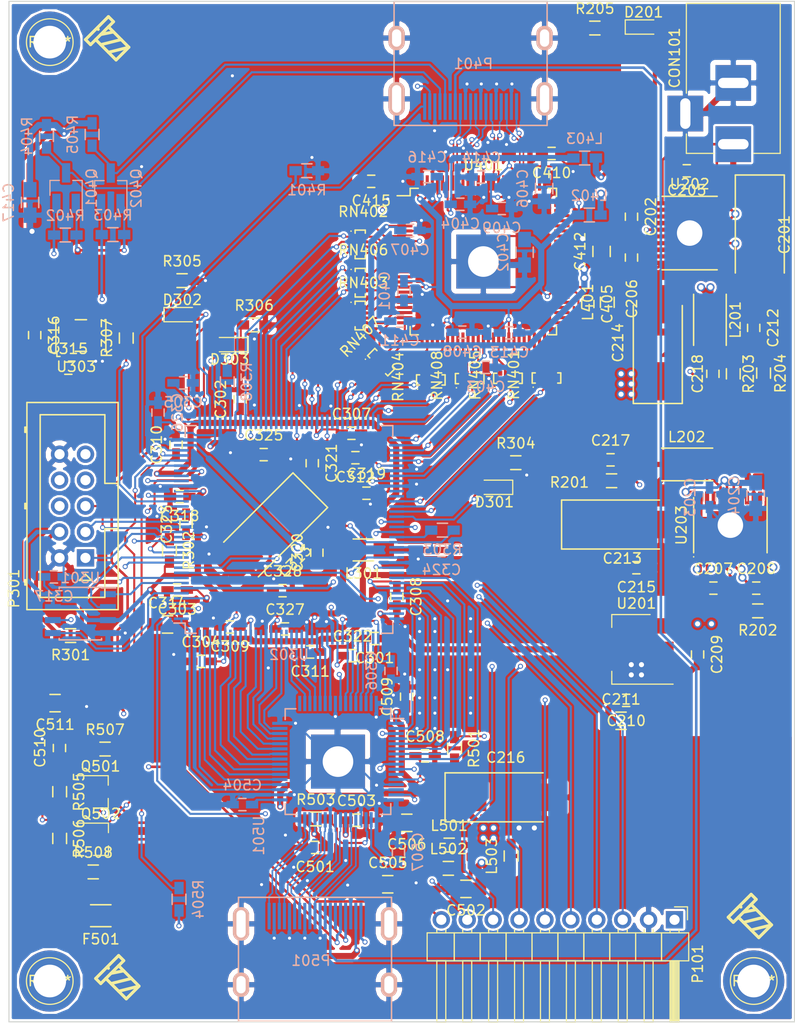
<source format=kicad_pcb>
(kicad_pcb (version 20160815) (host pcbnew "(2017-01-20 revision 2de913797)-master")

  (general
    (links 518)
    (no_connects 0)
    (area 12.949999 12.949999 90.050001 113.050001)
    (thickness 1.6)
    (drawings 4)
    (tracks 2668)
    (zones 0)
    (modules 144)
    (nets 216)
  )

  (page A4)
  (layers
    (0 F.Cu signal)
    (1 In1.Cu signal)
    (2 In2.Cu signal)
    (31 B.Cu signal)
    (32 B.Adhes user)
    (33 F.Adhes user)
    (34 B.Paste user)
    (35 F.Paste user)
    (36 B.SilkS user)
    (37 F.SilkS user)
    (38 B.Mask user)
    (39 F.Mask user)
    (40 Dwgs.User user)
    (41 Cmts.User user)
    (42 Eco1.User user)
    (43 Eco2.User user)
    (44 Edge.Cuts user)
    (45 Margin user)
    (46 B.CrtYd user)
    (47 F.CrtYd user)
    (48 B.Fab user hide)
    (49 F.Fab user hide)
  )

  (setup
    (last_trace_width 0.2)
    (user_trace_width 0.16)
    (user_trace_width 0.25)
    (user_trace_width 0.4)
    (user_trace_width 0.6)
    (user_trace_width 1.5)
    (trace_clearance 0.15)
    (zone_clearance 0.22)
    (zone_45_only no)
    (trace_min 0.155)
    (segment_width 0.2)
    (edge_width 0.1)
    (via_size 0.5)
    (via_drill 0.3)
    (via_min_size 0.5)
    (via_min_drill 0.3)
    (user_via 0.5 0.3)
    (user_via 0.8 0.5)
    (user_via 2.8 2.5)
    (uvia_size 0.3)
    (uvia_drill 0.1)
    (uvias_allowed no)
    (uvia_min_size 0.2)
    (uvia_min_drill 0.1)
    (pcb_text_width 0.3)
    (pcb_text_size 1.5 1.5)
    (mod_edge_width 0.15)
    (mod_text_size 1 1)
    (mod_text_width 0.15)
    (pad_size 6 6)
    (pad_drill 3.2)
    (pad_to_mask_clearance 0.2)
    (solder_mask_min_width 0.16)
    (aux_axis_origin 0 0)
    (visible_elements FFFFFF7F)
    (pcbplotparams
      (layerselection 0x00030_ffffffff)
      (usegerberextensions false)
      (excludeedgelayer true)
      (linewidth 0.100000)
      (plotframeref false)
      (viasonmask false)
      (mode 1)
      (useauxorigin false)
      (hpglpennumber 1)
      (hpglpenspeed 20)
      (hpglpendiameter 15)
      (psnegative false)
      (psa4output false)
      (plotreference true)
      (plotvalue true)
      (plotinvisibletext false)
      (padsonsilk false)
      (subtractmaskfromsilk false)
      (outputformat 1)
      (mirror false)
      (drillshape 1)
      (scaleselection 1)
      (outputdirectory ""))
  )

  (net 0 "")
  (net 1 GND)
  (net 2 /power/VIN)
  (net 3 +2V5)
  (net 4 +3V3)
  (net 5 +1V2)
  (net 6 "Net-(C217-Pad2)")
  (net 7 "Net-(C218-Pad2)")
  (net 8 +V_IO)
  (net 9 /dvi_in/PVDD)
  (net 10 /dvi_in/DVDD)
  (net 11 /dvi_in/AVDD)
  (net 12 +5V)
  (net 13 /dvi_out/TVDD)
  (net 14 /dvi_out/DVDD)
  (net 15 /dvi_out/PVDD)
  (net 16 "Net-(D201-Pad1)")
  (net 17 "Net-(D301-Pad1)")
  (net 18 "Net-(D301-Pad2)")
  (net 19 "Net-(D302-Pad2)")
  (net 20 "Net-(D302-Pad1)")
  (net 21 "Net-(D303-Pad1)")
  (net 22 "Net-(D303-Pad2)")
  (net 23 "Net-(F501-Pad1)")
  (net 24 /GPIO7)
  (net 25 /GPIO6)
  (net 26 /GPIO5)
  (net 27 /GPIO4)
  (net 28 /GPIO3)
  (net 29 /GPIO2)
  (net 30 /GPIO1)
  (net 31 /GPIO0)
  (net 32 "Net-(P301-Pad9)")
  (net 33 "Net-(P301-Pad8)")
  (net 34 "Net-(P301-Pad7)")
  (net 35 "Net-(P301-Pad6)")
  (net 36 "Net-(P301-Pad5)")
  (net 37 "Net-(P301-Pad3)")
  (net 38 "Net-(P301-Pad1)")
  (net 39 /dvi_in/DDCDAT_)
  (net 40 /dvi_in/DDCDAT_IN)
  (net 41 /dvi_in/DDCCLK_IN)
  (net 42 /dvi_in/DDCCLK_)
  (net 43 /dvi_out/DDCDAT_)
  (net 44 /dvi_out/DDCDAT)
  (net 45 /dvi_out/DDCCLK)
  (net 46 /dvi_out/DDCCLK_)
  (net 47 "Net-(R301-Pad1)")
  (net 48 "Net-(R302-Pad1)")
  (net 49 "Net-(R303-Pad1)")
  (net 50 "Net-(R307-Pad2)")
  (net 51 /fpga/CLK50)
  (net 52 /dvi_out/TXCLK+)
  (net 53 "Net-(R308-Pad1)")
  (net 54 /dvi_in/HOTPLUG)
  (net 55 "Net-(R501-Pad1)")
  (net 56 /dvi_out/MSEN)
  (net 57 "Net-(R503-Pad2)")
  (net 58 /dvi_out/HOTPLUG)
  (net 59 /dvi_out/VSYNC)
  (net 60 /dvi_out/HSYNC)
  (net 61 /dvi_out/DE)
  (net 62 /dvi_out/CTL3)
  (net 63 /dvi_out/CTL2)
  (net 64 /dvi_out/CTL1)
  (net 65 "Net-(RN401-Pad7)")
  (net 66 "Net-(RN401-Pad6)")
  (net 67 "Net-(RN401-Pad5)")
  (net 68 "Net-(RN401-Pad8)")
  (net 69 "Net-(RN401-Pad4)")
  (net 70 /dvi_in/HSYNC)
  (net 71 /dvi_in/VSYNC)
  (net 72 /dvi_in/DE)
  (net 73 "Net-(RN402-Pad7)")
  (net 74 "Net-(RN402-Pad6)")
  (net 75 "Net-(RN402-Pad5)")
  (net 76 "Net-(RN402-Pad8)")
  (net 77 /dvi_in/DATI3)
  (net 78 /dvi_in/DATI2)
  (net 79 /dvi_in/DATI1)
  (net 80 /dvi_in/DATI0)
  (net 81 "Net-(RN403-Pad7)")
  (net 82 "Net-(RN403-Pad6)")
  (net 83 "Net-(RN403-Pad5)")
  (net 84 "Net-(RN403-Pad8)")
  (net 85 /dvi_in/DATI11)
  (net 86 /dvi_in/DATI10)
  (net 87 /dvi_in/DATI9)
  (net 88 /dvi_in/DATI8)
  (net 89 "Net-(RN404-Pad7)")
  (net 90 "Net-(RN404-Pad6)")
  (net 91 "Net-(RN404-Pad5)")
  (net 92 "Net-(RN404-Pad8)")
  (net 93 /dvi_in/DATI19)
  (net 94 /dvi_in/DATI18)
  (net 95 /dvi_in/DATI17)
  (net 96 /dvi_in/DATI16)
  (net 97 /dvi_in/CTL1)
  (net 98 /dvi_in/CTL2)
  (net 99 /dvi_in/CTL3)
  (net 100 /fpga/CLKIN)
  (net 101 "Net-(RN405-Pad8)")
  (net 102 "Net-(RN405-Pad5)")
  (net 103 "Net-(RN405-Pad6)")
  (net 104 "Net-(RN405-Pad7)")
  (net 105 /dvi_in/DATI4)
  (net 106 /dvi_in/DATI5)
  (net 107 /dvi_in/DATI6)
  (net 108 /dvi_in/DATI7)
  (net 109 "Net-(RN406-Pad8)")
  (net 110 "Net-(RN406-Pad5)")
  (net 111 "Net-(RN406-Pad6)")
  (net 112 "Net-(RN406-Pad7)")
  (net 113 /dvi_in/DATI12)
  (net 114 /dvi_in/DATI13)
  (net 115 /dvi_in/DATI14)
  (net 116 /dvi_in/DATI15)
  (net 117 "Net-(RN407-Pad8)")
  (net 118 "Net-(RN407-Pad5)")
  (net 119 "Net-(RN407-Pad6)")
  (net 120 "Net-(RN407-Pad7)")
  (net 121 /dvi_in/DATI20)
  (net 122 /dvi_in/DATI21)
  (net 123 /dvi_in/DATI22)
  (net 124 /dvi_in/DATI23)
  (net 125 "Net-(RN408-Pad8)")
  (net 126 "Net-(RN408-Pad5)")
  (net 127 "Net-(RN408-Pad6)")
  (net 128 "Net-(RN408-Pad7)")
  (net 129 "Net-(U202-Pad3)")
  (net 130 "Net-(L201-Pad1)")
  (net 131 "Net-(L202-Pad1)")
  (net 132 "Net-(U203-Pad3)")
  (net 133 /fpga/DCLK)
  (net 134 /fpga/ASDI)
  (net 135 /fpga/DATA)
  (net 136 /fpga/nCS)
  (net 137 /dvi_out/DATO23)
  (net 138 /dvi_out/DATO22)
  (net 139 /dvi_out/DATO21)
  (net 140 /dvi_out/DATO20)
  (net 141 /dvi_out/DATO19)
  (net 142 /dvi_out/DATO18)
  (net 143 /dvi_out/DATO17)
  (net 144 /dvi_out/DATO16)
  (net 145 /dvi_out/DATO15)
  (net 146 /dvi_out/DATO14)
  (net 147 /dvi_out/DATO13)
  (net 148 /dvi_out/DATO12)
  (net 149 "Net-(U302-Pad127)")
  (net 150 /dvi_out/DATO11)
  (net 151 /dvi_out/DATO10)
  (net 152 /dvi_out/DATO9)
  (net 153 /dvi_out/DATO8)
  (net 154 /dvi_out/DATO7)
  (net 155 /dvi_out/DATO6)
  (net 156 /dvi_out/DATO5)
  (net 157 /dvi_out/DATO4)
  (net 158 /dvi_out/DATO3)
  (net 159 /dvi_out/DATO2)
  (net 160 /dvi_out/DATO1)
  (net 161 /dvi_out/DATO0)
  (net 162 "Net-(U302-Pad99)")
  (net 163 "Net-(U302-Pad84)")
  (net 164 "Net-(U302-Pad83)")
  (net 165 /dvi_in/LINK_ACT)
  (net 166 /dvi_in/PDOWN)
  (net 167 /dvi_out/EDGE)
  (net 168 /dvi_out/DKEN)
  (net 169 "Net-(U303-Pad1)")
  (net 170 "Net-(U401-Pad96)")
  (net 171 "Net-(U401-Pad77)")
  (net 172 "Net-(U401-Pad75)")
  (net 173 "Net-(U401-Pad74)")
  (net 174 "Net-(U401-Pad73)")
  (net 175 "Net-(U401-Pad72)")
  (net 176 "Net-(U401-Pad71)")
  (net 177 "Net-(U401-Pad70)")
  (net 178 "Net-(U401-Pad69)")
  (net 179 "Net-(U401-Pad66)")
  (net 180 "Net-(U401-Pad65)")
  (net 181 "Net-(U401-Pad64)")
  (net 182 "Net-(U401-Pad63)")
  (net 183 "Net-(U401-Pad62)")
  (net 184 "Net-(U401-Pad61)")
  (net 185 "Net-(U401-Pad60)")
  (net 186 "Net-(U401-Pad59)")
  (net 187 "Net-(U401-Pad56)")
  (net 188 "Net-(U401-Pad55)")
  (net 189 "Net-(U401-Pad54)")
  (net 190 "Net-(U401-Pad53)")
  (net 191 "Net-(U401-Pad52)")
  (net 192 "Net-(U401-Pad51)")
  (net 193 "Net-(U401-Pad50)")
  (net 194 "Net-(U401-Pad49)")
  (net 195 /dvi_out/TXC-)
  (net 196 /dvi_out/TXC+)
  (net 197 /dvi_out/TX0-)
  (net 198 /dvi_out/TX0+)
  (net 199 /dvi_out/TX1-)
  (net 200 /dvi_out/TX1+)
  (net 201 /dvi_out/TX2-)
  (net 202 /dvi_out/TX2+)
  (net 203 "Net-(U501-Pad49)")
  (net 204 "Net-(P401-Pad14)")
  (net 205 /dvi_in/CEC)
  (net 206 /dvi_in/RXC-)
  (net 207 /dvi_in/RX2+)
  (net 208 /dvi_in/RX2-)
  (net 209 /dvi_in/RX1+)
  (net 210 /dvi_in/RX1-)
  (net 211 /dvi_in/RX0+)
  (net 212 /dvi_in/RX0-)
  (net 213 /dvi_in/RXC+)
  (net 214 "Net-(P501-Pad14)")
  (net 215 "Net-(P501-Pad19)")

  (net_class Default "This is the default net class."
    (clearance 0.15)
    (trace_width 0.2)
    (via_dia 0.5)
    (via_drill 0.3)
    (uvia_dia 0.3)
    (uvia_drill 0.1)
    (diff_pair_gap 0.2)
    (diff_pair_width 0.16)
    (add_net +1V2)
    (add_net +2V5)
    (add_net +3V3)
    (add_net +5V)
    (add_net +V_IO)
    (add_net /GPIO0)
    (add_net /GPIO1)
    (add_net /GPIO2)
    (add_net /GPIO3)
    (add_net /GPIO4)
    (add_net /GPIO5)
    (add_net /GPIO6)
    (add_net /GPIO7)
    (add_net /dvi_in/AVDD)
    (add_net /dvi_in/CEC)
    (add_net /dvi_in/CTL1)
    (add_net /dvi_in/CTL2)
    (add_net /dvi_in/CTL3)
    (add_net /dvi_in/DATI0)
    (add_net /dvi_in/DATI1)
    (add_net /dvi_in/DATI10)
    (add_net /dvi_in/DATI11)
    (add_net /dvi_in/DATI12)
    (add_net /dvi_in/DATI13)
    (add_net /dvi_in/DATI14)
    (add_net /dvi_in/DATI15)
    (add_net /dvi_in/DATI16)
    (add_net /dvi_in/DATI17)
    (add_net /dvi_in/DATI18)
    (add_net /dvi_in/DATI19)
    (add_net /dvi_in/DATI2)
    (add_net /dvi_in/DATI20)
    (add_net /dvi_in/DATI21)
    (add_net /dvi_in/DATI22)
    (add_net /dvi_in/DATI23)
    (add_net /dvi_in/DATI3)
    (add_net /dvi_in/DATI4)
    (add_net /dvi_in/DATI5)
    (add_net /dvi_in/DATI6)
    (add_net /dvi_in/DATI7)
    (add_net /dvi_in/DATI8)
    (add_net /dvi_in/DATI9)
    (add_net /dvi_in/DDCCLK_)
    (add_net /dvi_in/DDCCLK_IN)
    (add_net /dvi_in/DDCDAT_)
    (add_net /dvi_in/DDCDAT_IN)
    (add_net /dvi_in/DE)
    (add_net /dvi_in/DVDD)
    (add_net /dvi_in/HOTPLUG)
    (add_net /dvi_in/HSYNC)
    (add_net /dvi_in/LINK_ACT)
    (add_net /dvi_in/PDOWN)
    (add_net /dvi_in/PVDD)
    (add_net /dvi_in/RX0+)
    (add_net /dvi_in/RX0-)
    (add_net /dvi_in/RX1+)
    (add_net /dvi_in/RX1-)
    (add_net /dvi_in/RX2+)
    (add_net /dvi_in/RX2-)
    (add_net /dvi_in/RXC+)
    (add_net /dvi_in/RXC-)
    (add_net /dvi_in/VSYNC)
    (add_net /dvi_out/CTL1)
    (add_net /dvi_out/CTL2)
    (add_net /dvi_out/CTL3)
    (add_net /dvi_out/DATO0)
    (add_net /dvi_out/DATO1)
    (add_net /dvi_out/DATO10)
    (add_net /dvi_out/DATO11)
    (add_net /dvi_out/DATO12)
    (add_net /dvi_out/DATO13)
    (add_net /dvi_out/DATO14)
    (add_net /dvi_out/DATO15)
    (add_net /dvi_out/DATO16)
    (add_net /dvi_out/DATO17)
    (add_net /dvi_out/DATO18)
    (add_net /dvi_out/DATO19)
    (add_net /dvi_out/DATO2)
    (add_net /dvi_out/DATO20)
    (add_net /dvi_out/DATO21)
    (add_net /dvi_out/DATO22)
    (add_net /dvi_out/DATO23)
    (add_net /dvi_out/DATO3)
    (add_net /dvi_out/DATO4)
    (add_net /dvi_out/DATO5)
    (add_net /dvi_out/DATO6)
    (add_net /dvi_out/DATO7)
    (add_net /dvi_out/DATO8)
    (add_net /dvi_out/DATO9)
    (add_net /dvi_out/DDCCLK)
    (add_net /dvi_out/DDCCLK_)
    (add_net /dvi_out/DDCDAT)
    (add_net /dvi_out/DDCDAT_)
    (add_net /dvi_out/DE)
    (add_net /dvi_out/DKEN)
    (add_net /dvi_out/DVDD)
    (add_net /dvi_out/EDGE)
    (add_net /dvi_out/HOTPLUG)
    (add_net /dvi_out/HSYNC)
    (add_net /dvi_out/MSEN)
    (add_net /dvi_out/PVDD)
    (add_net /dvi_out/TVDD)
    (add_net /dvi_out/TX0+)
    (add_net /dvi_out/TX0-)
    (add_net /dvi_out/TX1+)
    (add_net /dvi_out/TX1-)
    (add_net /dvi_out/TX2+)
    (add_net /dvi_out/TX2-)
    (add_net /dvi_out/TXC+)
    (add_net /dvi_out/TXC-)
    (add_net /dvi_out/TXCLK+)
    (add_net /dvi_out/VSYNC)
    (add_net /fpga/ASDI)
    (add_net /fpga/CLK50)
    (add_net /fpga/CLKIN)
    (add_net /fpga/DATA)
    (add_net /fpga/DCLK)
    (add_net /fpga/nCS)
    (add_net /power/VIN)
    (add_net GND)
    (add_net "Net-(C217-Pad2)")
    (add_net "Net-(C218-Pad2)")
    (add_net "Net-(D201-Pad1)")
    (add_net "Net-(D301-Pad1)")
    (add_net "Net-(D301-Pad2)")
    (add_net "Net-(D302-Pad1)")
    (add_net "Net-(D302-Pad2)")
    (add_net "Net-(D303-Pad1)")
    (add_net "Net-(D303-Pad2)")
    (add_net "Net-(F501-Pad1)")
    (add_net "Net-(L201-Pad1)")
    (add_net "Net-(L202-Pad1)")
    (add_net "Net-(P301-Pad1)")
    (add_net "Net-(P301-Pad3)")
    (add_net "Net-(P301-Pad5)")
    (add_net "Net-(P301-Pad6)")
    (add_net "Net-(P301-Pad7)")
    (add_net "Net-(P301-Pad8)")
    (add_net "Net-(P301-Pad9)")
    (add_net "Net-(P401-Pad14)")
    (add_net "Net-(P501-Pad14)")
    (add_net "Net-(P501-Pad19)")
    (add_net "Net-(R301-Pad1)")
    (add_net "Net-(R302-Pad1)")
    (add_net "Net-(R303-Pad1)")
    (add_net "Net-(R307-Pad2)")
    (add_net "Net-(R308-Pad1)")
    (add_net "Net-(R501-Pad1)")
    (add_net "Net-(R503-Pad2)")
    (add_net "Net-(RN401-Pad4)")
    (add_net "Net-(RN401-Pad5)")
    (add_net "Net-(RN401-Pad6)")
    (add_net "Net-(RN401-Pad7)")
    (add_net "Net-(RN401-Pad8)")
    (add_net "Net-(RN402-Pad5)")
    (add_net "Net-(RN402-Pad6)")
    (add_net "Net-(RN402-Pad7)")
    (add_net "Net-(RN402-Pad8)")
    (add_net "Net-(RN403-Pad5)")
    (add_net "Net-(RN403-Pad6)")
    (add_net "Net-(RN403-Pad7)")
    (add_net "Net-(RN403-Pad8)")
    (add_net "Net-(RN404-Pad5)")
    (add_net "Net-(RN404-Pad6)")
    (add_net "Net-(RN404-Pad7)")
    (add_net "Net-(RN404-Pad8)")
    (add_net "Net-(RN405-Pad5)")
    (add_net "Net-(RN405-Pad6)")
    (add_net "Net-(RN405-Pad7)")
    (add_net "Net-(RN405-Pad8)")
    (add_net "Net-(RN406-Pad5)")
    (add_net "Net-(RN406-Pad6)")
    (add_net "Net-(RN406-Pad7)")
    (add_net "Net-(RN406-Pad8)")
    (add_net "Net-(RN407-Pad5)")
    (add_net "Net-(RN407-Pad6)")
    (add_net "Net-(RN407-Pad7)")
    (add_net "Net-(RN407-Pad8)")
    (add_net "Net-(RN408-Pad5)")
    (add_net "Net-(RN408-Pad6)")
    (add_net "Net-(RN408-Pad7)")
    (add_net "Net-(RN408-Pad8)")
    (add_net "Net-(U202-Pad3)")
    (add_net "Net-(U203-Pad3)")
    (add_net "Net-(U302-Pad127)")
    (add_net "Net-(U302-Pad83)")
    (add_net "Net-(U302-Pad84)")
    (add_net "Net-(U302-Pad99)")
    (add_net "Net-(U303-Pad1)")
    (add_net "Net-(U401-Pad49)")
    (add_net "Net-(U401-Pad50)")
    (add_net "Net-(U401-Pad51)")
    (add_net "Net-(U401-Pad52)")
    (add_net "Net-(U401-Pad53)")
    (add_net "Net-(U401-Pad54)")
    (add_net "Net-(U401-Pad55)")
    (add_net "Net-(U401-Pad56)")
    (add_net "Net-(U401-Pad59)")
    (add_net "Net-(U401-Pad60)")
    (add_net "Net-(U401-Pad61)")
    (add_net "Net-(U401-Pad62)")
    (add_net "Net-(U401-Pad63)")
    (add_net "Net-(U401-Pad64)")
    (add_net "Net-(U401-Pad65)")
    (add_net "Net-(U401-Pad66)")
    (add_net "Net-(U401-Pad69)")
    (add_net "Net-(U401-Pad70)")
    (add_net "Net-(U401-Pad71)")
    (add_net "Net-(U401-Pad72)")
    (add_net "Net-(U401-Pad73)")
    (add_net "Net-(U401-Pad74)")
    (add_net "Net-(U401-Pad75)")
    (add_net "Net-(U401-Pad77)")
    (add_net "Net-(U401-Pad96)")
    (add_net "Net-(U501-Pad49)")
  )

  (module Connectors:1pin (layer F.Cu) (tedit 58850005) (tstamp 5889C763)
    (at 17 17)
    (descr "module 1 pin (ou trou mecanique de percage)")
    (tags DEV)
    (fp_text reference REF** (at 0 0) (layer F.SilkS)
      (effects (font (size 1 1) (thickness 0.15)))
    )
    (fp_text value 1pin (at 0 3) (layer F.Fab)
      (effects (font (size 1 1) (thickness 0.15)))
    )
    (fp_circle (center 0 0) (end 2 0.8) (layer F.Fab) (width 0.1))
    (fp_circle (center 0 0) (end 2.6 0) (layer F.CrtYd) (width 0.05))
    (fp_circle (center 0 0) (end 0 -2.286) (layer F.SilkS) (width 0.12))
    (pad 1 thru_hole circle (at 0 0) (size 6 6) (drill 3.2) (layers *.Cu *.Mask))
  )

  (module artwork:screw_art_small (layer F.Cu) (tedit 56055699) (tstamp 5889CC11)
    (at 23 17)
    (fp_text reference REF** (at 0 3.25) (layer F.SilkS) hide
      (effects (font (size 1 1) (thickness 0.15)))
    )
    (fp_text value screw_art_small (at 0 -3.75) (layer F.Fab) hide
      (effects (font (size 1 1) (thickness 0.15)))
    )
    (fp_line (start 0.5 1.75) (end 1.75 0.5) (layer F.SilkS) (width 0.3))
    (fp_line (start 0.5 1.75) (end -1.5 -0.25) (layer F.SilkS) (width 0.3))
    (fp_line (start -2 0.25) (end -2.5 -0.25) (layer F.SilkS) (width 0.3))
    (fp_line (start 1.75 0.5) (end -0.25 -1.5) (layer F.SilkS) (width 0.3))
    (fp_line (start -2 0.25) (end 0.25 -2) (layer F.SilkS) (width 0.3))
    (fp_line (start 0.25 -2) (end -0.25 -2.5) (layer F.SilkS) (width 0.3))
    (fp_line (start -0.25 -2.5) (end -2.5 -0.25) (layer F.SilkS) (width 0.3))
    (fp_line (start -1.35 -1.35) (end -1.25 -1.25) (layer F.SilkS) (width 0.3))
    (fp_line (start 1.75 0.5) (end -0.25 1) (layer F.SilkS) (width 0.3))
    (fp_line (start 1 -0.25) (end -1 0.25) (layer F.SilkS) (width 0.3))
    (fp_line (start 0.25 -1) (end -1 -0.75) (layer F.SilkS) (width 0.3))
  )

  (module artwork:screw_art_small (layer F.Cu) (tedit 56055699) (tstamp 5889CC03)
    (at 24 109)
    (fp_text reference REF** (at 0 3.25) (layer F.SilkS) hide
      (effects (font (size 1 1) (thickness 0.15)))
    )
    (fp_text value screw_art_small (at 0 -3.75) (layer F.Fab) hide
      (effects (font (size 1 1) (thickness 0.15)))
    )
    (fp_line (start 0.25 -1) (end -1 -0.75) (layer F.SilkS) (width 0.3))
    (fp_line (start 1 -0.25) (end -1 0.25) (layer F.SilkS) (width 0.3))
    (fp_line (start 1.75 0.5) (end -0.25 1) (layer F.SilkS) (width 0.3))
    (fp_line (start -1.35 -1.35) (end -1.25 -1.25) (layer F.SilkS) (width 0.3))
    (fp_line (start -0.25 -2.5) (end -2.5 -0.25) (layer F.SilkS) (width 0.3))
    (fp_line (start 0.25 -2) (end -0.25 -2.5) (layer F.SilkS) (width 0.3))
    (fp_line (start -2 0.25) (end 0.25 -2) (layer F.SilkS) (width 0.3))
    (fp_line (start 1.75 0.5) (end -0.25 -1.5) (layer F.SilkS) (width 0.3))
    (fp_line (start -2 0.25) (end -2.5 -0.25) (layer F.SilkS) (width 0.3))
    (fp_line (start 0.5 1.75) (end -1.5 -0.25) (layer F.SilkS) (width 0.3))
    (fp_line (start 0.5 1.75) (end 1.75 0.5) (layer F.SilkS) (width 0.3))
  )

  (module artwork:screw_art_small (layer F.Cu) (tedit 56055699) (tstamp 5889CC01)
    (at 86 103)
    (fp_text reference REF** (at 0 3.25) (layer F.SilkS) hide
      (effects (font (size 1 1) (thickness 0.15)))
    )
    (fp_text value screw_art_small (at 0 -3.75) (layer F.Fab) hide
      (effects (font (size 1 1) (thickness 0.15)))
    )
    (fp_line (start 0.5 1.75) (end 1.75 0.5) (layer F.SilkS) (width 0.3))
    (fp_line (start 0.5 1.75) (end -1.5 -0.25) (layer F.SilkS) (width 0.3))
    (fp_line (start -2 0.25) (end -2.5 -0.25) (layer F.SilkS) (width 0.3))
    (fp_line (start 1.75 0.5) (end -0.25 -1.5) (layer F.SilkS) (width 0.3))
    (fp_line (start -2 0.25) (end 0.25 -2) (layer F.SilkS) (width 0.3))
    (fp_line (start 0.25 -2) (end -0.25 -2.5) (layer F.SilkS) (width 0.3))
    (fp_line (start -0.25 -2.5) (end -2.5 -0.25) (layer F.SilkS) (width 0.3))
    (fp_line (start -1.35 -1.35) (end -1.25 -1.25) (layer F.SilkS) (width 0.3))
    (fp_line (start 1.75 0.5) (end -0.25 1) (layer F.SilkS) (width 0.3))
    (fp_line (start 1 -0.25) (end -1 0.25) (layer F.SilkS) (width 0.3))
    (fp_line (start 0.25 -1) (end -1 -0.75) (layer F.SilkS) (width 0.3))
  )

  (module Connectors:1pin (layer F.Cu) (tedit 5884FF4C) (tstamp 5889C8A0)
    (at 86 109)
    (descr "module 1 pin (ou trou mecanique de percage)")
    (tags DEV)
    (fp_text reference REF** (at 0 0) (layer F.SilkS)
      (effects (font (size 1 1) (thickness 0.15)))
    )
    (fp_text value 1pin (at 0 3) (layer F.Fab)
      (effects (font (size 1 1) (thickness 0.15)))
    )
    (fp_circle (center 0 0) (end 2 0.8) (layer F.Fab) (width 0.1))
    (fp_circle (center 0 0) (end 2.6 0) (layer F.CrtYd) (width 0.05))
    (fp_circle (center 0 0) (end 0 -2.286) (layer F.SilkS) (width 0.12))
    (pad 1 thru_hole circle (at 0 0) (size 6 6) (drill 3.2) (layers *.Cu *.Mask))
  )

  (module Connectors:1pin (layer F.Cu) (tedit 5884FF4C) (tstamp 5889C890)
    (at 17 109)
    (descr "module 1 pin (ou trou mecanique de percage)")
    (tags DEV)
    (fp_text reference REF** (at 0 0) (layer F.SilkS)
      (effects (font (size 1 1) (thickness 0.15)))
    )
    (fp_text value 1pin (at 0 3) (layer F.Fab)
      (effects (font (size 1 1) (thickness 0.15)))
    )
    (fp_circle (center 0 0) (end 0 -2.286) (layer F.SilkS) (width 0.12))
    (fp_circle (center 0 0) (end 2.6 0) (layer F.CrtYd) (width 0.05))
    (fp_circle (center 0 0) (end 2 0.8) (layer F.Fab) (width 0.1))
    (pad 1 thru_hole circle (at 0 0) (size 6 6) (drill 3.2) (layers *.Cu *.Mask))
  )

  (module Inductors:Inductor_Taiyo-Yuden_NR-30xx_HandSoldering (layer F.Cu) (tedit 574C3AE3) (tstamp 587BC89E)
    (at 79.48 58.38 180)
    (descr "Inductor, Taiyo Yuden, NR series, Taiyo-Yuden_NR-30xx, 3.0mmx3.0mm")
    (tags "inductor taiyo-yuden nr smd")
    (path /5839A46D/587999C1)
    (attr smd)
    (fp_text reference L202 (at 0.05 2.69 180) (layer F.SilkS)
      (effects (font (size 1 1) (thickness 0.15)))
    )
    (fp_text value 490nH-1uH (at 0 3 180) (layer F.Fab)
      (effects (font (size 1 1) (thickness 0.15)))
    )
    (fp_line (start -1.5 0) (end -1.5 -0.95) (layer F.Fab) (width 0.15))
    (fp_line (start -1.5 -0.95) (end -0.95 -1.5) (layer F.Fab) (width 0.15))
    (fp_line (start -0.95 -1.5) (end 0 -1.5) (layer F.Fab) (width 0.15))
    (fp_line (start 1.5 0) (end 1.5 -0.95) (layer F.Fab) (width 0.15))
    (fp_line (start 1.5 -0.95) (end 0.95 -1.5) (layer F.Fab) (width 0.15))
    (fp_line (start 0.95 -1.5) (end 0 -1.5) (layer F.Fab) (width 0.15))
    (fp_line (start 1.5 0) (end 1.5 0.95) (layer F.Fab) (width 0.15))
    (fp_line (start 1.5 0.95) (end 0.95 1.5) (layer F.Fab) (width 0.15))
    (fp_line (start 0.95 1.5) (end 0 1.5) (layer F.Fab) (width 0.15))
    (fp_line (start -1.5 0) (end -1.5 0.95) (layer F.Fab) (width 0.15))
    (fp_line (start -1.5 0.95) (end -0.95 1.5) (layer F.Fab) (width 0.15))
    (fp_line (start -0.95 1.5) (end 0 1.5) (layer F.Fab) (width 0.15))
    (fp_line (start -2.5 -1.6) (end 2.5 -1.6) (layer F.SilkS) (width 0.15))
    (fp_line (start -2.5 1.6) (end 2.5 1.6) (layer F.SilkS) (width 0.15))
    (fp_line (start -2.75 -1.8) (end -2.75 1.8) (layer F.CrtYd) (width 0.05))
    (fp_line (start -2.75 1.8) (end 2.75 1.8) (layer F.CrtYd) (width 0.05))
    (fp_line (start 2.75 1.8) (end 2.75 -1.8) (layer F.CrtYd) (width 0.05))
    (fp_line (start 2.75 -1.8) (end -2.75 -1.8) (layer F.CrtYd) (width 0.05))
    (pad 1 smd rect (at -1.6 0 180) (size 1.8 2.9) (layers F.Cu F.Paste F.Mask)
      (net 131 "Net-(L202-Pad1)"))
    (pad 2 smd rect (at 1.6 0 180) (size 1.8 2.9) (layers F.Cu F.Paste F.Mask)
      (net 5 +1V2))
    (model Inductors.3dshapes/Inductor_Taiyo-Yuden_NR-30xx.wrl
      (at (xyz 0 0 0))
      (scale (xyz 1 1 1))
      (rotate (xyz 0 0 0))
    )
  )

  (module Capacitors_Tantalum_SMD:Tantalum_Case-D_EIA-7343-31_Hand (layer F.Cu) (tedit 57B6E980) (tstamp 58797C0F)
    (at 86.6 35.97 270)
    (descr "Tantalum capacitor, Case D, EIA 7343-31, 7.3x4.3x2.8mm, Hand soldering footprint")
    (tags "capacitor tantalum smd")
    (path /5839A46D/58797306)
    (attr smd)
    (fp_text reference C201 (at -0.11 -2.41 270) (layer F.SilkS)
      (effects (font (size 1 1) (thickness 0.15)))
    )
    (fp_text value 100u (at 0 3.9 270) (layer F.Fab)
      (effects (font (size 1 1) (thickness 0.15)))
    )
    (fp_line (start -5.95 -2.4) (end -5.95 2.4) (layer F.SilkS) (width 0.15))
    (fp_line (start -5.95 2.4) (end 3.65 2.4) (layer F.SilkS) (width 0.15))
    (fp_line (start -5.95 -2.4) (end 3.65 -2.4) (layer F.SilkS) (width 0.15))
    (fp_line (start -2.555 -2.15) (end -2.555 2.15) (layer F.Fab) (width 0.15))
    (fp_line (start -2.92 -2.15) (end -2.92 2.15) (layer F.Fab) (width 0.15))
    (fp_line (start 3.65 -2.15) (end -3.65 -2.15) (layer F.Fab) (width 0.15))
    (fp_line (start 3.65 2.15) (end 3.65 -2.15) (layer F.Fab) (width 0.15))
    (fp_line (start -3.65 2.15) (end 3.65 2.15) (layer F.Fab) (width 0.15))
    (fp_line (start -3.65 -2.15) (end -3.65 2.15) (layer F.Fab) (width 0.15))
    (fp_line (start 6.05 -2.5) (end -6.05 -2.5) (layer F.CrtYd) (width 0.05))
    (fp_line (start 6.05 2.5) (end 6.05 -2.5) (layer F.CrtYd) (width 0.05))
    (fp_line (start -6.05 2.5) (end 6.05 2.5) (layer F.CrtYd) (width 0.05))
    (fp_line (start -6.05 -2.5) (end -6.05 2.5) (layer F.CrtYd) (width 0.05))
    (pad 2 smd rect (at 3.775 0 270) (size 3.75 2.7) (layers F.Cu F.Paste F.Mask)
      (net 1 GND))
    (pad 1 smd rect (at -3.775 0 270) (size 3.75 2.7) (layers F.Cu F.Paste F.Mask)
      (net 2 /power/VIN))
    (model Capacitors_Tantalum_SMD.3dshapes/Tantalum_Case-D_EIA-7343-31.wrl
      (at (xyz 0 0 0))
      (scale (xyz 1 1 1))
      (rotate (xyz 0 0 0))
    )
  )

  (module Capacitors_SMD:C_0603_HandSoldering (layer F.Cu) (tedit 541A9B4D) (tstamp 58797C1F)
    (at 74.02 34.11 270)
    (descr "Capacitor SMD 0603, hand soldering")
    (tags "capacitor 0603")
    (path /5839A46D/5879A330)
    (attr smd)
    (fp_text reference C202 (at 0 -1.9 270) (layer F.SilkS)
      (effects (font (size 1 1) (thickness 0.15)))
    )
    (fp_text value 100n (at 0 1.9 270) (layer F.Fab)
      (effects (font (size 1 1) (thickness 0.15)))
    )
    (fp_line (start -0.8 0.4) (end -0.8 -0.4) (layer F.Fab) (width 0.15))
    (fp_line (start 0.8 0.4) (end -0.8 0.4) (layer F.Fab) (width 0.15))
    (fp_line (start 0.8 -0.4) (end 0.8 0.4) (layer F.Fab) (width 0.15))
    (fp_line (start -0.8 -0.4) (end 0.8 -0.4) (layer F.Fab) (width 0.15))
    (fp_line (start -1.85 -0.75) (end 1.85 -0.75) (layer F.CrtYd) (width 0.05))
    (fp_line (start -1.85 0.75) (end 1.85 0.75) (layer F.CrtYd) (width 0.05))
    (fp_line (start -1.85 -0.75) (end -1.85 0.75) (layer F.CrtYd) (width 0.05))
    (fp_line (start 1.85 -0.75) (end 1.85 0.75) (layer F.CrtYd) (width 0.05))
    (fp_line (start -0.35 -0.6) (end 0.35 -0.6) (layer F.SilkS) (width 0.15))
    (fp_line (start 0.35 0.6) (end -0.35 0.6) (layer F.SilkS) (width 0.15))
    (pad 1 smd rect (at -0.95 0 270) (size 1.2 0.75) (layers F.Cu F.Paste F.Mask)
      (net 2 /power/VIN))
    (pad 2 smd rect (at 0.95 0 270) (size 1.2 0.75) (layers F.Cu F.Paste F.Mask)
      (net 1 GND))
    (model Capacitors_SMD.3dshapes/C_0603_HandSoldering.wrl
      (at (xyz 0 0 0))
      (scale (xyz 1 1 1))
      (rotate (xyz 0 0 0))
    )
  )

  (module Capacitors_SMD:C_0603_HandSoldering (layer B.Cu) (tedit 541A9B4D) (tstamp 58797C2F)
    (at 81.67 61.6 270)
    (descr "Capacitor SMD 0603, hand soldering")
    (tags "capacitor 0603")
    (path /5839A46D/58797543)
    (attr smd)
    (fp_text reference C203 (at 0 1.9 270) (layer B.SilkS)
      (effects (font (size 1 1) (thickness 0.15)) (justify mirror))
    )
    (fp_text value 100n (at 0 -1.9 270) (layer B.Fab)
      (effects (font (size 1 1) (thickness 0.15)) (justify mirror))
    )
    (fp_line (start 0.35 -0.6) (end -0.35 -0.6) (layer B.SilkS) (width 0.15))
    (fp_line (start -0.35 0.6) (end 0.35 0.6) (layer B.SilkS) (width 0.15))
    (fp_line (start 1.85 0.75) (end 1.85 -0.75) (layer B.CrtYd) (width 0.05))
    (fp_line (start -1.85 0.75) (end -1.85 -0.75) (layer B.CrtYd) (width 0.05))
    (fp_line (start -1.85 -0.75) (end 1.85 -0.75) (layer B.CrtYd) (width 0.05))
    (fp_line (start -1.85 0.75) (end 1.85 0.75) (layer B.CrtYd) (width 0.05))
    (fp_line (start -0.8 0.4) (end 0.8 0.4) (layer B.Fab) (width 0.15))
    (fp_line (start 0.8 0.4) (end 0.8 -0.4) (layer B.Fab) (width 0.15))
    (fp_line (start 0.8 -0.4) (end -0.8 -0.4) (layer B.Fab) (width 0.15))
    (fp_line (start -0.8 -0.4) (end -0.8 0.4) (layer B.Fab) (width 0.15))
    (pad 2 smd rect (at 0.95 0 270) (size 1.2 0.75) (layers B.Cu B.Paste B.Mask)
      (net 1 GND))
    (pad 1 smd rect (at -0.95 0 270) (size 1.2 0.75) (layers B.Cu B.Paste B.Mask)
      (net 2 /power/VIN))
    (model Capacitors_SMD.3dshapes/C_0603_HandSoldering.wrl
      (at (xyz 0 0 0))
      (scale (xyz 1 1 1))
      (rotate (xyz 0 0 0))
    )
  )

  (module Capacitors_SMD:C_0805_HandSoldering (layer B.Cu) (tedit 541A9B8D) (tstamp 58797C3F)
    (at 86.19 61.44 270)
    (descr "Capacitor SMD 0805, hand soldering")
    (tags "capacitor 0805")
    (path /5839A46D/58797422)
    (attr smd)
    (fp_text reference C204 (at 0 2.1 270) (layer B.SilkS)
      (effects (font (size 1 1) (thickness 0.15)) (justify mirror))
    )
    (fp_text value 10u (at 0 -2.1 270) (layer B.Fab)
      (effects (font (size 1 1) (thickness 0.15)) (justify mirror))
    )
    (fp_line (start -1 -0.625) (end -1 0.625) (layer B.Fab) (width 0.15))
    (fp_line (start 1 -0.625) (end -1 -0.625) (layer B.Fab) (width 0.15))
    (fp_line (start 1 0.625) (end 1 -0.625) (layer B.Fab) (width 0.15))
    (fp_line (start -1 0.625) (end 1 0.625) (layer B.Fab) (width 0.15))
    (fp_line (start -2.3 1) (end 2.3 1) (layer B.CrtYd) (width 0.05))
    (fp_line (start -2.3 -1) (end 2.3 -1) (layer B.CrtYd) (width 0.05))
    (fp_line (start -2.3 1) (end -2.3 -1) (layer B.CrtYd) (width 0.05))
    (fp_line (start 2.3 1) (end 2.3 -1) (layer B.CrtYd) (width 0.05))
    (fp_line (start 0.5 0.85) (end -0.5 0.85) (layer B.SilkS) (width 0.15))
    (fp_line (start -0.5 -0.85) (end 0.5 -0.85) (layer B.SilkS) (width 0.15))
    (pad 1 smd rect (at -1.25 0 270) (size 1.5 1.25) (layers B.Cu B.Paste B.Mask)
      (net 2 /power/VIN))
    (pad 2 smd rect (at 1.25 0 270) (size 1.5 1.25) (layers B.Cu B.Paste B.Mask)
      (net 1 GND))
    (model Capacitors_SMD.3dshapes/C_0805_HandSoldering.wrl
      (at (xyz 0 0 0))
      (scale (xyz 1 1 1))
      (rotate (xyz 0 0 0))
    )
  )

  (module Capacitors_SMD:C_0603_HandSoldering (layer F.Cu) (tedit 541A9B4D) (tstamp 58797C4F)
    (at 79.44 29.61 180)
    (descr "Capacitor SMD 0603, hand soldering")
    (tags "capacitor 0603")
    (path /5839A46D/5879A32A)
    (attr smd)
    (fp_text reference C205 (at 0 -1.9 180) (layer F.SilkS)
      (effects (font (size 1 1) (thickness 0.15)))
    )
    (fp_text value 100n (at 0 1.9 180) (layer F.Fab)
      (effects (font (size 1 1) (thickness 0.15)))
    )
    (fp_line (start 0.35 0.6) (end -0.35 0.6) (layer F.SilkS) (width 0.15))
    (fp_line (start -0.35 -0.6) (end 0.35 -0.6) (layer F.SilkS) (width 0.15))
    (fp_line (start 1.85 -0.75) (end 1.85 0.75) (layer F.CrtYd) (width 0.05))
    (fp_line (start -1.85 -0.75) (end -1.85 0.75) (layer F.CrtYd) (width 0.05))
    (fp_line (start -1.85 0.75) (end 1.85 0.75) (layer F.CrtYd) (width 0.05))
    (fp_line (start -1.85 -0.75) (end 1.85 -0.75) (layer F.CrtYd) (width 0.05))
    (fp_line (start -0.8 -0.4) (end 0.8 -0.4) (layer F.Fab) (width 0.15))
    (fp_line (start 0.8 -0.4) (end 0.8 0.4) (layer F.Fab) (width 0.15))
    (fp_line (start 0.8 0.4) (end -0.8 0.4) (layer F.Fab) (width 0.15))
    (fp_line (start -0.8 0.4) (end -0.8 -0.4) (layer F.Fab) (width 0.15))
    (pad 2 smd rect (at 0.95 0 180) (size 1.2 0.75) (layers F.Cu F.Paste F.Mask)
      (net 1 GND))
    (pad 1 smd rect (at -0.95 0 180) (size 1.2 0.75) (layers F.Cu F.Paste F.Mask)
      (net 2 /power/VIN))
    (model Capacitors_SMD.3dshapes/C_0603_HandSoldering.wrl
      (at (xyz 0 0 0))
      (scale (xyz 1 1 1))
      (rotate (xyz 0 0 0))
    )
  )

  (module Capacitors_SMD:C_0603_HandSoldering (layer F.Cu) (tedit 541A9B4D) (tstamp 58797C5F)
    (at 74.02 38.11 270)
    (descr "Capacitor SMD 0603, hand soldering")
    (tags "capacitor 0603")
    (path /5839A46D/5879A336)
    (attr smd)
    (fp_text reference C206 (at 4.04 -0.04 270) (layer F.SilkS)
      (effects (font (size 1 1) (thickness 0.15)))
    )
    (fp_text value 100n (at 0 1.9 270) (layer F.Fab)
      (effects (font (size 1 1) (thickness 0.15)))
    )
    (fp_line (start 0.35 0.6) (end -0.35 0.6) (layer F.SilkS) (width 0.15))
    (fp_line (start -0.35 -0.6) (end 0.35 -0.6) (layer F.SilkS) (width 0.15))
    (fp_line (start 1.85 -0.75) (end 1.85 0.75) (layer F.CrtYd) (width 0.05))
    (fp_line (start -1.85 -0.75) (end -1.85 0.75) (layer F.CrtYd) (width 0.05))
    (fp_line (start -1.85 0.75) (end 1.85 0.75) (layer F.CrtYd) (width 0.05))
    (fp_line (start -1.85 -0.75) (end 1.85 -0.75) (layer F.CrtYd) (width 0.05))
    (fp_line (start -0.8 -0.4) (end 0.8 -0.4) (layer F.Fab) (width 0.15))
    (fp_line (start 0.8 -0.4) (end 0.8 0.4) (layer F.Fab) (width 0.15))
    (fp_line (start 0.8 0.4) (end -0.8 0.4) (layer F.Fab) (width 0.15))
    (fp_line (start -0.8 0.4) (end -0.8 -0.4) (layer F.Fab) (width 0.15))
    (pad 2 smd rect (at 0.95 0 270) (size 1.2 0.75) (layers F.Cu F.Paste F.Mask)
      (net 1 GND))
    (pad 1 smd rect (at -0.95 0 270) (size 1.2 0.75) (layers F.Cu F.Paste F.Mask)
      (net 2 /power/VIN))
    (model Capacitors_SMD.3dshapes/C_0603_HandSoldering.wrl
      (at (xyz 0 0 0))
      (scale (xyz 1 1 1))
      (rotate (xyz 0 0 0))
    )
  )

  (module Capacitors_SMD:C_0603_HandSoldering (layer F.Cu) (tedit 541A9B4D) (tstamp 58797C6F)
    (at 82.05 70.5)
    (descr "Capacitor SMD 0603, hand soldering")
    (tags "capacitor 0603")
    (path /5839A46D/587974D6)
    (attr smd)
    (fp_text reference C207 (at 0 -1.9) (layer F.SilkS)
      (effects (font (size 1 1) (thickness 0.15)))
    )
    (fp_text value 100n (at 0 1.9) (layer F.Fab)
      (effects (font (size 1 1) (thickness 0.15)))
    )
    (fp_line (start -0.8 0.4) (end -0.8 -0.4) (layer F.Fab) (width 0.15))
    (fp_line (start 0.8 0.4) (end -0.8 0.4) (layer F.Fab) (width 0.15))
    (fp_line (start 0.8 -0.4) (end 0.8 0.4) (layer F.Fab) (width 0.15))
    (fp_line (start -0.8 -0.4) (end 0.8 -0.4) (layer F.Fab) (width 0.15))
    (fp_line (start -1.85 -0.75) (end 1.85 -0.75) (layer F.CrtYd) (width 0.05))
    (fp_line (start -1.85 0.75) (end 1.85 0.75) (layer F.CrtYd) (width 0.05))
    (fp_line (start -1.85 -0.75) (end -1.85 0.75) (layer F.CrtYd) (width 0.05))
    (fp_line (start 1.85 -0.75) (end 1.85 0.75) (layer F.CrtYd) (width 0.05))
    (fp_line (start -0.35 -0.6) (end 0.35 -0.6) (layer F.SilkS) (width 0.15))
    (fp_line (start 0.35 0.6) (end -0.35 0.6) (layer F.SilkS) (width 0.15))
    (pad 1 smd rect (at -0.95 0) (size 1.2 0.75) (layers F.Cu F.Paste F.Mask)
      (net 2 /power/VIN))
    (pad 2 smd rect (at 0.95 0) (size 1.2 0.75) (layers F.Cu F.Paste F.Mask)
      (net 1 GND))
    (model Capacitors_SMD.3dshapes/C_0603_HandSoldering.wrl
      (at (xyz 0 0 0))
      (scale (xyz 1 1 1))
      (rotate (xyz 0 0 0))
    )
  )

  (module Capacitors_SMD:C_0603_HandSoldering (layer F.Cu) (tedit 541A9B4D) (tstamp 58797C7F)
    (at 86.25 70.5)
    (descr "Capacitor SMD 0603, hand soldering")
    (tags "capacitor 0603")
    (path /5839A46D/58797595)
    (attr smd)
    (fp_text reference C208 (at 0 -1.9) (layer F.SilkS)
      (effects (font (size 1 1) (thickness 0.15)))
    )
    (fp_text value 100n (at 0 1.9) (layer F.Fab)
      (effects (font (size 1 1) (thickness 0.15)))
    )
    (fp_line (start -0.8 0.4) (end -0.8 -0.4) (layer F.Fab) (width 0.15))
    (fp_line (start 0.8 0.4) (end -0.8 0.4) (layer F.Fab) (width 0.15))
    (fp_line (start 0.8 -0.4) (end 0.8 0.4) (layer F.Fab) (width 0.15))
    (fp_line (start -0.8 -0.4) (end 0.8 -0.4) (layer F.Fab) (width 0.15))
    (fp_line (start -1.85 -0.75) (end 1.85 -0.75) (layer F.CrtYd) (width 0.05))
    (fp_line (start -1.85 0.75) (end 1.85 0.75) (layer F.CrtYd) (width 0.05))
    (fp_line (start -1.85 -0.75) (end -1.85 0.75) (layer F.CrtYd) (width 0.05))
    (fp_line (start 1.85 -0.75) (end 1.85 0.75) (layer F.CrtYd) (width 0.05))
    (fp_line (start -0.35 -0.6) (end 0.35 -0.6) (layer F.SilkS) (width 0.15))
    (fp_line (start 0.35 0.6) (end -0.35 0.6) (layer F.SilkS) (width 0.15))
    (pad 1 smd rect (at -0.95 0) (size 1.2 0.75) (layers F.Cu F.Paste F.Mask)
      (net 2 /power/VIN))
    (pad 2 smd rect (at 0.95 0) (size 1.2 0.75) (layers F.Cu F.Paste F.Mask)
      (net 1 GND))
    (model Capacitors_SMD.3dshapes/C_0603_HandSoldering.wrl
      (at (xyz 0 0 0))
      (scale (xyz 1 1 1))
      (rotate (xyz 0 0 0))
    )
  )

  (module Capacitors_SMD:C_0603_HandSoldering (layer F.Cu) (tedit 541A9B4D) (tstamp 58797C8F)
    (at 80.5 77 270)
    (descr "Capacitor SMD 0603, hand soldering")
    (tags "capacitor 0603")
    (path /5839A46D/5879D21C)
    (attr smd)
    (fp_text reference C209 (at 0 -1.9 270) (layer F.SilkS)
      (effects (font (size 1 1) (thickness 0.15)))
    )
    (fp_text value 100n (at 0 1.9 270) (layer F.Fab)
      (effects (font (size 1 1) (thickness 0.15)))
    )
    (fp_line (start -0.8 0.4) (end -0.8 -0.4) (layer F.Fab) (width 0.15))
    (fp_line (start 0.8 0.4) (end -0.8 0.4) (layer F.Fab) (width 0.15))
    (fp_line (start 0.8 -0.4) (end 0.8 0.4) (layer F.Fab) (width 0.15))
    (fp_line (start -0.8 -0.4) (end 0.8 -0.4) (layer F.Fab) (width 0.15))
    (fp_line (start -1.85 -0.75) (end 1.85 -0.75) (layer F.CrtYd) (width 0.05))
    (fp_line (start -1.85 0.75) (end 1.85 0.75) (layer F.CrtYd) (width 0.05))
    (fp_line (start -1.85 -0.75) (end -1.85 0.75) (layer F.CrtYd) (width 0.05))
    (fp_line (start 1.85 -0.75) (end 1.85 0.75) (layer F.CrtYd) (width 0.05))
    (fp_line (start -0.35 -0.6) (end 0.35 -0.6) (layer F.SilkS) (width 0.15))
    (fp_line (start 0.35 0.6) (end -0.35 0.6) (layer F.SilkS) (width 0.15))
    (pad 1 smd rect (at -0.95 0 270) (size 1.2 0.75) (layers F.Cu F.Paste F.Mask)
      (net 2 /power/VIN))
    (pad 2 smd rect (at 0.95 0 270) (size 1.2 0.75) (layers F.Cu F.Paste F.Mask)
      (net 1 GND))
    (model Capacitors_SMD.3dshapes/C_0603_HandSoldering.wrl
      (at (xyz 0 0 0))
      (scale (xyz 1 1 1))
      (rotate (xyz 0 0 0))
    )
  )

  (module Capacitors_SMD:C_0603_HandSoldering (layer F.Cu) (tedit 541A9B4D) (tstamp 58797C9F)
    (at 73.5 81.5)
    (descr "Capacitor SMD 0603, hand soldering")
    (tags "capacitor 0603")
    (path /5839A46D/5879D91A)
    (attr smd)
    (fp_text reference C210 (at 0 2) (layer F.SilkS)
      (effects (font (size 1 1) (thickness 0.15)))
    )
    (fp_text value 100n (at 0 1.9) (layer F.Fab)
      (effects (font (size 1 1) (thickness 0.15)))
    )
    (fp_line (start 0.35 0.6) (end -0.35 0.6) (layer F.SilkS) (width 0.15))
    (fp_line (start -0.35 -0.6) (end 0.35 -0.6) (layer F.SilkS) (width 0.15))
    (fp_line (start 1.85 -0.75) (end 1.85 0.75) (layer F.CrtYd) (width 0.05))
    (fp_line (start -1.85 -0.75) (end -1.85 0.75) (layer F.CrtYd) (width 0.05))
    (fp_line (start -1.85 0.75) (end 1.85 0.75) (layer F.CrtYd) (width 0.05))
    (fp_line (start -1.85 -0.75) (end 1.85 -0.75) (layer F.CrtYd) (width 0.05))
    (fp_line (start -0.8 -0.4) (end 0.8 -0.4) (layer F.Fab) (width 0.15))
    (fp_line (start 0.8 -0.4) (end 0.8 0.4) (layer F.Fab) (width 0.15))
    (fp_line (start 0.8 0.4) (end -0.8 0.4) (layer F.Fab) (width 0.15))
    (fp_line (start -0.8 0.4) (end -0.8 -0.4) (layer F.Fab) (width 0.15))
    (pad 2 smd rect (at 0.95 0) (size 1.2 0.75) (layers F.Cu F.Paste F.Mask)
      (net 1 GND))
    (pad 1 smd rect (at -0.95 0) (size 1.2 0.75) (layers F.Cu F.Paste F.Mask)
      (net 3 +2V5))
    (model Capacitors_SMD.3dshapes/C_0603_HandSoldering.wrl
      (at (xyz 0 0 0))
      (scale (xyz 1 1 1))
      (rotate (xyz 0 0 0))
    )
  )

  (module Capacitors_SMD:C_0805_HandSoldering (layer F.Cu) (tedit 541A9B8D) (tstamp 58797CAF)
    (at 73 83.5)
    (descr "Capacitor SMD 0805, hand soldering")
    (tags "capacitor 0805")
    (path /5839A46D/5879DDAA)
    (attr smd)
    (fp_text reference C211 (at 0 -2.1) (layer F.SilkS)
      (effects (font (size 1 1) (thickness 0.15)))
    )
    (fp_text value 22u (at 0 2.1) (layer F.Fab)
      (effects (font (size 1 1) (thickness 0.15)))
    )
    (fp_line (start -0.5 0.85) (end 0.5 0.85) (layer F.SilkS) (width 0.15))
    (fp_line (start 0.5 -0.85) (end -0.5 -0.85) (layer F.SilkS) (width 0.15))
    (fp_line (start 2.3 -1) (end 2.3 1) (layer F.CrtYd) (width 0.05))
    (fp_line (start -2.3 -1) (end -2.3 1) (layer F.CrtYd) (width 0.05))
    (fp_line (start -2.3 1) (end 2.3 1) (layer F.CrtYd) (width 0.05))
    (fp_line (start -2.3 -1) (end 2.3 -1) (layer F.CrtYd) (width 0.05))
    (fp_line (start -1 -0.625) (end 1 -0.625) (layer F.Fab) (width 0.15))
    (fp_line (start 1 -0.625) (end 1 0.625) (layer F.Fab) (width 0.15))
    (fp_line (start 1 0.625) (end -1 0.625) (layer F.Fab) (width 0.15))
    (fp_line (start -1 0.625) (end -1 -0.625) (layer F.Fab) (width 0.15))
    (pad 2 smd rect (at 1.25 0) (size 1.5 1.25) (layers F.Cu F.Paste F.Mask)
      (net 1 GND))
    (pad 1 smd rect (at -1.25 0) (size 1.5 1.25) (layers F.Cu F.Paste F.Mask)
      (net 3 +2V5))
    (model Capacitors_SMD.3dshapes/C_0805_HandSoldering.wrl
      (at (xyz 0 0 0))
      (scale (xyz 1 1 1))
      (rotate (xyz 0 0 0))
    )
  )

  (module Capacitors_SMD:C_0603_HandSoldering (layer F.Cu) (tedit 541A9B4D) (tstamp 58797CBF)
    (at 86 45 270)
    (descr "Capacitor SMD 0603, hand soldering")
    (tags "capacitor 0603")
    (path /5839A46D/58797F37)
    (attr smd)
    (fp_text reference C212 (at 0 -1.9 270) (layer F.SilkS)
      (effects (font (size 1 1) (thickness 0.15)))
    )
    (fp_text value 100n (at 0 1.9 270) (layer F.Fab)
      (effects (font (size 1 1) (thickness 0.15)))
    )
    (fp_line (start 0.35 0.6) (end -0.35 0.6) (layer F.SilkS) (width 0.15))
    (fp_line (start -0.35 -0.6) (end 0.35 -0.6) (layer F.SilkS) (width 0.15))
    (fp_line (start 1.85 -0.75) (end 1.85 0.75) (layer F.CrtYd) (width 0.05))
    (fp_line (start -1.85 -0.75) (end -1.85 0.75) (layer F.CrtYd) (width 0.05))
    (fp_line (start -1.85 0.75) (end 1.85 0.75) (layer F.CrtYd) (width 0.05))
    (fp_line (start -1.85 -0.75) (end 1.85 -0.75) (layer F.CrtYd) (width 0.05))
    (fp_line (start -0.8 -0.4) (end 0.8 -0.4) (layer F.Fab) (width 0.15))
    (fp_line (start 0.8 -0.4) (end 0.8 0.4) (layer F.Fab) (width 0.15))
    (fp_line (start 0.8 0.4) (end -0.8 0.4) (layer F.Fab) (width 0.15))
    (fp_line (start -0.8 0.4) (end -0.8 -0.4) (layer F.Fab) (width 0.15))
    (pad 2 smd rect (at 0.95 0 270) (size 1.2 0.75) (layers F.Cu F.Paste F.Mask)
      (net 4 +3V3))
    (pad 1 smd rect (at -0.95 0 270) (size 1.2 0.75) (layers F.Cu F.Paste F.Mask)
      (net 1 GND))
    (model Capacitors_SMD.3dshapes/C_0603_HandSoldering.wrl
      (at (xyz 0 0 0))
      (scale (xyz 1 1 1))
      (rotate (xyz 0 0 0))
    )
  )

  (module Capacitors_SMD:C_0603_HandSoldering (layer F.Cu) (tedit 541A9B4D) (tstamp 58797CEF)
    (at 74.5 68.5 180)
    (descr "Capacitor SMD 0603, hand soldering")
    (tags "capacitor 0603")
    (path /5839A46D/5879A43B)
    (attr smd)
    (fp_text reference C215 (at 0 -1.9 180) (layer F.SilkS)
      (effects (font (size 1 1) (thickness 0.15)))
    )
    (fp_text value 100n (at 0 1.9 180) (layer F.Fab)
      (effects (font (size 1 1) (thickness 0.15)))
    )
    (fp_line (start -0.8 0.4) (end -0.8 -0.4) (layer F.Fab) (width 0.15))
    (fp_line (start 0.8 0.4) (end -0.8 0.4) (layer F.Fab) (width 0.15))
    (fp_line (start 0.8 -0.4) (end 0.8 0.4) (layer F.Fab) (width 0.15))
    (fp_line (start -0.8 -0.4) (end 0.8 -0.4) (layer F.Fab) (width 0.15))
    (fp_line (start -1.85 -0.75) (end 1.85 -0.75) (layer F.CrtYd) (width 0.05))
    (fp_line (start -1.85 0.75) (end 1.85 0.75) (layer F.CrtYd) (width 0.05))
    (fp_line (start -1.85 -0.75) (end -1.85 0.75) (layer F.CrtYd) (width 0.05))
    (fp_line (start 1.85 -0.75) (end 1.85 0.75) (layer F.CrtYd) (width 0.05))
    (fp_line (start -0.35 -0.6) (end 0.35 -0.6) (layer F.SilkS) (width 0.15))
    (fp_line (start 0.35 0.6) (end -0.35 0.6) (layer F.SilkS) (width 0.15))
    (pad 1 smd rect (at -0.95 0 180) (size 1.2 0.75) (layers F.Cu F.Paste F.Mask)
      (net 1 GND))
    (pad 2 smd rect (at 0.95 0 180) (size 1.2 0.75) (layers F.Cu F.Paste F.Mask)
      (net 5 +1V2))
    (model Capacitors_SMD.3dshapes/C_0603_HandSoldering.wrl
      (at (xyz 0 0 0))
      (scale (xyz 1 1 1))
      (rotate (xyz 0 0 0))
    )
  )

  (module Capacitors_Tantalum_SMD:Tantalum_Case-D_EIA-7343-31_Hand (layer F.Cu) (tedit 57B6E980) (tstamp 58797D02)
    (at 61.7 91)
    (descr "Tantalum capacitor, Case D, EIA 7343-31, 7.3x4.3x2.8mm, Hand soldering footprint")
    (tags "capacitor tantalum smd")
    (path /5839A46D/58797EAB)
    (attr smd)
    (fp_text reference C216 (at 0 -3.9) (layer F.SilkS)
      (effects (font (size 1 1) (thickness 0.15)))
    )
    (fp_text value 100u (at 0 3.9) (layer F.Fab)
      (effects (font (size 1 1) (thickness 0.15)))
    )
    (fp_line (start -6.05 -2.5) (end -6.05 2.5) (layer F.CrtYd) (width 0.05))
    (fp_line (start -6.05 2.5) (end 6.05 2.5) (layer F.CrtYd) (width 0.05))
    (fp_line (start 6.05 2.5) (end 6.05 -2.5) (layer F.CrtYd) (width 0.05))
    (fp_line (start 6.05 -2.5) (end -6.05 -2.5) (layer F.CrtYd) (width 0.05))
    (fp_line (start -3.65 -2.15) (end -3.65 2.15) (layer F.Fab) (width 0.15))
    (fp_line (start -3.65 2.15) (end 3.65 2.15) (layer F.Fab) (width 0.15))
    (fp_line (start 3.65 2.15) (end 3.65 -2.15) (layer F.Fab) (width 0.15))
    (fp_line (start 3.65 -2.15) (end -3.65 -2.15) (layer F.Fab) (width 0.15))
    (fp_line (start -2.92 -2.15) (end -2.92 2.15) (layer F.Fab) (width 0.15))
    (fp_line (start -2.555 -2.15) (end -2.555 2.15) (layer F.Fab) (width 0.15))
    (fp_line (start -5.95 -2.4) (end 3.65 -2.4) (layer F.SilkS) (width 0.15))
    (fp_line (start -5.95 2.4) (end 3.65 2.4) (layer F.SilkS) (width 0.15))
    (fp_line (start -5.95 -2.4) (end -5.95 2.4) (layer F.SilkS) (width 0.15))
    (pad 1 smd rect (at -3.775 0) (size 3.75 2.7) (layers F.Cu F.Paste F.Mask)
      (net 4 +3V3))
    (pad 2 smd rect (at 3.775 0) (size 3.75 2.7) (layers F.Cu F.Paste F.Mask)
      (net 1 GND))
    (model Capacitors_Tantalum_SMD.3dshapes/Tantalum_Case-D_EIA-7343-31.wrl
      (at (xyz 0 0 0))
      (scale (xyz 1 1 1))
      (rotate (xyz 0 0 0))
    )
  )

  (module Capacitors_SMD:C_0603_HandSoldering (layer F.Cu) (tedit 541A9B4D) (tstamp 58797D12)
    (at 71.97 57.93)
    (descr "Capacitor SMD 0603, hand soldering")
    (tags "capacitor 0603")
    (path /5839A46D/5879B493)
    (attr smd)
    (fp_text reference C217 (at 0 -1.9) (layer F.SilkS)
      (effects (font (size 1 1) (thickness 0.15)))
    )
    (fp_text value 22p (at 0 1.9) (layer F.Fab)
      (effects (font (size 1 1) (thickness 0.15)))
    )
    (fp_line (start 0.35 0.6) (end -0.35 0.6) (layer F.SilkS) (width 0.15))
    (fp_line (start -0.35 -0.6) (end 0.35 -0.6) (layer F.SilkS) (width 0.15))
    (fp_line (start 1.85 -0.75) (end 1.85 0.75) (layer F.CrtYd) (width 0.05))
    (fp_line (start -1.85 -0.75) (end -1.85 0.75) (layer F.CrtYd) (width 0.05))
    (fp_line (start -1.85 0.75) (end 1.85 0.75) (layer F.CrtYd) (width 0.05))
    (fp_line (start -1.85 -0.75) (end 1.85 -0.75) (layer F.CrtYd) (width 0.05))
    (fp_line (start -0.8 -0.4) (end 0.8 -0.4) (layer F.Fab) (width 0.15))
    (fp_line (start 0.8 -0.4) (end 0.8 0.4) (layer F.Fab) (width 0.15))
    (fp_line (start 0.8 0.4) (end -0.8 0.4) (layer F.Fab) (width 0.15))
    (fp_line (start -0.8 0.4) (end -0.8 -0.4) (layer F.Fab) (width 0.15))
    (pad 2 smd rect (at 0.95 0) (size 1.2 0.75) (layers F.Cu F.Paste F.Mask)
      (net 6 "Net-(C217-Pad2)"))
    (pad 1 smd rect (at -0.95 0) (size 1.2 0.75) (layers F.Cu F.Paste F.Mask)
      (net 5 +1V2))
    (model Capacitors_SMD.3dshapes/C_0603_HandSoldering.wrl
      (at (xyz 0 0 0))
      (scale (xyz 1 1 1))
      (rotate (xyz 0 0 0))
    )
  )

  (module Capacitors_SMD:C_0603_HandSoldering (layer F.Cu) (tedit 541A9B4D) (tstamp 58797D22)
    (at 82 49.5 270)
    (descr "Capacitor SMD 0603, hand soldering")
    (tags "capacitor 0603")
    (path /5839A46D/5879814E)
    (attr smd)
    (fp_text reference C218 (at 0 1.5 270) (layer F.SilkS)
      (effects (font (size 1 1) (thickness 0.15)))
    )
    (fp_text value 22p (at 0 1.9 270) (layer F.Fab)
      (effects (font (size 1 1) (thickness 0.15)))
    )
    (fp_line (start -0.8 0.4) (end -0.8 -0.4) (layer F.Fab) (width 0.15))
    (fp_line (start 0.8 0.4) (end -0.8 0.4) (layer F.Fab) (width 0.15))
    (fp_line (start 0.8 -0.4) (end 0.8 0.4) (layer F.Fab) (width 0.15))
    (fp_line (start -0.8 -0.4) (end 0.8 -0.4) (layer F.Fab) (width 0.15))
    (fp_line (start -1.85 -0.75) (end 1.85 -0.75) (layer F.CrtYd) (width 0.05))
    (fp_line (start -1.85 0.75) (end 1.85 0.75) (layer F.CrtYd) (width 0.05))
    (fp_line (start -1.85 -0.75) (end -1.85 0.75) (layer F.CrtYd) (width 0.05))
    (fp_line (start 1.85 -0.75) (end 1.85 0.75) (layer F.CrtYd) (width 0.05))
    (fp_line (start -0.35 -0.6) (end 0.35 -0.6) (layer F.SilkS) (width 0.15))
    (fp_line (start 0.35 0.6) (end -0.35 0.6) (layer F.SilkS) (width 0.15))
    (pad 1 smd rect (at -0.95 0 270) (size 1.2 0.75) (layers F.Cu F.Paste F.Mask)
      (net 4 +3V3))
    (pad 2 smd rect (at 0.95 0 270) (size 1.2 0.75) (layers F.Cu F.Paste F.Mask)
      (net 7 "Net-(C218-Pad2)"))
    (model Capacitors_SMD.3dshapes/C_0603_HandSoldering.wrl
      (at (xyz 0 0 0))
      (scale (xyz 1 1 1))
      (rotate (xyz 0 0 0))
    )
  )

  (module Capacitors_SMD:C_0603_HandSoldering (layer F.Cu) (tedit 541A9B4D) (tstamp 58797D32)
    (at 48.85 75.44 180)
    (descr "Capacitor SMD 0603, hand soldering")
    (tags "capacitor 0603")
    (path /583A26B6/583B7DED)
    (attr smd)
    (fp_text reference C301 (at 0 -1.9 180) (layer F.SilkS)
      (effects (font (size 1 1) (thickness 0.15)))
    )
    (fp_text value 100n (at 0 1.9 180) (layer F.Fab)
      (effects (font (size 1 1) (thickness 0.15)))
    )
    (fp_line (start -0.8 0.4) (end -0.8 -0.4) (layer F.Fab) (width 0.15))
    (fp_line (start 0.8 0.4) (end -0.8 0.4) (layer F.Fab) (width 0.15))
    (fp_line (start 0.8 -0.4) (end 0.8 0.4) (layer F.Fab) (width 0.15))
    (fp_line (start -0.8 -0.4) (end 0.8 -0.4) (layer F.Fab) (width 0.15))
    (fp_line (start -1.85 -0.75) (end 1.85 -0.75) (layer F.CrtYd) (width 0.05))
    (fp_line (start -1.85 0.75) (end 1.85 0.75) (layer F.CrtYd) (width 0.05))
    (fp_line (start -1.85 -0.75) (end -1.85 0.75) (layer F.CrtYd) (width 0.05))
    (fp_line (start 1.85 -0.75) (end 1.85 0.75) (layer F.CrtYd) (width 0.05))
    (fp_line (start -0.35 -0.6) (end 0.35 -0.6) (layer F.SilkS) (width 0.15))
    (fp_line (start 0.35 0.6) (end -0.35 0.6) (layer F.SilkS) (width 0.15))
    (pad 1 smd rect (at -0.95 0 180) (size 1.2 0.75) (layers F.Cu F.Paste F.Mask)
      (net 3 +2V5))
    (pad 2 smd rect (at 0.95 0 180) (size 1.2 0.75) (layers F.Cu F.Paste F.Mask)
      (net 1 GND))
    (model Capacitors_SMD.3dshapes/C_0603_HandSoldering.wrl
      (at (xyz 0 0 0))
      (scale (xyz 1 1 1))
      (rotate (xyz 0 0 0))
    )
  )

  (module Capacitors_SMD:C_0603_HandSoldering (layer F.Cu) (tedit 541A9B4D) (tstamp 58797D42)
    (at 35.66 52 90)
    (descr "Capacitor SMD 0603, hand soldering")
    (tags "capacitor 0603")
    (path /583A26B6/583B1B7A)
    (attr smd)
    (fp_text reference C302 (at 0 -1.9 90) (layer F.SilkS)
      (effects (font (size 1 1) (thickness 0.15)))
    )
    (fp_text value 100n (at 0 1.9 90) (layer F.Fab)
      (effects (font (size 1 1) (thickness 0.15)))
    )
    (fp_line (start 0.35 0.6) (end -0.35 0.6) (layer F.SilkS) (width 0.15))
    (fp_line (start -0.35 -0.6) (end 0.35 -0.6) (layer F.SilkS) (width 0.15))
    (fp_line (start 1.85 -0.75) (end 1.85 0.75) (layer F.CrtYd) (width 0.05))
    (fp_line (start -1.85 -0.75) (end -1.85 0.75) (layer F.CrtYd) (width 0.05))
    (fp_line (start -1.85 0.75) (end 1.85 0.75) (layer F.CrtYd) (width 0.05))
    (fp_line (start -1.85 -0.75) (end 1.85 -0.75) (layer F.CrtYd) (width 0.05))
    (fp_line (start -0.8 -0.4) (end 0.8 -0.4) (layer F.Fab) (width 0.15))
    (fp_line (start 0.8 -0.4) (end 0.8 0.4) (layer F.Fab) (width 0.15))
    (fp_line (start 0.8 0.4) (end -0.8 0.4) (layer F.Fab) (width 0.15))
    (fp_line (start -0.8 0.4) (end -0.8 -0.4) (layer F.Fab) (width 0.15))
    (pad 2 smd rect (at 0.95 0 90) (size 1.2 0.75) (layers F.Cu F.Paste F.Mask)
      (net 1 GND))
    (pad 1 smd rect (at -0.95 0 90) (size 1.2 0.75) (layers F.Cu F.Paste F.Mask)
      (net 5 +1V2))
    (model Capacitors_SMD.3dshapes/C_0603_HandSoldering.wrl
      (at (xyz 0 0 0))
      (scale (xyz 1 1 1))
      (rotate (xyz 0 0 0))
    )
  )

  (module Capacitors_SMD:C_0603_HandSoldering (layer F.Cu) (tedit 541A9B4D) (tstamp 58797D52)
    (at 29.49 70.68 180)
    (descr "Capacitor SMD 0603, hand soldering")
    (tags "capacitor 0603")
    (path /583A26B6/583B1619)
    (attr smd)
    (fp_text reference C303 (at 0 -1.9 180) (layer F.SilkS)
      (effects (font (size 1 1) (thickness 0.15)))
    )
    (fp_text value 100n (at 0 1.9 180) (layer F.Fab)
      (effects (font (size 1 1) (thickness 0.15)))
    )
    (fp_line (start 0.35 0.6) (end -0.35 0.6) (layer F.SilkS) (width 0.15))
    (fp_line (start -0.35 -0.6) (end 0.35 -0.6) (layer F.SilkS) (width 0.15))
    (fp_line (start 1.85 -0.75) (end 1.85 0.75) (layer F.CrtYd) (width 0.05))
    (fp_line (start -1.85 -0.75) (end -1.85 0.75) (layer F.CrtYd) (width 0.05))
    (fp_line (start -1.85 0.75) (end 1.85 0.75) (layer F.CrtYd) (width 0.05))
    (fp_line (start -1.85 -0.75) (end 1.85 -0.75) (layer F.CrtYd) (width 0.05))
    (fp_line (start -0.8 -0.4) (end 0.8 -0.4) (layer F.Fab) (width 0.15))
    (fp_line (start 0.8 -0.4) (end 0.8 0.4) (layer F.Fab) (width 0.15))
    (fp_line (start 0.8 0.4) (end -0.8 0.4) (layer F.Fab) (width 0.15))
    (fp_line (start -0.8 0.4) (end -0.8 -0.4) (layer F.Fab) (width 0.15))
    (pad 2 smd rect (at 0.95 0 180) (size 1.2 0.75) (layers F.Cu F.Paste F.Mask)
      (net 1 GND))
    (pad 1 smd rect (at -0.95 0 180) (size 1.2 0.75) (layers F.Cu F.Paste F.Mask)
      (net 5 +1V2))
    (model Capacitors_SMD.3dshapes/C_0603_HandSoldering.wrl
      (at (xyz 0 0 0))
      (scale (xyz 1 1 1))
      (rotate (xyz 0 0 0))
    )
  )

  (module Capacitors_SMD:C_0603_HandSoldering (layer F.Cu) (tedit 541A9B4D) (tstamp 58797D62)
    (at 31.83 77.68)
    (descr "Capacitor SMD 0603, hand soldering")
    (tags "capacitor 0603")
    (path /583A26B6/583B32A4)
    (attr smd)
    (fp_text reference C304 (at 0 -1.9) (layer F.SilkS)
      (effects (font (size 1 1) (thickness 0.15)))
    )
    (fp_text value 100n (at 0 1.9) (layer F.Fab)
      (effects (font (size 1 1) (thickness 0.15)))
    )
    (fp_line (start 0.35 0.6) (end -0.35 0.6) (layer F.SilkS) (width 0.15))
    (fp_line (start -0.35 -0.6) (end 0.35 -0.6) (layer F.SilkS) (width 0.15))
    (fp_line (start 1.85 -0.75) (end 1.85 0.75) (layer F.CrtYd) (width 0.05))
    (fp_line (start -1.85 -0.75) (end -1.85 0.75) (layer F.CrtYd) (width 0.05))
    (fp_line (start -1.85 0.75) (end 1.85 0.75) (layer F.CrtYd) (width 0.05))
    (fp_line (start -1.85 -0.75) (end 1.85 -0.75) (layer F.CrtYd) (width 0.05))
    (fp_line (start -0.8 -0.4) (end 0.8 -0.4) (layer F.Fab) (width 0.15))
    (fp_line (start 0.8 -0.4) (end 0.8 0.4) (layer F.Fab) (width 0.15))
    (fp_line (start 0.8 0.4) (end -0.8 0.4) (layer F.Fab) (width 0.15))
    (fp_line (start -0.8 0.4) (end -0.8 -0.4) (layer F.Fab) (width 0.15))
    (pad 2 smd rect (at 0.95 0) (size 1.2 0.75) (layers F.Cu F.Paste F.Mask)
      (net 8 +V_IO))
    (pad 1 smd rect (at -0.95 0) (size 1.2 0.75) (layers F.Cu F.Paste F.Mask)
      (net 1 GND))
    (model Capacitors_SMD.3dshapes/C_0603_HandSoldering.wrl
      (at (xyz 0 0 0))
      (scale (xyz 1 1 1))
      (rotate (xyz 0 0 0))
    )
  )

  (module Capacitors_SMD:C_0603_HandSoldering (layer B.Cu) (tedit 541A9B4D) (tstamp 58797D72)
    (at 30.07 50.39)
    (descr "Capacitor SMD 0603, hand soldering")
    (tags "capacitor 0603")
    (path /583A26B6/583B1B80)
    (attr smd)
    (fp_text reference C305 (at 0 1.9) (layer B.SilkS)
      (effects (font (size 1 1) (thickness 0.15)) (justify mirror))
    )
    (fp_text value 100n (at 0 -1.9) (layer B.Fab)
      (effects (font (size 1 1) (thickness 0.15)) (justify mirror))
    )
    (fp_line (start 0.35 -0.6) (end -0.35 -0.6) (layer B.SilkS) (width 0.15))
    (fp_line (start -0.35 0.6) (end 0.35 0.6) (layer B.SilkS) (width 0.15))
    (fp_line (start 1.85 0.75) (end 1.85 -0.75) (layer B.CrtYd) (width 0.05))
    (fp_line (start -1.85 0.75) (end -1.85 -0.75) (layer B.CrtYd) (width 0.05))
    (fp_line (start -1.85 -0.75) (end 1.85 -0.75) (layer B.CrtYd) (width 0.05))
    (fp_line (start -1.85 0.75) (end 1.85 0.75) (layer B.CrtYd) (width 0.05))
    (fp_line (start -0.8 0.4) (end 0.8 0.4) (layer B.Fab) (width 0.15))
    (fp_line (start 0.8 0.4) (end 0.8 -0.4) (layer B.Fab) (width 0.15))
    (fp_line (start 0.8 -0.4) (end -0.8 -0.4) (layer B.Fab) (width 0.15))
    (fp_line (start -0.8 -0.4) (end -0.8 0.4) (layer B.Fab) (width 0.15))
    (pad 2 smd rect (at 0.95 0) (size 1.2 0.75) (layers B.Cu B.Paste B.Mask)
      (net 1 GND))
    (pad 1 smd rect (at -0.95 0) (size 1.2 0.75) (layers B.Cu B.Paste B.Mask)
      (net 5 +1V2))
    (model Capacitors_SMD.3dshapes/C_0603_HandSoldering.wrl
      (at (xyz 0 0 0))
      (scale (xyz 1 1 1))
      (rotate (xyz 0 0 0))
    )
  )

  (module Capacitors_SMD:C_0603_HandSoldering (layer B.Cu) (tedit 541A9B4D) (tstamp 58797D82)
    (at 50.45 78.61 270)
    (descr "Capacitor SMD 0603, hand soldering")
    (tags "capacitor 0603")
    (path /583A26B6/583B1669)
    (attr smd)
    (fp_text reference C306 (at 0 1.9 270) (layer B.SilkS)
      (effects (font (size 1 1) (thickness 0.15)) (justify mirror))
    )
    (fp_text value 100n (at 0 -1.9 270) (layer B.Fab)
      (effects (font (size 1 1) (thickness 0.15)) (justify mirror))
    )
    (fp_line (start -0.8 -0.4) (end -0.8 0.4) (layer B.Fab) (width 0.15))
    (fp_line (start 0.8 -0.4) (end -0.8 -0.4) (layer B.Fab) (width 0.15))
    (fp_line (start 0.8 0.4) (end 0.8 -0.4) (layer B.Fab) (width 0.15))
    (fp_line (start -0.8 0.4) (end 0.8 0.4) (layer B.Fab) (width 0.15))
    (fp_line (start -1.85 0.75) (end 1.85 0.75) (layer B.CrtYd) (width 0.05))
    (fp_line (start -1.85 -0.75) (end 1.85 -0.75) (layer B.CrtYd) (width 0.05))
    (fp_line (start -1.85 0.75) (end -1.85 -0.75) (layer B.CrtYd) (width 0.05))
    (fp_line (start 1.85 0.75) (end 1.85 -0.75) (layer B.CrtYd) (width 0.05))
    (fp_line (start -0.35 0.6) (end 0.35 0.6) (layer B.SilkS) (width 0.15))
    (fp_line (start 0.35 -0.6) (end -0.35 -0.6) (layer B.SilkS) (width 0.15))
    (pad 1 smd rect (at -0.95 0 270) (size 1.2 0.75) (layers B.Cu B.Paste B.Mask)
      (net 5 +1V2))
    (pad 2 smd rect (at 0.95 0 270) (size 1.2 0.75) (layers B.Cu B.Paste B.Mask)
      (net 1 GND))
    (model Capacitors_SMD.3dshapes/C_0603_HandSoldering.wrl
      (at (xyz 0 0 0))
      (scale (xyz 1 1 1))
      (rotate (xyz 0 0 0))
    )
  )

  (module Capacitors_SMD:C_0603_HandSoldering (layer F.Cu) (tedit 541A9B4D) (tstamp 58797D92)
    (at 46.57 55.33)
    (descr "Capacitor SMD 0603, hand soldering")
    (tags "capacitor 0603")
    (path /583A26B6/583B1B86)
    (attr smd)
    (fp_text reference C307 (at 0 -1.9) (layer F.SilkS)
      (effects (font (size 1 1) (thickness 0.15)))
    )
    (fp_text value 100n (at 0 1.9) (layer F.Fab)
      (effects (font (size 1 1) (thickness 0.15)))
    )
    (fp_line (start 0.35 0.6) (end -0.35 0.6) (layer F.SilkS) (width 0.15))
    (fp_line (start -0.35 -0.6) (end 0.35 -0.6) (layer F.SilkS) (width 0.15))
    (fp_line (start 1.85 -0.75) (end 1.85 0.75) (layer F.CrtYd) (width 0.05))
    (fp_line (start -1.85 -0.75) (end -1.85 0.75) (layer F.CrtYd) (width 0.05))
    (fp_line (start -1.85 0.75) (end 1.85 0.75) (layer F.CrtYd) (width 0.05))
    (fp_line (start -1.85 -0.75) (end 1.85 -0.75) (layer F.CrtYd) (width 0.05))
    (fp_line (start -0.8 -0.4) (end 0.8 -0.4) (layer F.Fab) (width 0.15))
    (fp_line (start 0.8 -0.4) (end 0.8 0.4) (layer F.Fab) (width 0.15))
    (fp_line (start 0.8 0.4) (end -0.8 0.4) (layer F.Fab) (width 0.15))
    (fp_line (start -0.8 0.4) (end -0.8 -0.4) (layer F.Fab) (width 0.15))
    (pad 2 smd rect (at 0.95 0) (size 1.2 0.75) (layers F.Cu F.Paste F.Mask)
      (net 1 GND))
    (pad 1 smd rect (at -0.95 0) (size 1.2 0.75) (layers F.Cu F.Paste F.Mask)
      (net 5 +1V2))
    (model Capacitors_SMD.3dshapes/C_0603_HandSoldering.wrl
      (at (xyz 0 0 0))
      (scale (xyz 1 1 1))
      (rotate (xyz 0 0 0))
    )
  )

  (module Capacitors_SMD:C_0603_HandSoldering (layer F.Cu) (tedit 541A9B4D) (tstamp 58797DA2)
    (at 51.02 71.34 270)
    (descr "Capacitor SMD 0603, hand soldering")
    (tags "capacitor 0603")
    (path /583A26B6/583B18AC)
    (attr smd)
    (fp_text reference C308 (at 0 -1.9 270) (layer F.SilkS)
      (effects (font (size 1 1) (thickness 0.15)))
    )
    (fp_text value 100n (at 0 1.9 270) (layer F.Fab)
      (effects (font (size 1 1) (thickness 0.15)))
    )
    (fp_line (start 0.35 0.6) (end -0.35 0.6) (layer F.SilkS) (width 0.15))
    (fp_line (start -0.35 -0.6) (end 0.35 -0.6) (layer F.SilkS) (width 0.15))
    (fp_line (start 1.85 -0.75) (end 1.85 0.75) (layer F.CrtYd) (width 0.05))
    (fp_line (start -1.85 -0.75) (end -1.85 0.75) (layer F.CrtYd) (width 0.05))
    (fp_line (start -1.85 0.75) (end 1.85 0.75) (layer F.CrtYd) (width 0.05))
    (fp_line (start -1.85 -0.75) (end 1.85 -0.75) (layer F.CrtYd) (width 0.05))
    (fp_line (start -0.8 -0.4) (end 0.8 -0.4) (layer F.Fab) (width 0.15))
    (fp_line (start 0.8 -0.4) (end 0.8 0.4) (layer F.Fab) (width 0.15))
    (fp_line (start 0.8 0.4) (end -0.8 0.4) (layer F.Fab) (width 0.15))
    (fp_line (start -0.8 0.4) (end -0.8 -0.4) (layer F.Fab) (width 0.15))
    (pad 2 smd rect (at 0.95 0 270) (size 1.2 0.75) (layers F.Cu F.Paste F.Mask)
      (net 1 GND))
    (pad 1 smd rect (at -0.95 0 270) (size 1.2 0.75) (layers F.Cu F.Paste F.Mask)
      (net 5 +1V2))
    (model Capacitors_SMD.3dshapes/C_0603_HandSoldering.wrl
      (at (xyz 0 0 0))
      (scale (xyz 1 1 1))
      (rotate (xyz 0 0 0))
    )
  )

  (module Capacitors_SMD:C_0603_HandSoldering (layer F.Cu) (tedit 541A9B4D) (tstamp 58797DB2)
    (at 34.66 74.31 180)
    (descr "Capacitor SMD 0603, hand soldering")
    (tags "capacitor 0603")
    (path /583A26B6/583B1C83)
    (attr smd)
    (fp_text reference C309 (at 0 -1.9 180) (layer F.SilkS)
      (effects (font (size 1 1) (thickness 0.15)))
    )
    (fp_text value 100n (at 0 1.9 180) (layer F.Fab)
      (effects (font (size 1 1) (thickness 0.15)))
    )
    (fp_line (start -0.8 0.4) (end -0.8 -0.4) (layer F.Fab) (width 0.15))
    (fp_line (start 0.8 0.4) (end -0.8 0.4) (layer F.Fab) (width 0.15))
    (fp_line (start 0.8 -0.4) (end 0.8 0.4) (layer F.Fab) (width 0.15))
    (fp_line (start -0.8 -0.4) (end 0.8 -0.4) (layer F.Fab) (width 0.15))
    (fp_line (start -1.85 -0.75) (end 1.85 -0.75) (layer F.CrtYd) (width 0.05))
    (fp_line (start -1.85 0.75) (end 1.85 0.75) (layer F.CrtYd) (width 0.05))
    (fp_line (start -1.85 -0.75) (end -1.85 0.75) (layer F.CrtYd) (width 0.05))
    (fp_line (start 1.85 -0.75) (end 1.85 0.75) (layer F.CrtYd) (width 0.05))
    (fp_line (start -0.35 -0.6) (end 0.35 -0.6) (layer F.SilkS) (width 0.15))
    (fp_line (start 0.35 0.6) (end -0.35 0.6) (layer F.SilkS) (width 0.15))
    (pad 1 smd rect (at -0.95 0 180) (size 1.2 0.75) (layers F.Cu F.Paste F.Mask)
      (net 5 +1V2))
    (pad 2 smd rect (at 0.95 0 180) (size 1.2 0.75) (layers F.Cu F.Paste F.Mask)
      (net 1 GND))
    (model Capacitors_SMD.3dshapes/C_0603_HandSoldering.wrl
      (at (xyz 0 0 0))
      (scale (xyz 1 1 1))
      (rotate (xyz 0 0 0))
    )
  )

  (module Capacitors_SMD:C_0603_HandSoldering (layer F.Cu) (tedit 541A9B4D) (tstamp 58797DC2)
    (at 29.38 56.45 90)
    (descr "Capacitor SMD 0603, hand soldering")
    (tags "capacitor 0603")
    (path /583A26B6/583B1C7D)
    (attr smd)
    (fp_text reference C310 (at 0 -1.9 90) (layer F.SilkS)
      (effects (font (size 1 1) (thickness 0.15)))
    )
    (fp_text value 100n (at 0 1.9 90) (layer F.Fab)
      (effects (font (size 1 1) (thickness 0.15)))
    )
    (fp_line (start 0.35 0.6) (end -0.35 0.6) (layer F.SilkS) (width 0.15))
    (fp_line (start -0.35 -0.6) (end 0.35 -0.6) (layer F.SilkS) (width 0.15))
    (fp_line (start 1.85 -0.75) (end 1.85 0.75) (layer F.CrtYd) (width 0.05))
    (fp_line (start -1.85 -0.75) (end -1.85 0.75) (layer F.CrtYd) (width 0.05))
    (fp_line (start -1.85 0.75) (end 1.85 0.75) (layer F.CrtYd) (width 0.05))
    (fp_line (start -1.85 -0.75) (end 1.85 -0.75) (layer F.CrtYd) (width 0.05))
    (fp_line (start -0.8 -0.4) (end 0.8 -0.4) (layer F.Fab) (width 0.15))
    (fp_line (start 0.8 -0.4) (end 0.8 0.4) (layer F.Fab) (width 0.15))
    (fp_line (start 0.8 0.4) (end -0.8 0.4) (layer F.Fab) (width 0.15))
    (fp_line (start -0.8 0.4) (end -0.8 -0.4) (layer F.Fab) (width 0.15))
    (pad 2 smd rect (at 0.95 0 90) (size 1.2 0.75) (layers F.Cu F.Paste F.Mask)
      (net 1 GND))
    (pad 1 smd rect (at -0.95 0 90) (size 1.2 0.75) (layers F.Cu F.Paste F.Mask)
      (net 5 +1V2))
    (model Capacitors_SMD.3dshapes/C_0603_HandSoldering.wrl
      (at (xyz 0 0 0))
      (scale (xyz 1 1 1))
      (rotate (xyz 0 0 0))
    )
  )

  (module Capacitors_SMD:C_0603_HandSoldering (layer F.Cu) (tedit 541A9B4D) (tstamp 58797DD2)
    (at 42.53 76.76 180)
    (descr "Capacitor SMD 0603, hand soldering")
    (tags "capacitor 0603")
    (path /583A26B6/583B1B8C)
    (attr smd)
    (fp_text reference C311 (at 0 -1.9 180) (layer F.SilkS)
      (effects (font (size 1 1) (thickness 0.15)))
    )
    (fp_text value 100n (at 0 1.9 180) (layer F.Fab)
      (effects (font (size 1 1) (thickness 0.15)))
    )
    (fp_line (start 0.35 0.6) (end -0.35 0.6) (layer F.SilkS) (width 0.15))
    (fp_line (start -0.35 -0.6) (end 0.35 -0.6) (layer F.SilkS) (width 0.15))
    (fp_line (start 1.85 -0.75) (end 1.85 0.75) (layer F.CrtYd) (width 0.05))
    (fp_line (start -1.85 -0.75) (end -1.85 0.75) (layer F.CrtYd) (width 0.05))
    (fp_line (start -1.85 0.75) (end 1.85 0.75) (layer F.CrtYd) (width 0.05))
    (fp_line (start -1.85 -0.75) (end 1.85 -0.75) (layer F.CrtYd) (width 0.05))
    (fp_line (start -0.8 -0.4) (end 0.8 -0.4) (layer F.Fab) (width 0.15))
    (fp_line (start 0.8 -0.4) (end 0.8 0.4) (layer F.Fab) (width 0.15))
    (fp_line (start 0.8 0.4) (end -0.8 0.4) (layer F.Fab) (width 0.15))
    (fp_line (start -0.8 0.4) (end -0.8 -0.4) (layer F.Fab) (width 0.15))
    (pad 2 smd rect (at 0.95 0 180) (size 1.2 0.75) (layers F.Cu F.Paste F.Mask)
      (net 1 GND))
    (pad 1 smd rect (at -0.95 0 180) (size 1.2 0.75) (layers F.Cu F.Paste F.Mask)
      (net 5 +1V2))
    (model Capacitors_SMD.3dshapes/C_0603_HandSoldering.wrl
      (at (xyz 0 0 0))
      (scale (xyz 1 1 1))
      (rotate (xyz 0 0 0))
    )
  )

  (module Capacitors_SMD:C_0603_HandSoldering (layer F.Cu) (tedit 541A9B4D) (tstamp 58797DE2)
    (at 46.96 57.72 180)
    (descr "Capacitor SMD 0603, hand soldering")
    (tags "capacitor 0603")
    (path /583A26B6/583B18B2)
    (attr smd)
    (fp_text reference C312 (at 0 -1.9 180) (layer F.SilkS)
      (effects (font (size 1 1) (thickness 0.15)))
    )
    (fp_text value 100n (at 0 1.9 180) (layer F.Fab)
      (effects (font (size 1 1) (thickness 0.15)))
    )
    (fp_line (start -0.8 0.4) (end -0.8 -0.4) (layer F.Fab) (width 0.15))
    (fp_line (start 0.8 0.4) (end -0.8 0.4) (layer F.Fab) (width 0.15))
    (fp_line (start 0.8 -0.4) (end 0.8 0.4) (layer F.Fab) (width 0.15))
    (fp_line (start -0.8 -0.4) (end 0.8 -0.4) (layer F.Fab) (width 0.15))
    (fp_line (start -1.85 -0.75) (end 1.85 -0.75) (layer F.CrtYd) (width 0.05))
    (fp_line (start -1.85 0.75) (end 1.85 0.75) (layer F.CrtYd) (width 0.05))
    (fp_line (start -1.85 -0.75) (end -1.85 0.75) (layer F.CrtYd) (width 0.05))
    (fp_line (start 1.85 -0.75) (end 1.85 0.75) (layer F.CrtYd) (width 0.05))
    (fp_line (start -0.35 -0.6) (end 0.35 -0.6) (layer F.SilkS) (width 0.15))
    (fp_line (start 0.35 0.6) (end -0.35 0.6) (layer F.SilkS) (width 0.15))
    (pad 1 smd rect (at -0.95 0 180) (size 1.2 0.75) (layers F.Cu F.Paste F.Mask)
      (net 5 +1V2))
    (pad 2 smd rect (at 0.95 0 180) (size 1.2 0.75) (layers F.Cu F.Paste F.Mask)
      (net 1 GND))
    (model Capacitors_SMD.3dshapes/C_0603_HandSoldering.wrl
      (at (xyz 0 0 0))
      (scale (xyz 1 1 1))
      (rotate (xyz 0 0 0))
    )
  )

  (module Capacitors_Tantalum_SMD:Tantalum_Case-D_EIA-7343-31_Hand (layer F.Cu) (tedit 57B6E980) (tstamp 58797DF5)
    (at 38.33 65.11 225)
    (descr "Tantalum capacitor, Case D, EIA 7343-31, 7.3x4.3x2.8mm, Hand soldering footprint")
    (tags "capacitor tantalum smd")
    (path /583A26B6/58489EA0)
    (attr smd)
    (fp_text reference C313 (at 0 -3.9 225) (layer F.SilkS)
      (effects (font (size 1 1) (thickness 0.15)))
    )
    (fp_text value 100u (at 0 3.9 225) (layer F.Fab)
      (effects (font (size 1 1) (thickness 0.15)))
    )
    (fp_line (start -5.95 -2.4) (end -5.95 2.4) (layer F.SilkS) (width 0.15))
    (fp_line (start -5.95 2.4) (end 3.65 2.4) (layer F.SilkS) (width 0.15))
    (fp_line (start -5.95 -2.4) (end 3.65 -2.4) (layer F.SilkS) (width 0.15))
    (fp_line (start -2.555 -2.15) (end -2.555 2.15) (layer F.Fab) (width 0.15))
    (fp_line (start -2.92 -2.15) (end -2.92 2.15) (layer F.Fab) (width 0.15))
    (fp_line (start 3.65 -2.15) (end -3.65 -2.15) (layer F.Fab) (width 0.15))
    (fp_line (start 3.65 2.15) (end 3.65 -2.15) (layer F.Fab) (width 0.15))
    (fp_line (start -3.65 2.15) (end 3.65 2.15) (layer F.Fab) (width 0.15))
    (fp_line (start -3.65 -2.15) (end -3.65 2.15) (layer F.Fab) (width 0.15))
    (fp_line (start 6.05 -2.5) (end -6.05 -2.5) (layer F.CrtYd) (width 0.05))
    (fp_line (start 6.05 2.5) (end 6.05 -2.5) (layer F.CrtYd) (width 0.05))
    (fp_line (start -6.05 2.5) (end 6.05 2.5) (layer F.CrtYd) (width 0.05))
    (fp_line (start -6.05 -2.5) (end -6.05 2.5) (layer F.CrtYd) (width 0.05))
    (pad 2 smd rect (at 3.775 0 225) (size 3.75 2.7) (layers F.Cu F.Paste F.Mask)
      (net 1 GND))
    (pad 1 smd rect (at -3.775 0 225) (size 3.75 2.7) (layers F.Cu F.Paste F.Mask)
      (net 8 +V_IO))
    (model Capacitors_Tantalum_SMD.3dshapes/Tantalum_Case-D_EIA-7343-31.wrl
      (at (xyz 0 0 0))
      (scale (xyz 1 1 1))
      (rotate (xyz 0 0 0))
    )
  )

  (module Capacitors_SMD:C_0805_HandSoldering (layer F.Cu) (tedit 541A9B8D) (tstamp 58797E05)
    (at 28.55 74.06)
    (descr "Capacitor SMD 0805, hand soldering")
    (tags "capacitor 0805")
    (path /583A26B6/583B734C)
    (attr smd)
    (fp_text reference C314 (at 0 -2.1) (layer F.SilkS)
      (effects (font (size 1 1) (thickness 0.15)))
    )
    (fp_text value 1u (at 0 2.1) (layer F.Fab)
      (effects (font (size 1 1) (thickness 0.15)))
    )
    (fp_line (start -0.5 0.85) (end 0.5 0.85) (layer F.SilkS) (width 0.15))
    (fp_line (start 0.5 -0.85) (end -0.5 -0.85) (layer F.SilkS) (width 0.15))
    (fp_line (start 2.3 -1) (end 2.3 1) (layer F.CrtYd) (width 0.05))
    (fp_line (start -2.3 -1) (end -2.3 1) (layer F.CrtYd) (width 0.05))
    (fp_line (start -2.3 1) (end 2.3 1) (layer F.CrtYd) (width 0.05))
    (fp_line (start -2.3 -1) (end 2.3 -1) (layer F.CrtYd) (width 0.05))
    (fp_line (start -1 -0.625) (end 1 -0.625) (layer F.Fab) (width 0.15))
    (fp_line (start 1 -0.625) (end 1 0.625) (layer F.Fab) (width 0.15))
    (fp_line (start 1 0.625) (end -1 0.625) (layer F.Fab) (width 0.15))
    (fp_line (start -1 0.625) (end -1 -0.625) (layer F.Fab) (width 0.15))
    (pad 2 smd rect (at 1.25 0) (size 1.5 1.25) (layers F.Cu F.Paste F.Mask)
      (net 1 GND))
    (pad 1 smd rect (at -1.25 0) (size 1.5 1.25) (layers F.Cu F.Paste F.Mask)
      (net 8 +V_IO))
    (model Capacitors_SMD.3dshapes/C_0805_HandSoldering.wrl
      (at (xyz 0 0 0))
      (scale (xyz 1 1 1))
      (rotate (xyz 0 0 0))
    )
  )

  (module Capacitors_SMD:C_0603_HandSoldering (layer F.Cu) (tedit 541A9B4D) (tstamp 58797E15)
    (at 18.82 48.95)
    (descr "Capacitor SMD 0603, hand soldering")
    (tags "capacitor 0603")
    (path /583A26B6/584894DF)
    (attr smd)
    (fp_text reference C315 (at 0 -1.9) (layer F.SilkS)
      (effects (font (size 1 1) (thickness 0.15)))
    )
    (fp_text value 100n (at 0 1.9) (layer F.Fab)
      (effects (font (size 1 1) (thickness 0.15)))
    )
    (fp_line (start 0.35 0.6) (end -0.35 0.6) (layer F.SilkS) (width 0.15))
    (fp_line (start -0.35 -0.6) (end 0.35 -0.6) (layer F.SilkS) (width 0.15))
    (fp_line (start 1.85 -0.75) (end 1.85 0.75) (layer F.CrtYd) (width 0.05))
    (fp_line (start -1.85 -0.75) (end -1.85 0.75) (layer F.CrtYd) (width 0.05))
    (fp_line (start -1.85 0.75) (end 1.85 0.75) (layer F.CrtYd) (width 0.05))
    (fp_line (start -1.85 -0.75) (end 1.85 -0.75) (layer F.CrtYd) (width 0.05))
    (fp_line (start -0.8 -0.4) (end 0.8 -0.4) (layer F.Fab) (width 0.15))
    (fp_line (start 0.8 -0.4) (end 0.8 0.4) (layer F.Fab) (width 0.15))
    (fp_line (start 0.8 0.4) (end -0.8 0.4) (layer F.Fab) (width 0.15))
    (fp_line (start -0.8 0.4) (end -0.8 -0.4) (layer F.Fab) (width 0.15))
    (pad 2 smd rect (at 0.95 0) (size 1.2 0.75) (layers F.Cu F.Paste F.Mask)
      (net 1 GND))
    (pad 1 smd rect (at -0.95 0) (size 1.2 0.75) (layers F.Cu F.Paste F.Mask)
      (net 4 +3V3))
    (model Capacitors_SMD.3dshapes/C_0603_HandSoldering.wrl
      (at (xyz 0 0 0))
      (scale (xyz 1 1 1))
      (rotate (xyz 0 0 0))
    )
  )

  (module Capacitors_SMD:C_0603_HandSoldering (layer F.Cu) (tedit 541A9B4D) (tstamp 58797E25)
    (at 15.52 45.71 270)
    (descr "Capacitor SMD 0603, hand soldering")
    (tags "capacitor 0603")
    (path /583A26B6/583B0AE8)
    (attr smd)
    (fp_text reference C316 (at 0 -1.9 270) (layer F.SilkS)
      (effects (font (size 1 1) (thickness 0.15)))
    )
    (fp_text value 10n (at 0 1.9 270) (layer F.Fab)
      (effects (font (size 1 1) (thickness 0.15)))
    )
    (fp_line (start 0.35 0.6) (end -0.35 0.6) (layer F.SilkS) (width 0.15))
    (fp_line (start -0.35 -0.6) (end 0.35 -0.6) (layer F.SilkS) (width 0.15))
    (fp_line (start 1.85 -0.75) (end 1.85 0.75) (layer F.CrtYd) (width 0.05))
    (fp_line (start -1.85 -0.75) (end -1.85 0.75) (layer F.CrtYd) (width 0.05))
    (fp_line (start -1.85 0.75) (end 1.85 0.75) (layer F.CrtYd) (width 0.05))
    (fp_line (start -1.85 -0.75) (end 1.85 -0.75) (layer F.CrtYd) (width 0.05))
    (fp_line (start -0.8 -0.4) (end 0.8 -0.4) (layer F.Fab) (width 0.15))
    (fp_line (start 0.8 -0.4) (end 0.8 0.4) (layer F.Fab) (width 0.15))
    (fp_line (start 0.8 0.4) (end -0.8 0.4) (layer F.Fab) (width 0.15))
    (fp_line (start -0.8 0.4) (end -0.8 -0.4) (layer F.Fab) (width 0.15))
    (pad 2 smd rect (at 0.95 0 270) (size 1.2 0.75) (layers F.Cu F.Paste F.Mask)
      (net 1 GND))
    (pad 1 smd rect (at -0.95 0 270) (size 1.2 0.75) (layers F.Cu F.Paste F.Mask)
      (net 4 +3V3))
    (model Capacitors_SMD.3dshapes/C_0603_HandSoldering.wrl
      (at (xyz 0 0 0))
      (scale (xyz 1 1 1))
      (rotate (xyz 0 0 0))
    )
  )

  (module Capacitors_SMD:C_0603_HandSoldering (layer B.Cu) (tedit 541A9B4D) (tstamp 58797E35)
    (at 17.41 69.4)
    (descr "Capacitor SMD 0603, hand soldering")
    (tags "capacitor 0603")
    (path /583A26B6/583B584E)
    (attr smd)
    (fp_text reference C317 (at 0 1.9) (layer B.SilkS)
      (effects (font (size 1 1) (thickness 0.15)) (justify mirror))
    )
    (fp_text value 100n (at 0 -1.9) (layer B.Fab)
      (effects (font (size 1 1) (thickness 0.15)) (justify mirror))
    )
    (fp_line (start -0.8 -0.4) (end -0.8 0.4) (layer B.Fab) (width 0.15))
    (fp_line (start 0.8 -0.4) (end -0.8 -0.4) (layer B.Fab) (width 0.15))
    (fp_line (start 0.8 0.4) (end 0.8 -0.4) (layer B.Fab) (width 0.15))
    (fp_line (start -0.8 0.4) (end 0.8 0.4) (layer B.Fab) (width 0.15))
    (fp_line (start -1.85 0.75) (end 1.85 0.75) (layer B.CrtYd) (width 0.05))
    (fp_line (start -1.85 -0.75) (end 1.85 -0.75) (layer B.CrtYd) (width 0.05))
    (fp_line (start -1.85 0.75) (end -1.85 -0.75) (layer B.CrtYd) (width 0.05))
    (fp_line (start 1.85 0.75) (end 1.85 -0.75) (layer B.CrtYd) (width 0.05))
    (fp_line (start -0.35 0.6) (end 0.35 0.6) (layer B.SilkS) (width 0.15))
    (fp_line (start 0.35 -0.6) (end -0.35 -0.6) (layer B.SilkS) (width 0.15))
    (pad 1 smd rect (at -0.95 0) (size 1.2 0.75) (layers B.Cu B.Paste B.Mask)
      (net 8 +V_IO))
    (pad 2 smd rect (at 0.95 0) (size 1.2 0.75) (layers B.Cu B.Paste B.Mask)
      (net 1 GND))
    (model Capacitors_SMD.3dshapes/C_0603_HandSoldering.wrl
      (at (xyz 0 0 0))
      (scale (xyz 1 1 1))
      (rotate (xyz 0 0 0))
    )
  )

  (module Capacitors_SMD:C_0603_HandSoldering (layer F.Cu) (tedit 541A9B4D) (tstamp 58797E45)
    (at 29.74 61.53 180)
    (descr "Capacitor SMD 0603, hand soldering")
    (tags "capacitor 0603")
    (path /583A26B6/583B061F)
    (attr smd)
    (fp_text reference C318 (at 0 -1.9 180) (layer F.SilkS)
      (effects (font (size 1 1) (thickness 0.15)))
    )
    (fp_text value 100n (at 0 1.9 180) (layer F.Fab)
      (effects (font (size 1 1) (thickness 0.15)))
    )
    (fp_line (start -0.8 0.4) (end -0.8 -0.4) (layer F.Fab) (width 0.15))
    (fp_line (start 0.8 0.4) (end -0.8 0.4) (layer F.Fab) (width 0.15))
    (fp_line (start 0.8 -0.4) (end 0.8 0.4) (layer F.Fab) (width 0.15))
    (fp_line (start -0.8 -0.4) (end 0.8 -0.4) (layer F.Fab) (width 0.15))
    (fp_line (start -1.85 -0.75) (end 1.85 -0.75) (layer F.CrtYd) (width 0.05))
    (fp_line (start -1.85 0.75) (end 1.85 0.75) (layer F.CrtYd) (width 0.05))
    (fp_line (start -1.85 -0.75) (end -1.85 0.75) (layer F.CrtYd) (width 0.05))
    (fp_line (start 1.85 -0.75) (end 1.85 0.75) (layer F.CrtYd) (width 0.05))
    (fp_line (start -0.35 -0.6) (end 0.35 -0.6) (layer F.SilkS) (width 0.15))
    (fp_line (start 0.35 0.6) (end -0.35 0.6) (layer F.SilkS) (width 0.15))
    (pad 1 smd rect (at -0.95 0 180) (size 1.2 0.75) (layers F.Cu F.Paste F.Mask)
      (net 8 +V_IO))
    (pad 2 smd rect (at 0.95 0 180) (size 1.2 0.75) (layers F.Cu F.Paste F.Mask)
      (net 1 GND))
    (model Capacitors_SMD.3dshapes/C_0603_HandSoldering.wrl
      (at (xyz 0 0 0))
      (scale (xyz 1 1 1))
      (rotate (xyz 0 0 0))
    )
  )

  (module Capacitors_SMD:C_0603_HandSoldering (layer F.Cu) (tedit 541A9B4D) (tstamp 58797E55)
    (at 48.04 61.2)
    (descr "Capacitor SMD 0603, hand soldering")
    (tags "capacitor 0603")
    (path /583A26B6/583B7355)
    (attr smd)
    (fp_text reference C319 (at 0 -1.9) (layer F.SilkS)
      (effects (font (size 1 1) (thickness 0.15)))
    )
    (fp_text value 100n (at 0 1.9) (layer F.Fab)
      (effects (font (size 1 1) (thickness 0.15)))
    )
    (fp_line (start 0.35 0.6) (end -0.35 0.6) (layer F.SilkS) (width 0.15))
    (fp_line (start -0.35 -0.6) (end 0.35 -0.6) (layer F.SilkS) (width 0.15))
    (fp_line (start 1.85 -0.75) (end 1.85 0.75) (layer F.CrtYd) (width 0.05))
    (fp_line (start -1.85 -0.75) (end -1.85 0.75) (layer F.CrtYd) (width 0.05))
    (fp_line (start -1.85 0.75) (end 1.85 0.75) (layer F.CrtYd) (width 0.05))
    (fp_line (start -1.85 -0.75) (end 1.85 -0.75) (layer F.CrtYd) (width 0.05))
    (fp_line (start -0.8 -0.4) (end 0.8 -0.4) (layer F.Fab) (width 0.15))
    (fp_line (start 0.8 -0.4) (end 0.8 0.4) (layer F.Fab) (width 0.15))
    (fp_line (start 0.8 0.4) (end -0.8 0.4) (layer F.Fab) (width 0.15))
    (fp_line (start -0.8 0.4) (end -0.8 -0.4) (layer F.Fab) (width 0.15))
    (pad 2 smd rect (at 0.95 0) (size 1.2 0.75) (layers F.Cu F.Paste F.Mask)
      (net 1 GND))
    (pad 1 smd rect (at -0.95 0) (size 1.2 0.75) (layers F.Cu F.Paste F.Mask)
      (net 8 +V_IO))
    (model Capacitors_SMD.3dshapes/C_0603_HandSoldering.wrl
      (at (xyz 0 0 0))
      (scale (xyz 1 1 1))
      (rotate (xyz 0 0 0))
    )
  )

  (module Capacitors_SMD:C_0603_HandSoldering (layer F.Cu) (tedit 541A9B4D) (tstamp 58797E65)
    (at 43.18 67.03 90)
    (descr "Capacitor SMD 0603, hand soldering")
    (tags "capacitor 0603")
    (path /583A26B6/583B64F8)
    (attr smd)
    (fp_text reference C320 (at 0 -1.9 90) (layer F.SilkS)
      (effects (font (size 1 1) (thickness 0.15)))
    )
    (fp_text value 100n (at 0 1.9 90) (layer F.Fab)
      (effects (font (size 1 1) (thickness 0.15)))
    )
    (fp_line (start -0.8 0.4) (end -0.8 -0.4) (layer F.Fab) (width 0.15))
    (fp_line (start 0.8 0.4) (end -0.8 0.4) (layer F.Fab) (width 0.15))
    (fp_line (start 0.8 -0.4) (end 0.8 0.4) (layer F.Fab) (width 0.15))
    (fp_line (start -0.8 -0.4) (end 0.8 -0.4) (layer F.Fab) (width 0.15))
    (fp_line (start -1.85 -0.75) (end 1.85 -0.75) (layer F.CrtYd) (width 0.05))
    (fp_line (start -1.85 0.75) (end 1.85 0.75) (layer F.CrtYd) (width 0.05))
    (fp_line (start -1.85 -0.75) (end -1.85 0.75) (layer F.CrtYd) (width 0.05))
    (fp_line (start 1.85 -0.75) (end 1.85 0.75) (layer F.CrtYd) (width 0.05))
    (fp_line (start -0.35 -0.6) (end 0.35 -0.6) (layer F.SilkS) (width 0.15))
    (fp_line (start 0.35 0.6) (end -0.35 0.6) (layer F.SilkS) (width 0.15))
    (pad 1 smd rect (at -0.95 0 90) (size 1.2 0.75) (layers F.Cu F.Paste F.Mask)
      (net 8 +V_IO))
    (pad 2 smd rect (at 0.95 0 90) (size 1.2 0.75) (layers F.Cu F.Paste F.Mask)
      (net 1 GND))
    (model Capacitors_SMD.3dshapes/C_0603_HandSoldering.wrl
      (at (xyz 0 0 0))
      (scale (xyz 1 1 1))
      (rotate (xyz 0 0 0))
    )
  )

  (module Capacitors_SMD:C_0603_HandSoldering (layer F.Cu) (tedit 541A9B4D) (tstamp 58797E75)
    (at 42.73 58.26 270)
    (descr "Capacitor SMD 0603, hand soldering")
    (tags "capacitor 0603")
    (path /583A26B6/583B6250)
    (attr smd)
    (fp_text reference C321 (at 0 -1.9 270) (layer F.SilkS)
      (effects (font (size 1 1) (thickness 0.15)))
    )
    (fp_text value 100n (at 0 1.9 270) (layer F.Fab)
      (effects (font (size 1 1) (thickness 0.15)))
    )
    (fp_line (start 0.35 0.6) (end -0.35 0.6) (layer F.SilkS) (width 0.15))
    (fp_line (start -0.35 -0.6) (end 0.35 -0.6) (layer F.SilkS) (width 0.15))
    (fp_line (start 1.85 -0.75) (end 1.85 0.75) (layer F.CrtYd) (width 0.05))
    (fp_line (start -1.85 -0.75) (end -1.85 0.75) (layer F.CrtYd) (width 0.05))
    (fp_line (start -1.85 0.75) (end 1.85 0.75) (layer F.CrtYd) (width 0.05))
    (fp_line (start -1.85 -0.75) (end 1.85 -0.75) (layer F.CrtYd) (width 0.05))
    (fp_line (start -0.8 -0.4) (end 0.8 -0.4) (layer F.Fab) (width 0.15))
    (fp_line (start 0.8 -0.4) (end 0.8 0.4) (layer F.Fab) (width 0.15))
    (fp_line (start 0.8 0.4) (end -0.8 0.4) (layer F.Fab) (width 0.15))
    (fp_line (start -0.8 0.4) (end -0.8 -0.4) (layer F.Fab) (width 0.15))
    (pad 2 smd rect (at 0.95 0 270) (size 1.2 0.75) (layers F.Cu F.Paste F.Mask)
      (net 1 GND))
    (pad 1 smd rect (at -0.95 0 270) (size 1.2 0.75) (layers F.Cu F.Paste F.Mask)
      (net 8 +V_IO))
    (model Capacitors_SMD.3dshapes/C_0603_HandSoldering.wrl
      (at (xyz 0 0 0))
      (scale (xyz 1 1 1))
      (rotate (xyz 0 0 0))
    )
  )

  (module Capacitors_SMD:C_0603_HandSoldering (layer F.Cu) (tedit 541A9B4D) (tstamp 58797E85)
    (at 46.68 77.12)
    (descr "Capacitor SMD 0603, hand soldering")
    (tags "capacitor 0603")
    (path /583A26B6/583B6981)
    (attr smd)
    (fp_text reference C322 (at 0 -1.9) (layer F.SilkS)
      (effects (font (size 1 1) (thickness 0.15)))
    )
    (fp_text value 100n (at 0 1.9) (layer F.Fab)
      (effects (font (size 1 1) (thickness 0.15)))
    )
    (fp_line (start -0.8 0.4) (end -0.8 -0.4) (layer F.Fab) (width 0.15))
    (fp_line (start 0.8 0.4) (end -0.8 0.4) (layer F.Fab) (width 0.15))
    (fp_line (start 0.8 -0.4) (end 0.8 0.4) (layer F.Fab) (width 0.15))
    (fp_line (start -0.8 -0.4) (end 0.8 -0.4) (layer F.Fab) (width 0.15))
    (fp_line (start -1.85 -0.75) (end 1.85 -0.75) (layer F.CrtYd) (width 0.05))
    (fp_line (start -1.85 0.75) (end 1.85 0.75) (layer F.CrtYd) (width 0.05))
    (fp_line (start -1.85 -0.75) (end -1.85 0.75) (layer F.CrtYd) (width 0.05))
    (fp_line (start 1.85 -0.75) (end 1.85 0.75) (layer F.CrtYd) (width 0.05))
    (fp_line (start -0.35 -0.6) (end 0.35 -0.6) (layer F.SilkS) (width 0.15))
    (fp_line (start 0.35 0.6) (end -0.35 0.6) (layer F.SilkS) (width 0.15))
    (pad 1 smd rect (at -0.95 0) (size 1.2 0.75) (layers F.Cu F.Paste F.Mask)
      (net 8 +V_IO))
    (pad 2 smd rect (at 0.95 0) (size 1.2 0.75) (layers F.Cu F.Paste F.Mask)
      (net 1 GND))
    (model Capacitors_SMD.3dshapes/C_0603_HandSoldering.wrl
      (at (xyz 0 0 0))
      (scale (xyz 1 1 1))
      (rotate (xyz 0 0 0))
    )
  )

  (module Capacitors_SMD:C_0603_HandSoldering (layer F.Cu) (tedit 541A9B4D) (tstamp 58797E95)
    (at 30.36 64.24 90)
    (descr "Capacitor SMD 0603, hand soldering")
    (tags "capacitor 0603")
    (path /583A26B6/583BFDCA)
    (attr smd)
    (fp_text reference C323 (at 0 -1.9 90) (layer F.SilkS)
      (effects (font (size 1 1) (thickness 0.15)))
    )
    (fp_text value 100n (at 0 1.9 90) (layer F.Fab)
      (effects (font (size 1 1) (thickness 0.15)))
    )
    (fp_line (start 0.35 0.6) (end -0.35 0.6) (layer F.SilkS) (width 0.15))
    (fp_line (start -0.35 -0.6) (end 0.35 -0.6) (layer F.SilkS) (width 0.15))
    (fp_line (start 1.85 -0.75) (end 1.85 0.75) (layer F.CrtYd) (width 0.05))
    (fp_line (start -1.85 -0.75) (end -1.85 0.75) (layer F.CrtYd) (width 0.05))
    (fp_line (start -1.85 0.75) (end 1.85 0.75) (layer F.CrtYd) (width 0.05))
    (fp_line (start -1.85 -0.75) (end 1.85 -0.75) (layer F.CrtYd) (width 0.05))
    (fp_line (start -0.8 -0.4) (end 0.8 -0.4) (layer F.Fab) (width 0.15))
    (fp_line (start 0.8 -0.4) (end 0.8 0.4) (layer F.Fab) (width 0.15))
    (fp_line (start 0.8 0.4) (end -0.8 0.4) (layer F.Fab) (width 0.15))
    (fp_line (start -0.8 0.4) (end -0.8 -0.4) (layer F.Fab) (width 0.15))
    (pad 2 smd rect (at 0.95 0 90) (size 1.2 0.75) (layers F.Cu F.Paste F.Mask)
      (net 1 GND))
    (pad 1 smd rect (at -0.95 0 90) (size 1.2 0.75) (layers F.Cu F.Paste F.Mask)
      (net 8 +V_IO))
    (model Capacitors_SMD.3dshapes/C_0603_HandSoldering.wrl
      (at (xyz 0 0 0))
      (scale (xyz 1 1 1))
      (rotate (xyz 0 0 0))
    )
  )

  (module Capacitors_SMD:C_0603_HandSoldering (layer B.Cu) (tedit 541A9B4D) (tstamp 58797EA5)
    (at 55.4 66.81)
    (descr "Capacitor SMD 0603, hand soldering")
    (tags "capacitor 0603")
    (path /583A26B6/583C0CA9)
    (attr smd)
    (fp_text reference C324 (at 0 1.9) (layer B.SilkS)
      (effects (font (size 1 1) (thickness 0.15)) (justify mirror))
    )
    (fp_text value 100n (at 0 -1.9) (layer B.Fab)
      (effects (font (size 1 1) (thickness 0.15)) (justify mirror))
    )
    (fp_line (start -0.8 -0.4) (end -0.8 0.4) (layer B.Fab) (width 0.15))
    (fp_line (start 0.8 -0.4) (end -0.8 -0.4) (layer B.Fab) (width 0.15))
    (fp_line (start 0.8 0.4) (end 0.8 -0.4) (layer B.Fab) (width 0.15))
    (fp_line (start -0.8 0.4) (end 0.8 0.4) (layer B.Fab) (width 0.15))
    (fp_line (start -1.85 0.75) (end 1.85 0.75) (layer B.CrtYd) (width 0.05))
    (fp_line (start -1.85 -0.75) (end 1.85 -0.75) (layer B.CrtYd) (width 0.05))
    (fp_line (start -1.85 0.75) (end -1.85 -0.75) (layer B.CrtYd) (width 0.05))
    (fp_line (start 1.85 0.75) (end 1.85 -0.75) (layer B.CrtYd) (width 0.05))
    (fp_line (start -0.35 0.6) (end 0.35 0.6) (layer B.SilkS) (width 0.15))
    (fp_line (start 0.35 -0.6) (end -0.35 -0.6) (layer B.SilkS) (width 0.15))
    (pad 1 smd rect (at -0.95 0) (size 1.2 0.75) (layers B.Cu B.Paste B.Mask)
      (net 8 +V_IO))
    (pad 2 smd rect (at 0.95 0) (size 1.2 0.75) (layers B.Cu B.Paste B.Mask)
      (net 1 GND))
    (model Capacitors_SMD.3dshapes/C_0603_HandSoldering.wrl
      (at (xyz 0 0 0))
      (scale (xyz 1 1 1))
      (rotate (xyz 0 0 0))
    )
  )

  (module Capacitors_SMD:C_0603_HandSoldering (layer F.Cu) (tedit 541A9B4D) (tstamp 58797EB5)
    (at 37.97 57.42)
    (descr "Capacitor SMD 0603, hand soldering")
    (tags "capacitor 0603")
    (path /583A26B6/583C2506)
    (attr smd)
    (fp_text reference C325 (at 0 -1.9) (layer F.SilkS)
      (effects (font (size 1 1) (thickness 0.15)))
    )
    (fp_text value 100n (at 0 1.9) (layer F.Fab)
      (effects (font (size 1 1) (thickness 0.15)))
    )
    (fp_line (start 0.35 0.6) (end -0.35 0.6) (layer F.SilkS) (width 0.15))
    (fp_line (start -0.35 -0.6) (end 0.35 -0.6) (layer F.SilkS) (width 0.15))
    (fp_line (start 1.85 -0.75) (end 1.85 0.75) (layer F.CrtYd) (width 0.05))
    (fp_line (start -1.85 -0.75) (end -1.85 0.75) (layer F.CrtYd) (width 0.05))
    (fp_line (start -1.85 0.75) (end 1.85 0.75) (layer F.CrtYd) (width 0.05))
    (fp_line (start -1.85 -0.75) (end 1.85 -0.75) (layer F.CrtYd) (width 0.05))
    (fp_line (start -0.8 -0.4) (end 0.8 -0.4) (layer F.Fab) (width 0.15))
    (fp_line (start 0.8 -0.4) (end 0.8 0.4) (layer F.Fab) (width 0.15))
    (fp_line (start 0.8 0.4) (end -0.8 0.4) (layer F.Fab) (width 0.15))
    (fp_line (start -0.8 0.4) (end -0.8 -0.4) (layer F.Fab) (width 0.15))
    (pad 2 smd rect (at 0.95 0) (size 1.2 0.75) (layers F.Cu F.Paste F.Mask)
      (net 1 GND))
    (pad 1 smd rect (at -0.95 0) (size 1.2 0.75) (layers F.Cu F.Paste F.Mask)
      (net 8 +V_IO))
    (model Capacitors_SMD.3dshapes/C_0603_HandSoldering.wrl
      (at (xyz 0 0 0))
      (scale (xyz 1 1 1))
      (rotate (xyz 0 0 0))
    )
  )

  (module Capacitors_SMD:C_0603_HandSoldering (layer B.Cu) (tedit 541A9B4D) (tstamp 58797EC5)
    (at 27.61 53.3 90)
    (descr "Capacitor SMD 0603, hand soldering")
    (tags "capacitor 0603")
    (path /583A26B6/583BFF14)
    (attr smd)
    (fp_text reference C326 (at 0 1.9 90) (layer B.SilkS)
      (effects (font (size 1 1) (thickness 0.15)) (justify mirror))
    )
    (fp_text value 100n (at 0 -1.9 90) (layer B.Fab)
      (effects (font (size 1 1) (thickness 0.15)) (justify mirror))
    )
    (fp_line (start -0.8 -0.4) (end -0.8 0.4) (layer B.Fab) (width 0.15))
    (fp_line (start 0.8 -0.4) (end -0.8 -0.4) (layer B.Fab) (width 0.15))
    (fp_line (start 0.8 0.4) (end 0.8 -0.4) (layer B.Fab) (width 0.15))
    (fp_line (start -0.8 0.4) (end 0.8 0.4) (layer B.Fab) (width 0.15))
    (fp_line (start -1.85 0.75) (end 1.85 0.75) (layer B.CrtYd) (width 0.05))
    (fp_line (start -1.85 -0.75) (end 1.85 -0.75) (layer B.CrtYd) (width 0.05))
    (fp_line (start -1.85 0.75) (end -1.85 -0.75) (layer B.CrtYd) (width 0.05))
    (fp_line (start 1.85 0.75) (end 1.85 -0.75) (layer B.CrtYd) (width 0.05))
    (fp_line (start -0.35 0.6) (end 0.35 0.6) (layer B.SilkS) (width 0.15))
    (fp_line (start 0.35 -0.6) (end -0.35 -0.6) (layer B.SilkS) (width 0.15))
    (pad 1 smd rect (at -0.95 0 90) (size 1.2 0.75) (layers B.Cu B.Paste B.Mask)
      (net 8 +V_IO))
    (pad 2 smd rect (at 0.95 0 90) (size 1.2 0.75) (layers B.Cu B.Paste B.Mask)
      (net 1 GND))
    (model Capacitors_SMD.3dshapes/C_0603_HandSoldering.wrl
      (at (xyz 0 0 0))
      (scale (xyz 1 1 1))
      (rotate (xyz 0 0 0))
    )
  )

  (module Capacitors_SMD:C_0603_HandSoldering (layer F.Cu) (tedit 541A9B4D) (tstamp 58797ED5)
    (at 40.06 74.5)
    (descr "Capacitor SMD 0603, hand soldering")
    (tags "capacitor 0603")
    (path /583A26B6/583C0DB7)
    (attr smd)
    (fp_text reference C327 (at 0 -1.9) (layer F.SilkS)
      (effects (font (size 1 1) (thickness 0.15)))
    )
    (fp_text value 100n (at 0 1.9) (layer F.Fab)
      (effects (font (size 1 1) (thickness 0.15)))
    )
    (fp_line (start -0.8 0.4) (end -0.8 -0.4) (layer F.Fab) (width 0.15))
    (fp_line (start 0.8 0.4) (end -0.8 0.4) (layer F.Fab) (width 0.15))
    (fp_line (start 0.8 -0.4) (end 0.8 0.4) (layer F.Fab) (width 0.15))
    (fp_line (start -0.8 -0.4) (end 0.8 -0.4) (layer F.Fab) (width 0.15))
    (fp_line (start -1.85 -0.75) (end 1.85 -0.75) (layer F.CrtYd) (width 0.05))
    (fp_line (start -1.85 0.75) (end 1.85 0.75) (layer F.CrtYd) (width 0.05))
    (fp_line (start -1.85 -0.75) (end -1.85 0.75) (layer F.CrtYd) (width 0.05))
    (fp_line (start 1.85 -0.75) (end 1.85 0.75) (layer F.CrtYd) (width 0.05))
    (fp_line (start -0.35 -0.6) (end 0.35 -0.6) (layer F.SilkS) (width 0.15))
    (fp_line (start 0.35 0.6) (end -0.35 0.6) (layer F.SilkS) (width 0.15))
    (pad 1 smd rect (at -0.95 0) (size 1.2 0.75) (layers F.Cu F.Paste F.Mask)
      (net 8 +V_IO))
    (pad 2 smd rect (at 0.95 0) (size 1.2 0.75) (layers F.Cu F.Paste F.Mask)
      (net 1 GND))
    (model Capacitors_SMD.3dshapes/C_0603_HandSoldering.wrl
      (at (xyz 0 0 0))
      (scale (xyz 1 1 1))
      (rotate (xyz 0 0 0))
    )
  )

  (module Capacitors_SMD:C_0603_HandSoldering (layer F.Cu) (tedit 541A9B4D) (tstamp 58797EE5)
    (at 39.82 70.75)
    (descr "Capacitor SMD 0603, hand soldering")
    (tags "capacitor 0603")
    (path /583A26B6/583B6A55)
    (attr smd)
    (fp_text reference C328 (at 0 -1.9) (layer F.SilkS)
      (effects (font (size 1 1) (thickness 0.15)))
    )
    (fp_text value 100n (at 0 1.9) (layer F.Fab)
      (effects (font (size 1 1) (thickness 0.15)))
    )
    (fp_line (start 0.35 0.6) (end -0.35 0.6) (layer F.SilkS) (width 0.15))
    (fp_line (start -0.35 -0.6) (end 0.35 -0.6) (layer F.SilkS) (width 0.15))
    (fp_line (start 1.85 -0.75) (end 1.85 0.75) (layer F.CrtYd) (width 0.05))
    (fp_line (start -1.85 -0.75) (end -1.85 0.75) (layer F.CrtYd) (width 0.05))
    (fp_line (start -1.85 0.75) (end 1.85 0.75) (layer F.CrtYd) (width 0.05))
    (fp_line (start -1.85 -0.75) (end 1.85 -0.75) (layer F.CrtYd) (width 0.05))
    (fp_line (start -0.8 -0.4) (end 0.8 -0.4) (layer F.Fab) (width 0.15))
    (fp_line (start 0.8 -0.4) (end 0.8 0.4) (layer F.Fab) (width 0.15))
    (fp_line (start 0.8 0.4) (end -0.8 0.4) (layer F.Fab) (width 0.15))
    (fp_line (start -0.8 0.4) (end -0.8 -0.4) (layer F.Fab) (width 0.15))
    (pad 2 smd rect (at 0.95 0) (size 1.2 0.75) (layers F.Cu F.Paste F.Mask)
      (net 1 GND))
    (pad 1 smd rect (at -0.95 0) (size 1.2 0.75) (layers F.Cu F.Paste F.Mask)
      (net 8 +V_IO))
    (model Capacitors_SMD.3dshapes/C_0603_HandSoldering.wrl
      (at (xyz 0 0 0))
      (scale (xyz 1 1 1))
      (rotate (xyz 0 0 0))
    )
  )

  (module Capacitors_SMD:C_0603_HandSoldering (layer B.Cu) (tedit 541A9B4D) (tstamp 58797EF5)
    (at 51.72 41.37 270)
    (descr "Capacitor SMD 0603, hand soldering")
    (tags "capacitor 0603")
    (path /583B5F85/584FFE12)
    (attr smd)
    (fp_text reference C401 (at 0 1.9 270) (layer B.SilkS)
      (effects (font (size 1 1) (thickness 0.15)) (justify mirror))
    )
    (fp_text value 100n (at 0 -1.9 270) (layer B.Fab)
      (effects (font (size 1 1) (thickness 0.15)) (justify mirror))
    )
    (fp_line (start -0.8 -0.4) (end -0.8 0.4) (layer B.Fab) (width 0.15))
    (fp_line (start 0.8 -0.4) (end -0.8 -0.4) (layer B.Fab) (width 0.15))
    (fp_line (start 0.8 0.4) (end 0.8 -0.4) (layer B.Fab) (width 0.15))
    (fp_line (start -0.8 0.4) (end 0.8 0.4) (layer B.Fab) (width 0.15))
    (fp_line (start -1.85 0.75) (end 1.85 0.75) (layer B.CrtYd) (width 0.05))
    (fp_line (start -1.85 -0.75) (end 1.85 -0.75) (layer B.CrtYd) (width 0.05))
    (fp_line (start -1.85 0.75) (end -1.85 -0.75) (layer B.CrtYd) (width 0.05))
    (fp_line (start 1.85 0.75) (end 1.85 -0.75) (layer B.CrtYd) (width 0.05))
    (fp_line (start -0.35 0.6) (end 0.35 0.6) (layer B.SilkS) (width 0.15))
    (fp_line (start 0.35 -0.6) (end -0.35 -0.6) (layer B.SilkS) (width 0.15))
    (pad 1 smd rect (at -0.95 0 270) (size 1.2 0.75) (layers B.Cu B.Paste B.Mask)
      (net 9 /dvi_in/PVDD))
    (pad 2 smd rect (at 0.95 0 270) (size 1.2 0.75) (layers B.Cu B.Paste B.Mask)
      (net 1 GND))
    (model Capacitors_SMD.3dshapes/C_0603_HandSoldering.wrl
      (at (xyz 0 0 0))
      (scale (xyz 1 1 1))
      (rotate (xyz 0 0 0))
    )
  )

  (module Capacitors_SMD:C_0805_HandSoldering (layer B.Cu) (tedit 541A9B8D) (tstamp 58797F05)
    (at 63.54 37.59 270)
    (descr "Capacitor SMD 0805, hand soldering")
    (tags "capacitor 0805")
    (path /583B5F85/583B7D7C)
    (attr smd)
    (fp_text reference C402 (at 0 2.1 270) (layer B.SilkS)
      (effects (font (size 1 1) (thickness 0.15)) (justify mirror))
    )
    (fp_text value 10u (at 0 -2.1 270) (layer B.Fab)
      (effects (font (size 1 1) (thickness 0.15)) (justify mirror))
    )
    (fp_line (start -1 -0.625) (end -1 0.625) (layer B.Fab) (width 0.15))
    (fp_line (start 1 -0.625) (end -1 -0.625) (layer B.Fab) (width 0.15))
    (fp_line (start 1 0.625) (end 1 -0.625) (layer B.Fab) (width 0.15))
    (fp_line (start -1 0.625) (end 1 0.625) (layer B.Fab) (width 0.15))
    (fp_line (start -2.3 1) (end 2.3 1) (layer B.CrtYd) (width 0.05))
    (fp_line (start -2.3 -1) (end 2.3 -1) (layer B.CrtYd) (width 0.05))
    (fp_line (start -2.3 1) (end -2.3 -1) (layer B.CrtYd) (width 0.05))
    (fp_line (start 2.3 1) (end 2.3 -1) (layer B.CrtYd) (width 0.05))
    (fp_line (start 0.5 0.85) (end -0.5 0.85) (layer B.SilkS) (width 0.15))
    (fp_line (start -0.5 -0.85) (end 0.5 -0.85) (layer B.SilkS) (width 0.15))
    (pad 1 smd rect (at -1.25 0 270) (size 1.5 1.25) (layers B.Cu B.Paste B.Mask)
      (net 9 /dvi_in/PVDD))
    (pad 2 smd rect (at 1.25 0 270) (size 1.5 1.25) (layers B.Cu B.Paste B.Mask)
      (net 1 GND))
    (model Capacitors_SMD.3dshapes/C_0805_HandSoldering.wrl
      (at (xyz 0 0 0))
      (scale (xyz 1 1 1))
      (rotate (xyz 0 0 0))
    )
  )

  (module Capacitors_SMD:C_0603_HandSoldering (layer B.Cu) (tedit 541A9B4D) (tstamp 58797F15)
    (at 59.74 48.87)
    (descr "Capacitor SMD 0603, hand soldering")
    (tags "capacitor 0603")
    (path /583B5F85/583B6A76)
    (attr smd)
    (fp_text reference C403 (at 0 1.9) (layer B.SilkS)
      (effects (font (size 1 1) (thickness 0.15)) (justify mirror))
    )
    (fp_text value 100n (at 0 -1.9) (layer B.Fab)
      (effects (font (size 1 1) (thickness 0.15)) (justify mirror))
    )
    (fp_line (start -0.8 -0.4) (end -0.8 0.4) (layer B.Fab) (width 0.15))
    (fp_line (start 0.8 -0.4) (end -0.8 -0.4) (layer B.Fab) (width 0.15))
    (fp_line (start 0.8 0.4) (end 0.8 -0.4) (layer B.Fab) (width 0.15))
    (fp_line (start -0.8 0.4) (end 0.8 0.4) (layer B.Fab) (width 0.15))
    (fp_line (start -1.85 0.75) (end 1.85 0.75) (layer B.CrtYd) (width 0.05))
    (fp_line (start -1.85 -0.75) (end 1.85 -0.75) (layer B.CrtYd) (width 0.05))
    (fp_line (start -1.85 0.75) (end -1.85 -0.75) (layer B.CrtYd) (width 0.05))
    (fp_line (start 1.85 0.75) (end 1.85 -0.75) (layer B.CrtYd) (width 0.05))
    (fp_line (start -0.35 0.6) (end 0.35 0.6) (layer B.SilkS) (width 0.15))
    (fp_line (start 0.35 -0.6) (end -0.35 -0.6) (layer B.SilkS) (width 0.15))
    (pad 1 smd rect (at -0.95 0) (size 1.2 0.75) (layers B.Cu B.Paste B.Mask)
      (net 10 /dvi_in/DVDD))
    (pad 2 smd rect (at 0.95 0) (size 1.2 0.75) (layers B.Cu B.Paste B.Mask)
      (net 1 GND))
    (model Capacitors_SMD.3dshapes/C_0603_HandSoldering.wrl
      (at (xyz 0 0 0))
      (scale (xyz 1 1 1))
      (rotate (xyz 0 0 0))
    )
  )

  (module Capacitors_SMD:C_0603_HandSoldering (layer B.Cu) (tedit 541A9B4D) (tstamp 58797F25)
    (at 57.25 32.89)
    (descr "Capacitor SMD 0603, hand soldering")
    (tags "capacitor 0603")
    (path /583B5F85/583B746B)
    (attr smd)
    (fp_text reference C404 (at 0 1.9) (layer B.SilkS)
      (effects (font (size 1 1) (thickness 0.15)) (justify mirror))
    )
    (fp_text value 100n (at 0 -1.9) (layer B.Fab)
      (effects (font (size 1 1) (thickness 0.15)) (justify mirror))
    )
    (fp_line (start 0.35 -0.6) (end -0.35 -0.6) (layer B.SilkS) (width 0.15))
    (fp_line (start -0.35 0.6) (end 0.35 0.6) (layer B.SilkS) (width 0.15))
    (fp_line (start 1.85 0.75) (end 1.85 -0.75) (layer B.CrtYd) (width 0.05))
    (fp_line (start -1.85 0.75) (end -1.85 -0.75) (layer B.CrtYd) (width 0.05))
    (fp_line (start -1.85 -0.75) (end 1.85 -0.75) (layer B.CrtYd) (width 0.05))
    (fp_line (start -1.85 0.75) (end 1.85 0.75) (layer B.CrtYd) (width 0.05))
    (fp_line (start -0.8 0.4) (end 0.8 0.4) (layer B.Fab) (width 0.15))
    (fp_line (start 0.8 0.4) (end 0.8 -0.4) (layer B.Fab) (width 0.15))
    (fp_line (start 0.8 -0.4) (end -0.8 -0.4) (layer B.Fab) (width 0.15))
    (fp_line (start -0.8 -0.4) (end -0.8 0.4) (layer B.Fab) (width 0.15))
    (pad 2 smd rect (at 0.95 0) (size 1.2 0.75) (layers B.Cu B.Paste B.Mask)
      (net 1 GND))
    (pad 1 smd rect (at -0.95 0) (size 1.2 0.75) (layers B.Cu B.Paste B.Mask)
      (net 11 /dvi_in/AVDD))
    (model Capacitors_SMD.3dshapes/C_0603_HandSoldering.wrl
      (at (xyz 0 0 0))
      (scale (xyz 1 1 1))
      (rotate (xyz 0 0 0))
    )
  )

  (module Capacitors_SMD:C_0603_HandSoldering (layer F.Cu) (tedit 541A9B4D) (tstamp 58797F35)
    (at 69.74 42.66 270)
    (descr "Capacitor SMD 0603, hand soldering")
    (tags "capacitor 0603")
    (path /583B5F85/58500021)
    (attr smd)
    (fp_text reference C405 (at 0 -1.9 270) (layer F.SilkS)
      (effects (font (size 1 1) (thickness 0.15)))
    )
    (fp_text value 100n (at 0 1.9 270) (layer F.Fab)
      (effects (font (size 1 1) (thickness 0.15)))
    )
    (fp_line (start -0.8 0.4) (end -0.8 -0.4) (layer F.Fab) (width 0.15))
    (fp_line (start 0.8 0.4) (end -0.8 0.4) (layer F.Fab) (width 0.15))
    (fp_line (start 0.8 -0.4) (end 0.8 0.4) (layer F.Fab) (width 0.15))
    (fp_line (start -0.8 -0.4) (end 0.8 -0.4) (layer F.Fab) (width 0.15))
    (fp_line (start -1.85 -0.75) (end 1.85 -0.75) (layer F.CrtYd) (width 0.05))
    (fp_line (start -1.85 0.75) (end 1.85 0.75) (layer F.CrtYd) (width 0.05))
    (fp_line (start -1.85 -0.75) (end -1.85 0.75) (layer F.CrtYd) (width 0.05))
    (fp_line (start 1.85 -0.75) (end 1.85 0.75) (layer F.CrtYd) (width 0.05))
    (fp_line (start -0.35 -0.6) (end 0.35 -0.6) (layer F.SilkS) (width 0.15))
    (fp_line (start 0.35 0.6) (end -0.35 0.6) (layer F.SilkS) (width 0.15))
    (pad 1 smd rect (at -0.95 0 270) (size 1.2 0.75) (layers F.Cu F.Paste F.Mask)
      (net 1 GND))
    (pad 2 smd rect (at 0.95 0 270) (size 1.2 0.75) (layers F.Cu F.Paste F.Mask)
      (net 9 /dvi_in/PVDD))
    (model Capacitors_SMD.3dshapes/C_0603_HandSoldering.wrl
      (at (xyz 0 0 0))
      (scale (xyz 1 1 1))
      (rotate (xyz 0 0 0))
    )
  )

  (module Capacitors_SMD:C_0805_HandSoldering (layer B.Cu) (tedit 541A9B8D) (tstamp 58797F45)
    (at 65.46 31.35 270)
    (descr "Capacitor SMD 0805, hand soldering")
    (tags "capacitor 0805")
    (path /583B5F85/583B731C)
    (attr smd)
    (fp_text reference C406 (at 0 2.1 270) (layer B.SilkS)
      (effects (font (size 1 1) (thickness 0.15)) (justify mirror))
    )
    (fp_text value 10u (at 0 -2.1 270) (layer B.Fab)
      (effects (font (size 1 1) (thickness 0.15)) (justify mirror))
    )
    (fp_line (start -0.5 -0.85) (end 0.5 -0.85) (layer B.SilkS) (width 0.15))
    (fp_line (start 0.5 0.85) (end -0.5 0.85) (layer B.SilkS) (width 0.15))
    (fp_line (start 2.3 1) (end 2.3 -1) (layer B.CrtYd) (width 0.05))
    (fp_line (start -2.3 1) (end -2.3 -1) (layer B.CrtYd) (width 0.05))
    (fp_line (start -2.3 -1) (end 2.3 -1) (layer B.CrtYd) (width 0.05))
    (fp_line (start -2.3 1) (end 2.3 1) (layer B.CrtYd) (width 0.05))
    (fp_line (start -1 0.625) (end 1 0.625) (layer B.Fab) (width 0.15))
    (fp_line (start 1 0.625) (end 1 -0.625) (layer B.Fab) (width 0.15))
    (fp_line (start 1 -0.625) (end -1 -0.625) (layer B.Fab) (width 0.15))
    (fp_line (start -1 -0.625) (end -1 0.625) (layer B.Fab) (width 0.15))
    (pad 2 smd rect (at 1.25 0 270) (size 1.5 1.25) (layers B.Cu B.Paste B.Mask)
      (net 1 GND))
    (pad 1 smd rect (at -1.25 0 270) (size 1.5 1.25) (layers B.Cu B.Paste B.Mask)
      (net 11 /dvi_in/AVDD))
    (model Capacitors_SMD.3dshapes/C_0805_HandSoldering.wrl
      (at (xyz 0 0 0))
      (scale (xyz 1 1 1))
      (rotate (xyz 0 0 0))
    )
  )

  (module Capacitors_SMD:C_0603_HandSoldering (layer B.Cu) (tedit 541A9B4D) (tstamp 58797F55)
    (at 52.31 35.45)
    (descr "Capacitor SMD 0603, hand soldering")
    (tags "capacitor 0603")
    (path /583B5F85/583B6AD8)
    (attr smd)
    (fp_text reference C407 (at 0 1.9) (layer B.SilkS)
      (effects (font (size 1 1) (thickness 0.15)) (justify mirror))
    )
    (fp_text value 100n (at 0 -1.9) (layer B.Fab)
      (effects (font (size 1 1) (thickness 0.15)) (justify mirror))
    )
    (fp_line (start 0.35 -0.6) (end -0.35 -0.6) (layer B.SilkS) (width 0.15))
    (fp_line (start -0.35 0.6) (end 0.35 0.6) (layer B.SilkS) (width 0.15))
    (fp_line (start 1.85 0.75) (end 1.85 -0.75) (layer B.CrtYd) (width 0.05))
    (fp_line (start -1.85 0.75) (end -1.85 -0.75) (layer B.CrtYd) (width 0.05))
    (fp_line (start -1.85 -0.75) (end 1.85 -0.75) (layer B.CrtYd) (width 0.05))
    (fp_line (start -1.85 0.75) (end 1.85 0.75) (layer B.CrtYd) (width 0.05))
    (fp_line (start -0.8 0.4) (end 0.8 0.4) (layer B.Fab) (width 0.15))
    (fp_line (start 0.8 0.4) (end 0.8 -0.4) (layer B.Fab) (width 0.15))
    (fp_line (start 0.8 -0.4) (end -0.8 -0.4) (layer B.Fab) (width 0.15))
    (fp_line (start -0.8 -0.4) (end -0.8 0.4) (layer B.Fab) (width 0.15))
    (pad 2 smd rect (at 0.95 0) (size 1.2 0.75) (layers B.Cu B.Paste B.Mask)
      (net 1 GND))
    (pad 1 smd rect (at -0.95 0) (size 1.2 0.75) (layers B.Cu B.Paste B.Mask)
      (net 10 /dvi_in/DVDD))
    (model Capacitors_SMD.3dshapes/C_0603_HandSoldering.wrl
      (at (xyz 0 0 0))
      (scale (xyz 1 1 1))
      (rotate (xyz 0 0 0))
    )
  )

  (module Capacitors_SMD:C_0603_HandSoldering (layer B.Cu) (tedit 541A9B4D) (tstamp 58797F65)
    (at 57.44 45.42)
    (descr "Capacitor SMD 0603, hand soldering")
    (tags "capacitor 0603")
    (path /583B5F85/583B7E01)
    (attr smd)
    (fp_text reference C408 (at 0 1.9) (layer B.SilkS)
      (effects (font (size 1 1) (thickness 0.15)) (justify mirror))
    )
    (fp_text value 100n (at 0 -1.9) (layer B.Fab)
      (effects (font (size 1 1) (thickness 0.15)) (justify mirror))
    )
    (fp_line (start 0.35 -0.6) (end -0.35 -0.6) (layer B.SilkS) (width 0.15))
    (fp_line (start -0.35 0.6) (end 0.35 0.6) (layer B.SilkS) (width 0.15))
    (fp_line (start 1.85 0.75) (end 1.85 -0.75) (layer B.CrtYd) (width 0.05))
    (fp_line (start -1.85 0.75) (end -1.85 -0.75) (layer B.CrtYd) (width 0.05))
    (fp_line (start -1.85 -0.75) (end 1.85 -0.75) (layer B.CrtYd) (width 0.05))
    (fp_line (start -1.85 0.75) (end 1.85 0.75) (layer B.CrtYd) (width 0.05))
    (fp_line (start -0.8 0.4) (end 0.8 0.4) (layer B.Fab) (width 0.15))
    (fp_line (start 0.8 0.4) (end 0.8 -0.4) (layer B.Fab) (width 0.15))
    (fp_line (start 0.8 -0.4) (end -0.8 -0.4) (layer B.Fab) (width 0.15))
    (fp_line (start -0.8 -0.4) (end -0.8 0.4) (layer B.Fab) (width 0.15))
    (pad 2 smd rect (at 0.95 0) (size 1.2 0.75) (layers B.Cu B.Paste B.Mask)
      (net 1 GND))
    (pad 1 smd rect (at -0.95 0) (size 1.2 0.75) (layers B.Cu B.Paste B.Mask)
      (net 9 /dvi_in/PVDD))
    (model Capacitors_SMD.3dshapes/C_0603_HandSoldering.wrl
      (at (xyz 0 0 0))
      (scale (xyz 1 1 1))
      (rotate (xyz 0 0 0))
    )
  )

  (module Capacitors_SMD:C_0603_HandSoldering (layer B.Cu) (tedit 541A9B4D) (tstamp 58797F75)
    (at 61.31 33.3)
    (descr "Capacitor SMD 0603, hand soldering")
    (tags "capacitor 0603")
    (path /583B5F85/583B750A)
    (attr smd)
    (fp_text reference C409 (at 0 1.9) (layer B.SilkS)
      (effects (font (size 1 1) (thickness 0.15)) (justify mirror))
    )
    (fp_text value 100n (at 0 -1.9) (layer B.Fab)
      (effects (font (size 1 1) (thickness 0.15)) (justify mirror))
    )
    (fp_line (start -0.8 -0.4) (end -0.8 0.4) (layer B.Fab) (width 0.15))
    (fp_line (start 0.8 -0.4) (end -0.8 -0.4) (layer B.Fab) (width 0.15))
    (fp_line (start 0.8 0.4) (end 0.8 -0.4) (layer B.Fab) (width 0.15))
    (fp_line (start -0.8 0.4) (end 0.8 0.4) (layer B.Fab) (width 0.15))
    (fp_line (start -1.85 0.75) (end 1.85 0.75) (layer B.CrtYd) (width 0.05))
    (fp_line (start -1.85 -0.75) (end 1.85 -0.75) (layer B.CrtYd) (width 0.05))
    (fp_line (start -1.85 0.75) (end -1.85 -0.75) (layer B.CrtYd) (width 0.05))
    (fp_line (start 1.85 0.75) (end 1.85 -0.75) (layer B.CrtYd) (width 0.05))
    (fp_line (start -0.35 0.6) (end 0.35 0.6) (layer B.SilkS) (width 0.15))
    (fp_line (start 0.35 -0.6) (end -0.35 -0.6) (layer B.SilkS) (width 0.15))
    (pad 1 smd rect (at -0.95 0) (size 1.2 0.75) (layers B.Cu B.Paste B.Mask)
      (net 11 /dvi_in/AVDD))
    (pad 2 smd rect (at 0.95 0) (size 1.2 0.75) (layers B.Cu B.Paste B.Mask)
      (net 1 GND))
    (model Capacitors_SMD.3dshapes/C_0603_HandSoldering.wrl
      (at (xyz 0 0 0))
      (scale (xyz 1 1 1))
      (rotate (xyz 0 0 0))
    )
  )

  (module Capacitors_SMD:C_0603_HandSoldering (layer F.Cu) (tedit 541A9B4D) (tstamp 58797F85)
    (at 66.19 27.91 180)
    (descr "Capacitor SMD 0603, hand soldering")
    (tags "capacitor 0603")
    (path /583B5F85/58500487)
    (attr smd)
    (fp_text reference C410 (at 0 -1.9 180) (layer F.SilkS)
      (effects (font (size 1 1) (thickness 0.15)))
    )
    (fp_text value 100n (at 0 1.9 180) (layer F.Fab)
      (effects (font (size 1 1) (thickness 0.15)))
    )
    (fp_line (start 0.35 0.6) (end -0.35 0.6) (layer F.SilkS) (width 0.15))
    (fp_line (start -0.35 -0.6) (end 0.35 -0.6) (layer F.SilkS) (width 0.15))
    (fp_line (start 1.85 -0.75) (end 1.85 0.75) (layer F.CrtYd) (width 0.05))
    (fp_line (start -1.85 -0.75) (end -1.85 0.75) (layer F.CrtYd) (width 0.05))
    (fp_line (start -1.85 0.75) (end 1.85 0.75) (layer F.CrtYd) (width 0.05))
    (fp_line (start -1.85 -0.75) (end 1.85 -0.75) (layer F.CrtYd) (width 0.05))
    (fp_line (start -0.8 -0.4) (end 0.8 -0.4) (layer F.Fab) (width 0.15))
    (fp_line (start 0.8 -0.4) (end 0.8 0.4) (layer F.Fab) (width 0.15))
    (fp_line (start 0.8 0.4) (end -0.8 0.4) (layer F.Fab) (width 0.15))
    (fp_line (start -0.8 0.4) (end -0.8 -0.4) (layer F.Fab) (width 0.15))
    (pad 2 smd rect (at 0.95 0 180) (size 1.2 0.75) (layers F.Cu F.Paste F.Mask)
      (net 9 /dvi_in/PVDD))
    (pad 1 smd rect (at -0.95 0 180) (size 1.2 0.75) (layers F.Cu F.Paste F.Mask)
      (net 1 GND))
    (model Capacitors_SMD.3dshapes/C_0603_HandSoldering.wrl
      (at (xyz 0 0 0))
      (scale (xyz 1 1 1))
      (rotate (xyz 0 0 0))
    )
  )

  (module Capacitors_SMD:C_0603_HandSoldering (layer B.Cu) (tedit 541A9B4D) (tstamp 58797F95)
    (at 51.33 44.34)
    (descr "Capacitor SMD 0603, hand soldering")
    (tags "capacitor 0603")
    (path /583B5F85/583B6B09)
    (attr smd)
    (fp_text reference C411 (at 0 1.9) (layer B.SilkS)
      (effects (font (size 1 1) (thickness 0.15)) (justify mirror))
    )
    (fp_text value 100n (at 0 -1.9) (layer B.Fab)
      (effects (font (size 1 1) (thickness 0.15)) (justify mirror))
    )
    (fp_line (start -0.8 -0.4) (end -0.8 0.4) (layer B.Fab) (width 0.15))
    (fp_line (start 0.8 -0.4) (end -0.8 -0.4) (layer B.Fab) (width 0.15))
    (fp_line (start 0.8 0.4) (end 0.8 -0.4) (layer B.Fab) (width 0.15))
    (fp_line (start -0.8 0.4) (end 0.8 0.4) (layer B.Fab) (width 0.15))
    (fp_line (start -1.85 0.75) (end 1.85 0.75) (layer B.CrtYd) (width 0.05))
    (fp_line (start -1.85 -0.75) (end 1.85 -0.75) (layer B.CrtYd) (width 0.05))
    (fp_line (start -1.85 0.75) (end -1.85 -0.75) (layer B.CrtYd) (width 0.05))
    (fp_line (start 1.85 0.75) (end 1.85 -0.75) (layer B.CrtYd) (width 0.05))
    (fp_line (start -0.35 0.6) (end 0.35 0.6) (layer B.SilkS) (width 0.15))
    (fp_line (start 0.35 -0.6) (end -0.35 -0.6) (layer B.SilkS) (width 0.15))
    (pad 1 smd rect (at -0.95 0) (size 1.2 0.75) (layers B.Cu B.Paste B.Mask)
      (net 10 /dvi_in/DVDD))
    (pad 2 smd rect (at 0.95 0) (size 1.2 0.75) (layers B.Cu B.Paste B.Mask)
      (net 1 GND))
    (model Capacitors_SMD.3dshapes/C_0603_HandSoldering.wrl
      (at (xyz 0 0 0))
      (scale (xyz 1 1 1))
      (rotate (xyz 0 0 0))
    )
  )

  (module Capacitors_SMD:C_0805_HandSoldering (layer F.Cu) (tedit 541A9B8D) (tstamp 58797FA5)
    (at 71.09 37.51 90)
    (descr "Capacitor SMD 0805, hand soldering")
    (tags "capacitor 0805")
    (path /583B5F85/583B719B)
    (attr smd)
    (fp_text reference C412 (at 0 -2.1 90) (layer F.SilkS)
      (effects (font (size 1 1) (thickness 0.15)))
    )
    (fp_text value 10u (at 0 2.1 90) (layer F.Fab)
      (effects (font (size 1 1) (thickness 0.15)))
    )
    (fp_line (start -0.5 0.85) (end 0.5 0.85) (layer F.SilkS) (width 0.15))
    (fp_line (start 0.5 -0.85) (end -0.5 -0.85) (layer F.SilkS) (width 0.15))
    (fp_line (start 2.3 -1) (end 2.3 1) (layer F.CrtYd) (width 0.05))
    (fp_line (start -2.3 -1) (end -2.3 1) (layer F.CrtYd) (width 0.05))
    (fp_line (start -2.3 1) (end 2.3 1) (layer F.CrtYd) (width 0.05))
    (fp_line (start -2.3 -1) (end 2.3 -1) (layer F.CrtYd) (width 0.05))
    (fp_line (start -1 -0.625) (end 1 -0.625) (layer F.Fab) (width 0.15))
    (fp_line (start 1 -0.625) (end 1 0.625) (layer F.Fab) (width 0.15))
    (fp_line (start 1 0.625) (end -1 0.625) (layer F.Fab) (width 0.15))
    (fp_line (start -1 0.625) (end -1 -0.625) (layer F.Fab) (width 0.15))
    (pad 2 smd rect (at 1.25 0 90) (size 1.5 1.25) (layers F.Cu F.Paste F.Mask)
      (net 1 GND))
    (pad 1 smd rect (at -1.25 0 90) (size 1.5 1.25) (layers F.Cu F.Paste F.Mask)
      (net 10 /dvi_in/DVDD))
    (model Capacitors_SMD.3dshapes/C_0805_HandSoldering.wrl
      (at (xyz 0 0 0))
      (scale (xyz 1 1 1))
      (rotate (xyz 0 0 0))
    )
  )

  (module Capacitors_SMD:C_0603_HandSoldering (layer B.Cu) (tedit 541A9B4D) (tstamp 58797FB5)
    (at 62.06 45.49)
    (descr "Capacitor SMD 0603, hand soldering")
    (tags "capacitor 0603")
    (path /583B5F85/583B7E78)
    (attr smd)
    (fp_text reference C413 (at 0 1.9) (layer B.SilkS)
      (effects (font (size 1 1) (thickness 0.15)) (justify mirror))
    )
    (fp_text value 100n (at 0 -1.9) (layer B.Fab)
      (effects (font (size 1 1) (thickness 0.15)) (justify mirror))
    )
    (fp_line (start -0.8 -0.4) (end -0.8 0.4) (layer B.Fab) (width 0.15))
    (fp_line (start 0.8 -0.4) (end -0.8 -0.4) (layer B.Fab) (width 0.15))
    (fp_line (start 0.8 0.4) (end 0.8 -0.4) (layer B.Fab) (width 0.15))
    (fp_line (start -0.8 0.4) (end 0.8 0.4) (layer B.Fab) (width 0.15))
    (fp_line (start -1.85 0.75) (end 1.85 0.75) (layer B.CrtYd) (width 0.05))
    (fp_line (start -1.85 -0.75) (end 1.85 -0.75) (layer B.CrtYd) (width 0.05))
    (fp_line (start -1.85 0.75) (end -1.85 -0.75) (layer B.CrtYd) (width 0.05))
    (fp_line (start 1.85 0.75) (end 1.85 -0.75) (layer B.CrtYd) (width 0.05))
    (fp_line (start -0.35 0.6) (end 0.35 0.6) (layer B.SilkS) (width 0.15))
    (fp_line (start 0.35 -0.6) (end -0.35 -0.6) (layer B.SilkS) (width 0.15))
    (pad 1 smd rect (at -0.95 0) (size 1.2 0.75) (layers B.Cu B.Paste B.Mask)
      (net 9 /dvi_in/PVDD))
    (pad 2 smd rect (at 0.95 0) (size 1.2 0.75) (layers B.Cu B.Paste B.Mask)
      (net 1 GND))
    (model Capacitors_SMD.3dshapes/C_0603_HandSoldering.wrl
      (at (xyz 0 0 0))
      (scale (xyz 1 1 1))
      (rotate (xyz 0 0 0))
    )
  )

  (module Capacitors_SMD:C_0603_HandSoldering (layer B.Cu) (tedit 541A9B4D) (tstamp 58797FC5)
    (at 59.3 30.22 180)
    (descr "Capacitor SMD 0603, hand soldering")
    (tags "capacitor 0603")
    (path /583B5F85/583B7405)
    (attr smd)
    (fp_text reference C414 (at 0 1.9 180) (layer B.SilkS)
      (effects (font (size 1 1) (thickness 0.15)) (justify mirror))
    )
    (fp_text value 100n (at 0 -1.9 180) (layer B.Fab)
      (effects (font (size 1 1) (thickness 0.15)) (justify mirror))
    )
    (fp_line (start -0.8 -0.4) (end -0.8 0.4) (layer B.Fab) (width 0.15))
    (fp_line (start 0.8 -0.4) (end -0.8 -0.4) (layer B.Fab) (width 0.15))
    (fp_line (start 0.8 0.4) (end 0.8 -0.4) (layer B.Fab) (width 0.15))
    (fp_line (start -0.8 0.4) (end 0.8 0.4) (layer B.Fab) (width 0.15))
    (fp_line (start -1.85 0.75) (end 1.85 0.75) (layer B.CrtYd) (width 0.05))
    (fp_line (start -1.85 -0.75) (end 1.85 -0.75) (layer B.CrtYd) (width 0.05))
    (fp_line (start -1.85 0.75) (end -1.85 -0.75) (layer B.CrtYd) (width 0.05))
    (fp_line (start 1.85 0.75) (end 1.85 -0.75) (layer B.CrtYd) (width 0.05))
    (fp_line (start -0.35 0.6) (end 0.35 0.6) (layer B.SilkS) (width 0.15))
    (fp_line (start 0.35 -0.6) (end -0.35 -0.6) (layer B.SilkS) (width 0.15))
    (pad 1 smd rect (at -0.95 0 180) (size 1.2 0.75) (layers B.Cu B.Paste B.Mask)
      (net 11 /dvi_in/AVDD))
    (pad 2 smd rect (at 0.95 0 180) (size 1.2 0.75) (layers B.Cu B.Paste B.Mask)
      (net 1 GND))
    (model Capacitors_SMD.3dshapes/C_0603_HandSoldering.wrl
      (at (xyz 0 0 0))
      (scale (xyz 1 1 1))
      (rotate (xyz 0 0 0))
    )
  )

  (module Capacitors_SMD:C_0603_HandSoldering (layer F.Cu) (tedit 541A9B4D) (tstamp 58797FD5)
    (at 48.51 30.64 180)
    (descr "Capacitor SMD 0603, hand soldering")
    (tags "capacitor 0603")
    (path /583B5F85/58500516)
    (attr smd)
    (fp_text reference C415 (at 0 -1.9 180) (layer F.SilkS)
      (effects (font (size 1 1) (thickness 0.15)))
    )
    (fp_text value 100n (at 0 1.9 180) (layer F.Fab)
      (effects (font (size 1 1) (thickness 0.15)))
    )
    (fp_line (start -0.8 0.4) (end -0.8 -0.4) (layer F.Fab) (width 0.15))
    (fp_line (start 0.8 0.4) (end -0.8 0.4) (layer F.Fab) (width 0.15))
    (fp_line (start 0.8 -0.4) (end 0.8 0.4) (layer F.Fab) (width 0.15))
    (fp_line (start -0.8 -0.4) (end 0.8 -0.4) (layer F.Fab) (width 0.15))
    (fp_line (start -1.85 -0.75) (end 1.85 -0.75) (layer F.CrtYd) (width 0.05))
    (fp_line (start -1.85 0.75) (end 1.85 0.75) (layer F.CrtYd) (width 0.05))
    (fp_line (start -1.85 -0.75) (end -1.85 0.75) (layer F.CrtYd) (width 0.05))
    (fp_line (start 1.85 -0.75) (end 1.85 0.75) (layer F.CrtYd) (width 0.05))
    (fp_line (start -0.35 -0.6) (end 0.35 -0.6) (layer F.SilkS) (width 0.15))
    (fp_line (start 0.35 0.6) (end -0.35 0.6) (layer F.SilkS) (width 0.15))
    (pad 1 smd rect (at -0.95 0 180) (size 1.2 0.75) (layers F.Cu F.Paste F.Mask)
      (net 1 GND))
    (pad 2 smd rect (at 0.95 0 180) (size 1.2 0.75) (layers F.Cu F.Paste F.Mask)
      (net 9 /dvi_in/PVDD))
    (model Capacitors_SMD.3dshapes/C_0603_HandSoldering.wrl
      (at (xyz 0 0 0))
      (scale (xyz 1 1 1))
      (rotate (xyz 0 0 0))
    )
  )

  (module Capacitors_SMD:C_0603_HandSoldering (layer B.Cu) (tedit 541A9B4D) (tstamp 58797FE5)
    (at 53.99 30.18 180)
    (descr "Capacitor SMD 0603, hand soldering")
    (tags "capacitor 0603")
    (path /583B5F85/587029F0)
    (attr smd)
    (fp_text reference C416 (at 0 1.9 180) (layer B.SilkS)
      (effects (font (size 1 1) (thickness 0.15)) (justify mirror))
    )
    (fp_text value 100n (at 0 -1.9 180) (layer B.Fab)
      (effects (font (size 1 1) (thickness 0.15)) (justify mirror))
    )
    (fp_line (start -0.8 -0.4) (end -0.8 0.4) (layer B.Fab) (width 0.15))
    (fp_line (start 0.8 -0.4) (end -0.8 -0.4) (layer B.Fab) (width 0.15))
    (fp_line (start 0.8 0.4) (end 0.8 -0.4) (layer B.Fab) (width 0.15))
    (fp_line (start -0.8 0.4) (end 0.8 0.4) (layer B.Fab) (width 0.15))
    (fp_line (start -1.85 0.75) (end 1.85 0.75) (layer B.CrtYd) (width 0.05))
    (fp_line (start -1.85 -0.75) (end 1.85 -0.75) (layer B.CrtYd) (width 0.05))
    (fp_line (start -1.85 0.75) (end -1.85 -0.75) (layer B.CrtYd) (width 0.05))
    (fp_line (start 1.85 0.75) (end 1.85 -0.75) (layer B.CrtYd) (width 0.05))
    (fp_line (start -0.35 0.6) (end 0.35 0.6) (layer B.SilkS) (width 0.15))
    (fp_line (start 0.35 -0.6) (end -0.35 -0.6) (layer B.SilkS) (width 0.15))
    (pad 1 smd rect (at -0.95 0 180) (size 1.2 0.75) (layers B.Cu B.Paste B.Mask)
      (net 9 /dvi_in/PVDD))
    (pad 2 smd rect (at 0.95 0 180) (size 1.2 0.75) (layers B.Cu B.Paste B.Mask)
      (net 1 GND))
    (model Capacitors_SMD.3dshapes/C_0603_HandSoldering.wrl
      (at (xyz 0 0 0))
      (scale (xyz 1 1 1))
      (rotate (xyz 0 0 0))
    )
  )

  (module Capacitors_SMD:C_0805_HandSoldering (layer B.Cu) (tedit 541A9B8D) (tstamp 58797FF5)
    (at 15.07 32.71 270)
    (descr "Capacitor SMD 0805, hand soldering")
    (tags "capacitor 0805")
    (path /583B5F85/586D6CA3)
    (attr smd)
    (fp_text reference C417 (at 0 2.1 270) (layer B.SilkS)
      (effects (font (size 1 1) (thickness 0.15)) (justify mirror))
    )
    (fp_text value 1u (at 0 -2.1 270) (layer B.Fab)
      (effects (font (size 1 1) (thickness 0.15)) (justify mirror))
    )
    (fp_line (start -1 -0.625) (end -1 0.625) (layer B.Fab) (width 0.15))
    (fp_line (start 1 -0.625) (end -1 -0.625) (layer B.Fab) (width 0.15))
    (fp_line (start 1 0.625) (end 1 -0.625) (layer B.Fab) (width 0.15))
    (fp_line (start -1 0.625) (end 1 0.625) (layer B.Fab) (width 0.15))
    (fp_line (start -2.3 1) (end 2.3 1) (layer B.CrtYd) (width 0.05))
    (fp_line (start -2.3 -1) (end 2.3 -1) (layer B.CrtYd) (width 0.05))
    (fp_line (start -2.3 1) (end -2.3 -1) (layer B.CrtYd) (width 0.05))
    (fp_line (start 2.3 1) (end 2.3 -1) (layer B.CrtYd) (width 0.05))
    (fp_line (start 0.5 0.85) (end -0.5 0.85) (layer B.SilkS) (width 0.15))
    (fp_line (start -0.5 -0.85) (end 0.5 -0.85) (layer B.SilkS) (width 0.15))
    (pad 1 smd rect (at -1.25 0 270) (size 1.5 1.25) (layers B.Cu B.Paste B.Mask)
      (net 12 +5V))
    (pad 2 smd rect (at 1.25 0 270) (size 1.5 1.25) (layers B.Cu B.Paste B.Mask)
      (net 1 GND))
    (model Capacitors_SMD.3dshapes/C_0805_HandSoldering.wrl
      (at (xyz 0 0 0))
      (scale (xyz 1 1 1))
      (rotate (xyz 0 0 0))
    )
  )

  (module Capacitors_SMD:C_0603_HandSoldering (layer F.Cu) (tedit 5884DE5A) (tstamp 58798005)
    (at 43.01 95.91 180)
    (descr "Capacitor SMD 0603, hand soldering")
    (tags "capacitor 0603")
    (path /583BE4A7/5847FF04)
    (attr smd)
    (fp_text reference C501 (at 0 -1.9 180) (layer F.SilkS)
      (effects (font (size 1 1) (thickness 0.15)))
    )
    (fp_text value 100n (at 0 1.9 180) (layer F.Fab)
      (effects (font (size 1 1) (thickness 0.15)))
    )
    (fp_line (start 0.35 0.6) (end -0.35 0.6) (layer F.SilkS) (width 0.15))
    (fp_line (start -0.35 -0.6) (end 0.35 -0.6) (layer F.SilkS) (width 0.15))
    (fp_line (start 1.85 -0.75) (end 1.85 0.75) (layer F.CrtYd) (width 0.05))
    (fp_line (start -1.85 -0.75) (end -1.85 0.75) (layer F.CrtYd) (width 0.05))
    (fp_line (start -1.85 0.75) (end 1.85 0.75) (layer F.CrtYd) (width 0.05))
    (fp_line (start -1.85 -0.75) (end 1.85 -0.75) (layer F.CrtYd) (width 0.05))
    (fp_line (start -0.8 -0.4) (end 0.8 -0.4) (layer F.Fab) (width 0.15))
    (fp_line (start 0.8 -0.4) (end 0.8 0.4) (layer F.Fab) (width 0.15))
    (fp_line (start 0.8 0.4) (end -0.8 0.4) (layer F.Fab) (width 0.15))
    (fp_line (start -0.8 0.4) (end -0.8 -0.4) (layer F.Fab) (width 0.15))
    (pad 2 smd rect (at 0.95 0 180) (size 1.2 0.75) (layers F.Cu F.Paste F.Mask)
      (net 1 GND))
    (pad 1 smd rect (at -0.95 0 180) (size 1.2 0.75) (layers F.Cu F.Paste F.Mask)
      (net 13 /dvi_out/TVDD))
    (model Capacitors_SMD.3dshapes/C_0603_HandSoldering.wrl
      (at (xyz 0 0 0))
      (scale (xyz 1 1 1))
      (rotate (xyz 0 0 0))
    )
  )

  (module Capacitors_SMD:C_0805_HandSoldering (layer F.Cu) (tedit 541A9B8D) (tstamp 58798015)
    (at 57.79 99.97 180)
    (descr "Capacitor SMD 0805, hand soldering")
    (tags "capacitor 0805")
    (path /583BE4A7/5847FF4A)
    (attr smd)
    (fp_text reference C502 (at 0 -2.1 180) (layer F.SilkS)
      (effects (font (size 1 1) (thickness 0.15)))
    )
    (fp_text value 10u (at 0 2.1 180) (layer F.Fab)
      (effects (font (size 1 1) (thickness 0.15)))
    )
    (fp_line (start -0.5 0.85) (end 0.5 0.85) (layer F.SilkS) (width 0.15))
    (fp_line (start 0.5 -0.85) (end -0.5 -0.85) (layer F.SilkS) (width 0.15))
    (fp_line (start 2.3 -1) (end 2.3 1) (layer F.CrtYd) (width 0.05))
    (fp_line (start -2.3 -1) (end -2.3 1) (layer F.CrtYd) (width 0.05))
    (fp_line (start -2.3 1) (end 2.3 1) (layer F.CrtYd) (width 0.05))
    (fp_line (start -2.3 -1) (end 2.3 -1) (layer F.CrtYd) (width 0.05))
    (fp_line (start -1 -0.625) (end 1 -0.625) (layer F.Fab) (width 0.15))
    (fp_line (start 1 -0.625) (end 1 0.625) (layer F.Fab) (width 0.15))
    (fp_line (start 1 0.625) (end -1 0.625) (layer F.Fab) (width 0.15))
    (fp_line (start -1 0.625) (end -1 -0.625) (layer F.Fab) (width 0.15))
    (pad 2 smd rect (at 1.25 0 180) (size 1.5 1.25) (layers F.Cu F.Paste F.Mask)
      (net 1 GND))
    (pad 1 smd rect (at -1.25 0 180) (size 1.5 1.25) (layers F.Cu F.Paste F.Mask)
      (net 13 /dvi_out/TVDD))
    (model Capacitors_SMD.3dshapes/C_0805_HandSoldering.wrl
      (at (xyz 0 0 0))
      (scale (xyz 1 1 1))
      (rotate (xyz 0 0 0))
    )
  )

  (module Capacitors_SMD:C_0603_HandSoldering (layer F.Cu) (tedit 541A9B4D) (tstamp 58798025)
    (at 47.06 93.24)
    (descr "Capacitor SMD 0603, hand soldering")
    (tags "capacitor 0603")
    (path /583BE4A7/58480000)
    (attr smd)
    (fp_text reference C503 (at 0 -1.9) (layer F.SilkS)
      (effects (font (size 1 1) (thickness 0.15)))
    )
    (fp_text value 100n (at 0 1.9) (layer F.Fab)
      (effects (font (size 1 1) (thickness 0.15)))
    )
    (fp_line (start -0.8 0.4) (end -0.8 -0.4) (layer F.Fab) (width 0.15))
    (fp_line (start 0.8 0.4) (end -0.8 0.4) (layer F.Fab) (width 0.15))
    (fp_line (start 0.8 -0.4) (end 0.8 0.4) (layer F.Fab) (width 0.15))
    (fp_line (start -0.8 -0.4) (end 0.8 -0.4) (layer F.Fab) (width 0.15))
    (fp_line (start -1.85 -0.75) (end 1.85 -0.75) (layer F.CrtYd) (width 0.05))
    (fp_line (start -1.85 0.75) (end 1.85 0.75) (layer F.CrtYd) (width 0.05))
    (fp_line (start -1.85 -0.75) (end -1.85 0.75) (layer F.CrtYd) (width 0.05))
    (fp_line (start 1.85 -0.75) (end 1.85 0.75) (layer F.CrtYd) (width 0.05))
    (fp_line (start -0.35 -0.6) (end 0.35 -0.6) (layer F.SilkS) (width 0.15))
    (fp_line (start 0.35 0.6) (end -0.35 0.6) (layer F.SilkS) (width 0.15))
    (pad 1 smd rect (at -0.95 0) (size 1.2 0.75) (layers F.Cu F.Paste F.Mask)
      (net 13 /dvi_out/TVDD))
    (pad 2 smd rect (at 0.95 0) (size 1.2 0.75) (layers F.Cu F.Paste F.Mask)
      (net 1 GND))
    (model Capacitors_SMD.3dshapes/C_0603_HandSoldering.wrl
      (at (xyz 0 0 0))
      (scale (xyz 1 1 1))
      (rotate (xyz 0 0 0))
    )
  )

  (module Capacitors_SMD:C_0603_HandSoldering (layer B.Cu) (tedit 541A9B4D) (tstamp 58798035)
    (at 35.88 91.71 180)
    (descr "Capacitor SMD 0603, hand soldering")
    (tags "capacitor 0603")
    (path /583BE4A7/5848082B)
    (attr smd)
    (fp_text reference C504 (at 0 1.9 180) (layer B.SilkS)
      (effects (font (size 1 1) (thickness 0.15)) (justify mirror))
    )
    (fp_text value 100n (at 0 -1.9 180) (layer B.Fab)
      (effects (font (size 1 1) (thickness 0.15)) (justify mirror))
    )
    (fp_line (start -0.8 -0.4) (end -0.8 0.4) (layer B.Fab) (width 0.15))
    (fp_line (start 0.8 -0.4) (end -0.8 -0.4) (layer B.Fab) (width 0.15))
    (fp_line (start 0.8 0.4) (end 0.8 -0.4) (layer B.Fab) (width 0.15))
    (fp_line (start -0.8 0.4) (end 0.8 0.4) (layer B.Fab) (width 0.15))
    (fp_line (start -1.85 0.75) (end 1.85 0.75) (layer B.CrtYd) (width 0.05))
    (fp_line (start -1.85 -0.75) (end 1.85 -0.75) (layer B.CrtYd) (width 0.05))
    (fp_line (start -1.85 0.75) (end -1.85 -0.75) (layer B.CrtYd) (width 0.05))
    (fp_line (start 1.85 0.75) (end 1.85 -0.75) (layer B.CrtYd) (width 0.05))
    (fp_line (start -0.35 0.6) (end 0.35 0.6) (layer B.SilkS) (width 0.15))
    (fp_line (start 0.35 -0.6) (end -0.35 -0.6) (layer B.SilkS) (width 0.15))
    (pad 1 smd rect (at -0.95 0 180) (size 1.2 0.75) (layers B.Cu B.Paste B.Mask)
      (net 14 /dvi_out/DVDD))
    (pad 2 smd rect (at 0.95 0 180) (size 1.2 0.75) (layers B.Cu B.Paste B.Mask)
      (net 1 GND))
    (model Capacitors_SMD.3dshapes/C_0603_HandSoldering.wrl
      (at (xyz 0 0 0))
      (scale (xyz 1 1 1))
      (rotate (xyz 0 0 0))
    )
  )

  (module Capacitors_SMD:C_0805_HandSoldering (layer F.Cu) (tedit 541A9B8D) (tstamp 58798045)
    (at 50.13 99.52)
    (descr "Capacitor SMD 0805, hand soldering")
    (tags "capacitor 0805")
    (path /583BE4A7/5848023F)
    (attr smd)
    (fp_text reference C505 (at 0 -2.1) (layer F.SilkS)
      (effects (font (size 1 1) (thickness 0.15)))
    )
    (fp_text value 10u (at 0 2.1) (layer F.Fab)
      (effects (font (size 1 1) (thickness 0.15)))
    )
    (fp_line (start -1 0.625) (end -1 -0.625) (layer F.Fab) (width 0.15))
    (fp_line (start 1 0.625) (end -1 0.625) (layer F.Fab) (width 0.15))
    (fp_line (start 1 -0.625) (end 1 0.625) (layer F.Fab) (width 0.15))
    (fp_line (start -1 -0.625) (end 1 -0.625) (layer F.Fab) (width 0.15))
    (fp_line (start -2.3 -1) (end 2.3 -1) (layer F.CrtYd) (width 0.05))
    (fp_line (start -2.3 1) (end 2.3 1) (layer F.CrtYd) (width 0.05))
    (fp_line (start -2.3 -1) (end -2.3 1) (layer F.CrtYd) (width 0.05))
    (fp_line (start 2.3 -1) (end 2.3 1) (layer F.CrtYd) (width 0.05))
    (fp_line (start 0.5 -0.85) (end -0.5 -0.85) (layer F.SilkS) (width 0.15))
    (fp_line (start -0.5 0.85) (end 0.5 0.85) (layer F.SilkS) (width 0.15))
    (pad 1 smd rect (at -1.25 0) (size 1.5 1.25) (layers F.Cu F.Paste F.Mask)
      (net 15 /dvi_out/PVDD))
    (pad 2 smd rect (at 1.25 0) (size 1.5 1.25) (layers F.Cu F.Paste F.Mask)
      (net 1 GND))
    (model Capacitors_SMD.3dshapes/C_0805_HandSoldering.wrl
      (at (xyz 0 0 0))
      (scale (xyz 1 1 1))
      (rotate (xyz 0 0 0))
    )
  )

  (module Capacitors_SMD:C_0805_HandSoldering (layer F.Cu) (tedit 541A9B8D) (tstamp 58798055)
    (at 52 93.5 180)
    (descr "Capacitor SMD 0805, hand soldering")
    (tags "capacitor 0805")
    (path /583BE4A7/58480764)
    (attr smd)
    (fp_text reference C506 (at 0 -2.1 180) (layer F.SilkS)
      (effects (font (size 1 1) (thickness 0.15)))
    )
    (fp_text value 10u (at 0 2.1 180) (layer F.Fab)
      (effects (font (size 1 1) (thickness 0.15)))
    )
    (fp_line (start -0.5 0.85) (end 0.5 0.85) (layer F.SilkS) (width 0.15))
    (fp_line (start 0.5 -0.85) (end -0.5 -0.85) (layer F.SilkS) (width 0.15))
    (fp_line (start 2.3 -1) (end 2.3 1) (layer F.CrtYd) (width 0.05))
    (fp_line (start -2.3 -1) (end -2.3 1) (layer F.CrtYd) (width 0.05))
    (fp_line (start -2.3 1) (end 2.3 1) (layer F.CrtYd) (width 0.05))
    (fp_line (start -2.3 -1) (end 2.3 -1) (layer F.CrtYd) (width 0.05))
    (fp_line (start -1 -0.625) (end 1 -0.625) (layer F.Fab) (width 0.15))
    (fp_line (start 1 -0.625) (end 1 0.625) (layer F.Fab) (width 0.15))
    (fp_line (start 1 0.625) (end -1 0.625) (layer F.Fab) (width 0.15))
    (fp_line (start -1 0.625) (end -1 -0.625) (layer F.Fab) (width 0.15))
    (pad 2 smd rect (at 1.25 0 180) (size 1.5 1.25) (layers F.Cu F.Paste F.Mask)
      (net 1 GND))
    (pad 1 smd rect (at -1.25 0 180) (size 1.5 1.25) (layers F.Cu F.Paste F.Mask)
      (net 14 /dvi_out/DVDD))
    (model Capacitors_SMD.3dshapes/C_0805_HandSoldering.wrl
      (at (xyz 0 0 0))
      (scale (xyz 1 1 1))
      (rotate (xyz 0 0 0))
    )
  )

  (module Capacitors_SMD:C_0603_HandSoldering (layer B.Cu) (tedit 541A9B4D) (tstamp 58798065)
    (at 51.18 96.36 90)
    (descr "Capacitor SMD 0603, hand soldering")
    (tags "capacitor 0603")
    (path /583BE4A7/584805FD)
    (attr smd)
    (fp_text reference C507 (at 0 1.9 90) (layer B.SilkS)
      (effects (font (size 1 1) (thickness 0.15)) (justify mirror))
    )
    (fp_text value 100n (at 0 -1.9 90) (layer B.Fab)
      (effects (font (size 1 1) (thickness 0.15)) (justify mirror))
    )
    (fp_line (start -0.8 -0.4) (end -0.8 0.4) (layer B.Fab) (width 0.15))
    (fp_line (start 0.8 -0.4) (end -0.8 -0.4) (layer B.Fab) (width 0.15))
    (fp_line (start 0.8 0.4) (end 0.8 -0.4) (layer B.Fab) (width 0.15))
    (fp_line (start -0.8 0.4) (end 0.8 0.4) (layer B.Fab) (width 0.15))
    (fp_line (start -1.85 0.75) (end 1.85 0.75) (layer B.CrtYd) (width 0.05))
    (fp_line (start -1.85 -0.75) (end 1.85 -0.75) (layer B.CrtYd) (width 0.05))
    (fp_line (start -1.85 0.75) (end -1.85 -0.75) (layer B.CrtYd) (width 0.05))
    (fp_line (start 1.85 0.75) (end 1.85 -0.75) (layer B.CrtYd) (width 0.05))
    (fp_line (start -0.35 0.6) (end 0.35 0.6) (layer B.SilkS) (width 0.15))
    (fp_line (start 0.35 -0.6) (end -0.35 -0.6) (layer B.SilkS) (width 0.15))
    (pad 1 smd rect (at -0.95 0 90) (size 1.2 0.75) (layers B.Cu B.Paste B.Mask)
      (net 15 /dvi_out/PVDD))
    (pad 2 smd rect (at 0.95 0 90) (size 1.2 0.75) (layers B.Cu B.Paste B.Mask)
      (net 1 GND))
    (model Capacitors_SMD.3dshapes/C_0603_HandSoldering.wrl
      (at (xyz 0 0 0))
      (scale (xyz 1 1 1))
      (rotate (xyz 0 0 0))
    )
  )

  (module Capacitors_SMD:C_0603_HandSoldering (layer F.Cu) (tedit 541A9B4D) (tstamp 58798075)
    (at 53.79 86.94)
    (descr "Capacitor SMD 0603, hand soldering")
    (tags "capacitor 0603")
    (path /583BE4A7/5848076A)
    (attr smd)
    (fp_text reference C508 (at 0 -1.9) (layer F.SilkS)
      (effects (font (size 1 1) (thickness 0.15)))
    )
    (fp_text value 100n (at 0 1.9) (layer F.Fab)
      (effects (font (size 1 1) (thickness 0.15)))
    )
    (fp_line (start 0.35 0.6) (end -0.35 0.6) (layer F.SilkS) (width 0.15))
    (fp_line (start -0.35 -0.6) (end 0.35 -0.6) (layer F.SilkS) (width 0.15))
    (fp_line (start 1.85 -0.75) (end 1.85 0.75) (layer F.CrtYd) (width 0.05))
    (fp_line (start -1.85 -0.75) (end -1.85 0.75) (layer F.CrtYd) (width 0.05))
    (fp_line (start -1.85 0.75) (end 1.85 0.75) (layer F.CrtYd) (width 0.05))
    (fp_line (start -1.85 -0.75) (end 1.85 -0.75) (layer F.CrtYd) (width 0.05))
    (fp_line (start -0.8 -0.4) (end 0.8 -0.4) (layer F.Fab) (width 0.15))
    (fp_line (start 0.8 -0.4) (end 0.8 0.4) (layer F.Fab) (width 0.15))
    (fp_line (start 0.8 0.4) (end -0.8 0.4) (layer F.Fab) (width 0.15))
    (fp_line (start -0.8 0.4) (end -0.8 -0.4) (layer F.Fab) (width 0.15))
    (pad 2 smd rect (at 0.95 0) (size 1.2 0.75) (layers F.Cu F.Paste F.Mask)
      (net 1 GND))
    (pad 1 smd rect (at -0.95 0) (size 1.2 0.75) (layers F.Cu F.Paste F.Mask)
      (net 14 /dvi_out/DVDD))
    (model Capacitors_SMD.3dshapes/C_0603_HandSoldering.wrl
      (at (xyz 0 0 0))
      (scale (xyz 1 1 1))
      (rotate (xyz 0 0 0))
    )
  )

  (module Capacitors_SMD:C_0603_HandSoldering (layer F.Cu) (tedit 541A9B4D) (tstamp 58798085)
    (at 51.98 81.14 90)
    (descr "Capacitor SMD 0603, hand soldering")
    (tags "capacitor 0603")
    (path /583BE4A7/584807E2)
    (attr smd)
    (fp_text reference C509 (at 0 -1.9 90) (layer F.SilkS)
      (effects (font (size 1 1) (thickness 0.15)))
    )
    (fp_text value 100n (at 0 1.9 90) (layer F.Fab)
      (effects (font (size 1 1) (thickness 0.15)))
    )
    (fp_line (start 0.35 0.6) (end -0.35 0.6) (layer F.SilkS) (width 0.15))
    (fp_line (start -0.35 -0.6) (end 0.35 -0.6) (layer F.SilkS) (width 0.15))
    (fp_line (start 1.85 -0.75) (end 1.85 0.75) (layer F.CrtYd) (width 0.05))
    (fp_line (start -1.85 -0.75) (end -1.85 0.75) (layer F.CrtYd) (width 0.05))
    (fp_line (start -1.85 0.75) (end 1.85 0.75) (layer F.CrtYd) (width 0.05))
    (fp_line (start -1.85 -0.75) (end 1.85 -0.75) (layer F.CrtYd) (width 0.05))
    (fp_line (start -0.8 -0.4) (end 0.8 -0.4) (layer F.Fab) (width 0.15))
    (fp_line (start 0.8 -0.4) (end 0.8 0.4) (layer F.Fab) (width 0.15))
    (fp_line (start 0.8 0.4) (end -0.8 0.4) (layer F.Fab) (width 0.15))
    (fp_line (start -0.8 0.4) (end -0.8 -0.4) (layer F.Fab) (width 0.15))
    (pad 2 smd rect (at 0.95 0 90) (size 1.2 0.75) (layers F.Cu F.Paste F.Mask)
      (net 1 GND))
    (pad 1 smd rect (at -0.95 0 90) (size 1.2 0.75) (layers F.Cu F.Paste F.Mask)
      (net 14 /dvi_out/DVDD))
    (model Capacitors_SMD.3dshapes/C_0603_HandSoldering.wrl
      (at (xyz 0 0 0))
      (scale (xyz 1 1 1))
      (rotate (xyz 0 0 0))
    )
  )

  (module Capacitors_SMD:C_0603_HandSoldering (layer F.Cu) (tedit 541A9B4D) (tstamp 58798095)
    (at 17.95 86.17 90)
    (descr "Capacitor SMD 0603, hand soldering")
    (tags "capacitor 0603")
    (path /583BE4A7/58506519)
    (attr smd)
    (fp_text reference C510 (at 0 -1.9 90) (layer F.SilkS)
      (effects (font (size 1 1) (thickness 0.15)))
    )
    (fp_text value 100n (at 0 1.9 90) (layer F.Fab)
      (effects (font (size 1 1) (thickness 0.15)))
    )
    (fp_line (start 0.35 0.6) (end -0.35 0.6) (layer F.SilkS) (width 0.15))
    (fp_line (start -0.35 -0.6) (end 0.35 -0.6) (layer F.SilkS) (width 0.15))
    (fp_line (start 1.85 -0.75) (end 1.85 0.75) (layer F.CrtYd) (width 0.05))
    (fp_line (start -1.85 -0.75) (end -1.85 0.75) (layer F.CrtYd) (width 0.05))
    (fp_line (start -1.85 0.75) (end 1.85 0.75) (layer F.CrtYd) (width 0.05))
    (fp_line (start -1.85 -0.75) (end 1.85 -0.75) (layer F.CrtYd) (width 0.05))
    (fp_line (start -0.8 -0.4) (end 0.8 -0.4) (layer F.Fab) (width 0.15))
    (fp_line (start 0.8 -0.4) (end 0.8 0.4) (layer F.Fab) (width 0.15))
    (fp_line (start 0.8 0.4) (end -0.8 0.4) (layer F.Fab) (width 0.15))
    (fp_line (start -0.8 0.4) (end -0.8 -0.4) (layer F.Fab) (width 0.15))
    (pad 2 smd rect (at 0.95 0 90) (size 1.2 0.75) (layers F.Cu F.Paste F.Mask)
      (net 1 GND))
    (pad 1 smd rect (at -0.95 0 90) (size 1.2 0.75) (layers F.Cu F.Paste F.Mask)
      (net 4 +3V3))
    (model Capacitors_SMD.3dshapes/C_0603_HandSoldering.wrl
      (at (xyz 0 0 0))
      (scale (xyz 1 1 1))
      (rotate (xyz 0 0 0))
    )
  )

  (module Capacitors_SMD:C_0805_HandSoldering (layer F.Cu) (tedit 541A9B8D) (tstamp 587980A5)
    (at 17.52 81.77 180)
    (descr "Capacitor SMD 0805, hand soldering")
    (tags "capacitor 0805")
    (path /583BE4A7/586D664F)
    (attr smd)
    (fp_text reference C511 (at 0 -2.1 180) (layer F.SilkS)
      (effects (font (size 1 1) (thickness 0.15)))
    )
    (fp_text value 1u (at 0 2.1 180) (layer F.Fab)
      (effects (font (size 1 1) (thickness 0.15)))
    )
    (fp_line (start -1 0.625) (end -1 -0.625) (layer F.Fab) (width 0.15))
    (fp_line (start 1 0.625) (end -1 0.625) (layer F.Fab) (width 0.15))
    (fp_line (start 1 -0.625) (end 1 0.625) (layer F.Fab) (width 0.15))
    (fp_line (start -1 -0.625) (end 1 -0.625) (layer F.Fab) (width 0.15))
    (fp_line (start -2.3 -1) (end 2.3 -1) (layer F.CrtYd) (width 0.05))
    (fp_line (start -2.3 1) (end 2.3 1) (layer F.CrtYd) (width 0.05))
    (fp_line (start -2.3 -1) (end -2.3 1) (layer F.CrtYd) (width 0.05))
    (fp_line (start 2.3 -1) (end 2.3 1) (layer F.CrtYd) (width 0.05))
    (fp_line (start 0.5 -0.85) (end -0.5 -0.85) (layer F.SilkS) (width 0.15))
    (fp_line (start -0.5 0.85) (end 0.5 0.85) (layer F.SilkS) (width 0.15))
    (pad 1 smd rect (at -1.25 0 180) (size 1.5 1.25) (layers F.Cu F.Paste F.Mask)
      (net 1 GND))
    (pad 2 smd rect (at 1.25 0 180) (size 1.5 1.25) (layers F.Cu F.Paste F.Mask)
      (net 12 +5V))
    (model Capacitors_SMD.3dshapes/C_0805_HandSoldering.wrl
      (at (xyz 0 0 0))
      (scale (xyz 1 1 1))
      (rotate (xyz 0 0 0))
    )
  )

  (module Connectors:BARREL_JACK (layer F.Cu) (tedit 5861378E) (tstamp 587980C4)
    (at 84 27 270)
    (descr "DC Barrel Jack")
    (tags "Power Jack")
    (path /583A22E7)
    (fp_text reference CON101 (at -8.45 5.75 90) (layer F.SilkS)
      (effects (font (size 1 1) (thickness 0.15)))
    )
    (fp_text value PJ-002A (at -6.2 -5.5 270) (layer F.Fab)
      (effects (font (size 1 1) (thickness 0.15)))
    )
    (fp_line (start 0.8 -4.5) (end -13.7 -4.5) (layer F.Fab) (width 0.1))
    (fp_line (start 0.8 4.5) (end 0.8 -4.5) (layer F.Fab) (width 0.1))
    (fp_line (start -13.7 4.5) (end 0.8 4.5) (layer F.Fab) (width 0.1))
    (fp_line (start -13.7 -4.5) (end -13.7 4.5) (layer F.Fab) (width 0.1))
    (fp_line (start -10.2 -4.5) (end -10.2 4.5) (layer F.Fab) (width 0.1))
    (fp_line (start 0.9 -4.6) (end 0.9 -2) (layer F.SilkS) (width 0.12))
    (fp_line (start -13.8 -4.6) (end 0.9 -4.6) (layer F.SilkS) (width 0.12))
    (fp_line (start 0.9 4.6) (end -1 4.6) (layer F.SilkS) (width 0.12))
    (fp_line (start 0.9 1.9) (end 0.9 4.6) (layer F.SilkS) (width 0.12))
    (fp_line (start -13.8 4.6) (end -13.8 -4.6) (layer F.SilkS) (width 0.12))
    (fp_line (start -5 4.6) (end -13.8 4.6) (layer F.SilkS) (width 0.12))
    (fp_line (start -14 4.75) (end -14 -4.75) (layer F.CrtYd) (width 0.05))
    (fp_line (start -5 4.75) (end -14 4.75) (layer F.CrtYd) (width 0.05))
    (fp_line (start -5 6.75) (end -5 4.75) (layer F.CrtYd) (width 0.05))
    (fp_line (start -1 6.75) (end -5 6.75) (layer F.CrtYd) (width 0.05))
    (fp_line (start -1 4.75) (end -1 6.75) (layer F.CrtYd) (width 0.05))
    (fp_line (start 1 4.75) (end -1 4.75) (layer F.CrtYd) (width 0.05))
    (fp_line (start 1 2) (end 1 4.75) (layer F.CrtYd) (width 0.05))
    (fp_line (start 2 2) (end 1 2) (layer F.CrtYd) (width 0.05))
    (fp_line (start 2 -2) (end 2 2) (layer F.CrtYd) (width 0.05))
    (fp_line (start 1 -2) (end 2 -2) (layer F.CrtYd) (width 0.05))
    (fp_line (start 1 -4.5) (end 1 -2) (layer F.CrtYd) (width 0.05))
    (fp_line (start 1 -4.75) (end -14 -4.75) (layer F.CrtYd) (width 0.05))
    (fp_line (start 1 -4.5) (end 1 -4.75) (layer F.CrtYd) (width 0.05))
    (pad 3 thru_hole rect (at -3 4.7 270) (size 3.5 3.5) (drill oval 3 1) (layers *.Cu *.Mask)
      (net 1 GND))
    (pad 2 thru_hole rect (at -6 0 270) (size 3.5 3.5) (drill oval 1 3) (layers *.Cu *.Mask)
      (net 1 GND))
    (pad 1 thru_hole rect (at 0 0 270) (size 3.5 3.5) (drill oval 1 3) (layers *.Cu *.Mask)
      (net 2 /power/VIN))
  )

  (module LEDs:LED_0805 (layer F.Cu) (tedit 57FE93EC) (tstamp 587980D9)
    (at 75.21 15.52)
    (descr "LED 0805 smd package")
    (tags "LED led 0805 SMD smd SMT smt smdled SMDLED smtled SMTLED")
    (path /5839A46D/58798AE3)
    (attr smd)
    (fp_text reference D201 (at 0 -1.45) (layer F.SilkS)
      (effects (font (size 1 1) (thickness 0.15)))
    )
    (fp_text value POWERLED (at 0 1.55) (layer F.Fab)
      (effects (font (size 1 1) (thickness 0.15)))
    )
    (fp_line (start -1.8 -0.7) (end -1.8 0.7) (layer F.SilkS) (width 0.12))
    (fp_line (start -0.4 -0.4) (end -0.4 0.4) (layer F.Fab) (width 0.1))
    (fp_line (start -0.4 0) (end 0.2 -0.4) (layer F.Fab) (width 0.1))
    (fp_line (start 0.2 0.4) (end -0.4 0) (layer F.Fab) (width 0.1))
    (fp_line (start 0.2 -0.4) (end 0.2 0.4) (layer F.Fab) (width 0.1))
    (fp_line (start 1 0.6) (end -1 0.6) (layer F.Fab) (width 0.1))
    (fp_line (start 1 -0.6) (end 1 0.6) (layer F.Fab) (width 0.1))
    (fp_line (start -1 -0.6) (end 1 -0.6) (layer F.Fab) (width 0.1))
    (fp_line (start -1 0.6) (end -1 -0.6) (layer F.Fab) (width 0.1))
    (fp_line (start -1.8 0.7) (end 1 0.7) (layer F.SilkS) (width 0.12))
    (fp_line (start -1.8 -0.7) (end 1 -0.7) (layer F.SilkS) (width 0.12))
    (fp_line (start 1.95 -0.85) (end 1.95 0.85) (layer F.CrtYd) (width 0.05))
    (fp_line (start 1.95 0.85) (end -1.95 0.85) (layer F.CrtYd) (width 0.05))
    (fp_line (start -1.95 0.85) (end -1.95 -0.85) (layer F.CrtYd) (width 0.05))
    (fp_line (start -1.95 -0.85) (end 1.95 -0.85) (layer F.CrtYd) (width 0.05))
    (pad 2 smd rect (at 1.1 0 180) (size 1.2 1.2) (layers F.Cu F.Paste F.Mask)
      (net 4 +3V3))
    (pad 1 smd rect (at -1.1 0 180) (size 1.2 1.2) (layers F.Cu F.Paste F.Mask)
      (net 16 "Net-(D201-Pad1)"))
    (model LEDs.3dshapes/LED_0805.wrl
      (at (xyz 0 0 0))
      (scale (xyz 1 1 1))
      (rotate (xyz 0 0 180))
    )
  )

  (module LEDs:LED_0805 (layer F.Cu) (tedit 57FE93EC) (tstamp 587980EE)
    (at 60.58 60.62 180)
    (descr "LED 0805 smd package")
    (tags "LED led 0805 SMD smd SMT smt smdled SMDLED smtled SMTLED")
    (path /583A26B6/584DEC1E)
    (attr smd)
    (fp_text reference D301 (at 0 -1.45 180) (layer F.SilkS)
      (effects (font (size 1 1) (thickness 0.15)))
    )
    (fp_text value LED (at 0 1.55 180) (layer F.Fab)
      (effects (font (size 1 1) (thickness 0.15)))
    )
    (fp_line (start -1.95 -0.85) (end 1.95 -0.85) (layer F.CrtYd) (width 0.05))
    (fp_line (start -1.95 0.85) (end -1.95 -0.85) (layer F.CrtYd) (width 0.05))
    (fp_line (start 1.95 0.85) (end -1.95 0.85) (layer F.CrtYd) (width 0.05))
    (fp_line (start 1.95 -0.85) (end 1.95 0.85) (layer F.CrtYd) (width 0.05))
    (fp_line (start -1.8 -0.7) (end 1 -0.7) (layer F.SilkS) (width 0.12))
    (fp_line (start -1.8 0.7) (end 1 0.7) (layer F.SilkS) (width 0.12))
    (fp_line (start -1 0.6) (end -1 -0.6) (layer F.Fab) (width 0.1))
    (fp_line (start -1 -0.6) (end 1 -0.6) (layer F.Fab) (width 0.1))
    (fp_line (start 1 -0.6) (end 1 0.6) (layer F.Fab) (width 0.1))
    (fp_line (start 1 0.6) (end -1 0.6) (layer F.Fab) (width 0.1))
    (fp_line (start 0.2 -0.4) (end 0.2 0.4) (layer F.Fab) (width 0.1))
    (fp_line (start 0.2 0.4) (end -0.4 0) (layer F.Fab) (width 0.1))
    (fp_line (start -0.4 0) (end 0.2 -0.4) (layer F.Fab) (width 0.1))
    (fp_line (start -0.4 -0.4) (end -0.4 0.4) (layer F.Fab) (width 0.1))
    (fp_line (start -1.8 -0.7) (end -1.8 0.7) (layer F.SilkS) (width 0.12))
    (pad 1 smd rect (at -1.1 0) (size 1.2 1.2) (layers F.Cu F.Paste F.Mask)
      (net 17 "Net-(D301-Pad1)"))
    (pad 2 smd rect (at 1.1 0) (size 1.2 1.2) (layers F.Cu F.Paste F.Mask)
      (net 18 "Net-(D301-Pad2)"))
    (model LEDs.3dshapes/LED_0805.wrl
      (at (xyz 0 0 0))
      (scale (xyz 1 1 1))
      (rotate (xyz 0 0 180))
    )
  )

  (module LEDs:LED_0805 (layer F.Cu) (tedit 57FE93EC) (tstamp 58798103)
    (at 29.99 43.7)
    (descr "LED 0805 smd package")
    (tags "LED led 0805 SMD smd SMT smt smdled SMDLED smtled SMTLED")
    (path /583A26B6/584DECD4)
    (attr smd)
    (fp_text reference D302 (at 0 -1.45) (layer F.SilkS)
      (effects (font (size 1 1) (thickness 0.15)))
    )
    (fp_text value LED (at 0 1.55) (layer F.Fab)
      (effects (font (size 1 1) (thickness 0.15)))
    )
    (fp_line (start -1.8 -0.7) (end -1.8 0.7) (layer F.SilkS) (width 0.12))
    (fp_line (start -0.4 -0.4) (end -0.4 0.4) (layer F.Fab) (width 0.1))
    (fp_line (start -0.4 0) (end 0.2 -0.4) (layer F.Fab) (width 0.1))
    (fp_line (start 0.2 0.4) (end -0.4 0) (layer F.Fab) (width 0.1))
    (fp_line (start 0.2 -0.4) (end 0.2 0.4) (layer F.Fab) (width 0.1))
    (fp_line (start 1 0.6) (end -1 0.6) (layer F.Fab) (width 0.1))
    (fp_line (start 1 -0.6) (end 1 0.6) (layer F.Fab) (width 0.1))
    (fp_line (start -1 -0.6) (end 1 -0.6) (layer F.Fab) (width 0.1))
    (fp_line (start -1 0.6) (end -1 -0.6) (layer F.Fab) (width 0.1))
    (fp_line (start -1.8 0.7) (end 1 0.7) (layer F.SilkS) (width 0.12))
    (fp_line (start -1.8 -0.7) (end 1 -0.7) (layer F.SilkS) (width 0.12))
    (fp_line (start 1.95 -0.85) (end 1.95 0.85) (layer F.CrtYd) (width 0.05))
    (fp_line (start 1.95 0.85) (end -1.95 0.85) (layer F.CrtYd) (width 0.05))
    (fp_line (start -1.95 0.85) (end -1.95 -0.85) (layer F.CrtYd) (width 0.05))
    (fp_line (start -1.95 -0.85) (end 1.95 -0.85) (layer F.CrtYd) (width 0.05))
    (pad 2 smd rect (at 1.1 0 180) (size 1.2 1.2) (layers F.Cu F.Paste F.Mask)
      (net 19 "Net-(D302-Pad2)"))
    (pad 1 smd rect (at -1.1 0 180) (size 1.2 1.2) (layers F.Cu F.Paste F.Mask)
      (net 20 "Net-(D302-Pad1)"))
    (model LEDs.3dshapes/LED_0805.wrl
      (at (xyz 0 0 0))
      (scale (xyz 1 1 1))
      (rotate (xyz 0 0 180))
    )
  )

  (module LEDs:LED_0805 (layer F.Cu) (tedit 57FE93EC) (tstamp 58798118)
    (at 34.62 46.64 180)
    (descr "LED 0805 smd package")
    (tags "LED led 0805 SMD smd SMT smt smdled SMDLED smtled SMTLED")
    (path /583A26B6/584DDE23)
    (attr smd)
    (fp_text reference D303 (at 0 -1.45 180) (layer F.SilkS)
      (effects (font (size 1 1) (thickness 0.15)))
    )
    (fp_text value LED (at 0 1.55 180) (layer F.Fab)
      (effects (font (size 1 1) (thickness 0.15)))
    )
    (fp_line (start -1.95 -0.85) (end 1.95 -0.85) (layer F.CrtYd) (width 0.05))
    (fp_line (start -1.95 0.85) (end -1.95 -0.85) (layer F.CrtYd) (width 0.05))
    (fp_line (start 1.95 0.85) (end -1.95 0.85) (layer F.CrtYd) (width 0.05))
    (fp_line (start 1.95 -0.85) (end 1.95 0.85) (layer F.CrtYd) (width 0.05))
    (fp_line (start -1.8 -0.7) (end 1 -0.7) (layer F.SilkS) (width 0.12))
    (fp_line (start -1.8 0.7) (end 1 0.7) (layer F.SilkS) (width 0.12))
    (fp_line (start -1 0.6) (end -1 -0.6) (layer F.Fab) (width 0.1))
    (fp_line (start -1 -0.6) (end 1 -0.6) (layer F.Fab) (width 0.1))
    (fp_line (start 1 -0.6) (end 1 0.6) (layer F.Fab) (width 0.1))
    (fp_line (start 1 0.6) (end -1 0.6) (layer F.Fab) (width 0.1))
    (fp_line (start 0.2 -0.4) (end 0.2 0.4) (layer F.Fab) (width 0.1))
    (fp_line (start 0.2 0.4) (end -0.4 0) (layer F.Fab) (width 0.1))
    (fp_line (start -0.4 0) (end 0.2 -0.4) (layer F.Fab) (width 0.1))
    (fp_line (start -0.4 -0.4) (end -0.4 0.4) (layer F.Fab) (width 0.1))
    (fp_line (start -1.8 -0.7) (end -1.8 0.7) (layer F.SilkS) (width 0.12))
    (pad 1 smd rect (at -1.1 0) (size 1.2 1.2) (layers F.Cu F.Paste F.Mask)
      (net 21 "Net-(D303-Pad1)"))
    (pad 2 smd rect (at 1.1 0) (size 1.2 1.2) (layers F.Cu F.Paste F.Mask)
      (net 22 "Net-(D303-Pad2)"))
    (model LEDs.3dshapes/LED_0805.wrl
      (at (xyz 0 0 0))
      (scale (xyz 1 1 1))
      (rotate (xyz 0 0 180))
    )
  )

  (module Resistors_SMD:R_1206_HandSoldering (layer F.Cu) (tedit 58307C0D) (tstamp 58798128)
    (at 22 102.6 180)
    (descr "Resistor SMD 1206, hand soldering")
    (tags "resistor 1206")
    (path /583BE4A7/5848B419)
    (attr smd)
    (fp_text reference F501 (at 0 -2.3 180) (layer F.SilkS)
      (effects (font (size 1 1) (thickness 0.15)))
    )
    (fp_text value "Polyfuse 50mA" (at 0 2.3 180) (layer F.Fab)
      (effects (font (size 1 1) (thickness 0.15)))
    )
    (fp_line (start -1 -1.075) (end 1 -1.075) (layer F.SilkS) (width 0.15))
    (fp_line (start 1 1.075) (end -1 1.075) (layer F.SilkS) (width 0.15))
    (fp_line (start 3.3 -1.2) (end 3.3 1.2) (layer F.CrtYd) (width 0.05))
    (fp_line (start -3.3 -1.2) (end -3.3 1.2) (layer F.CrtYd) (width 0.05))
    (fp_line (start -3.3 1.2) (end 3.3 1.2) (layer F.CrtYd) (width 0.05))
    (fp_line (start -3.3 -1.2) (end 3.3 -1.2) (layer F.CrtYd) (width 0.05))
    (fp_line (start -1.6 -0.8) (end 1.6 -0.8) (layer F.Fab) (width 0.1))
    (fp_line (start 1.6 -0.8) (end 1.6 0.8) (layer F.Fab) (width 0.1))
    (fp_line (start 1.6 0.8) (end -1.6 0.8) (layer F.Fab) (width 0.1))
    (fp_line (start -1.6 0.8) (end -1.6 -0.8) (layer F.Fab) (width 0.1))
    (pad 2 smd rect (at 2 0 180) (size 2 1.7) (layers F.Cu F.Paste F.Mask)
      (net 12 +5V))
    (pad 1 smd rect (at -2 0 180) (size 2 1.7) (layers F.Cu F.Paste F.Mask)
      (net 23 "Net-(F501-Pad1)"))
    (model Resistors_SMD.3dshapes/R_1206_HandSoldering.wrl
      (at (xyz 0 0 0))
      (scale (xyz 1 1 1))
      (rotate (xyz 0 0 0))
    )
  )

  (module Resistors_SMD:R_0603_HandSoldering (layer F.Cu) (tedit 58307AEF) (tstamp 58798148)
    (at 71.65 42.49 90)
    (descr "Resistor SMD 0603, hand soldering")
    (tags "resistor 0603")
    (path /583B5F85/583B6A38)
    (attr smd)
    (fp_text reference L401 (at 0 -1.9 90) (layer F.SilkS)
      (effects (font (size 1 1) (thickness 0.15)))
    )
    (fp_text value BLM18RK601SN1D (at 0 1.9 90) (layer F.Fab)
      (effects (font (size 1 1) (thickness 0.15)))
    )
    (fp_line (start -0.8 0.4) (end -0.8 -0.4) (layer F.Fab) (width 0.1))
    (fp_line (start 0.8 0.4) (end -0.8 0.4) (layer F.Fab) (width 0.1))
    (fp_line (start 0.8 -0.4) (end 0.8 0.4) (layer F.Fab) (width 0.1))
    (fp_line (start -0.8 -0.4) (end 0.8 -0.4) (layer F.Fab) (width 0.1))
    (fp_line (start -2 -0.8) (end 2 -0.8) (layer F.CrtYd) (width 0.05))
    (fp_line (start -2 0.8) (end 2 0.8) (layer F.CrtYd) (width 0.05))
    (fp_line (start -2 -0.8) (end -2 0.8) (layer F.CrtYd) (width 0.05))
    (fp_line (start 2 -0.8) (end 2 0.8) (layer F.CrtYd) (width 0.05))
    (fp_line (start 0.5 0.675) (end -0.5 0.675) (layer F.SilkS) (width 0.15))
    (fp_line (start -0.5 -0.675) (end 0.5 -0.675) (layer F.SilkS) (width 0.15))
    (pad 1 smd rect (at -1.1 0 90) (size 1.2 0.9) (layers F.Cu F.Paste F.Mask)
      (net 4 +3V3))
    (pad 2 smd rect (at 1.1 0 90) (size 1.2 0.9) (layers F.Cu F.Paste F.Mask)
      (net 10 /dvi_in/DVDD))
    (model Resistors_SMD.3dshapes/R_0603_HandSoldering.wrl
      (at (xyz 0 0 0))
      (scale (xyz 1 1 1))
      (rotate (xyz 0 0 0))
    )
  )

  (module Resistors_SMD:R_0603_HandSoldering (layer B.Cu) (tedit 58307AEF) (tstamp 58798158)
    (at 69.89 33.94 180)
    (descr "Resistor SMD 0603, hand soldering")
    (tags "resistor 0603")
    (path /583B5F85/583B7A84)
    (attr smd)
    (fp_text reference L402 (at 0 1.9 180) (layer B.SilkS)
      (effects (font (size 1 1) (thickness 0.15)) (justify mirror))
    )
    (fp_text value BLM18RK601SN1D (at 0 -1.9 180) (layer B.Fab)
      (effects (font (size 1 1) (thickness 0.15)) (justify mirror))
    )
    (fp_line (start -0.8 -0.4) (end -0.8 0.4) (layer B.Fab) (width 0.1))
    (fp_line (start 0.8 -0.4) (end -0.8 -0.4) (layer B.Fab) (width 0.1))
    (fp_line (start 0.8 0.4) (end 0.8 -0.4) (layer B.Fab) (width 0.1))
    (fp_line (start -0.8 0.4) (end 0.8 0.4) (layer B.Fab) (width 0.1))
    (fp_line (start -2 0.8) (end 2 0.8) (layer B.CrtYd) (width 0.05))
    (fp_line (start -2 -0.8) (end 2 -0.8) (layer B.CrtYd) (width 0.05))
    (fp_line (start -2 0.8) (end -2 -0.8) (layer B.CrtYd) (width 0.05))
    (fp_line (start 2 0.8) (end 2 -0.8) (layer B.CrtYd) (width 0.05))
    (fp_line (start 0.5 -0.675) (end -0.5 -0.675) (layer B.SilkS) (width 0.15))
    (fp_line (start -0.5 0.675) (end 0.5 0.675) (layer B.SilkS) (width 0.15))
    (pad 1 smd rect (at -1.1 0 180) (size 1.2 0.9) (layers B.Cu B.Paste B.Mask)
      (net 4 +3V3))
    (pad 2 smd rect (at 1.1 0 180) (size 1.2 0.9) (layers B.Cu B.Paste B.Mask)
      (net 9 /dvi_in/PVDD))
    (model Resistors_SMD.3dshapes/R_0603_HandSoldering.wrl
      (at (xyz 0 0 0))
      (scale (xyz 1 1 1))
      (rotate (xyz 0 0 0))
    )
  )

  (module Resistors_SMD:R_0603_HandSoldering (layer B.Cu) (tedit 58307AEF) (tstamp 58798168)
    (at 69.43 28.36 180)
    (descr "Resistor SMD 0603, hand soldering")
    (tags "resistor 0603")
    (path /583B5F85/583B6CF8)
    (attr smd)
    (fp_text reference L403 (at 0 1.9 180) (layer B.SilkS)
      (effects (font (size 1 1) (thickness 0.15)) (justify mirror))
    )
    (fp_text value BLM18RK601SN1D (at 0 -1.9 180) (layer B.Fab)
      (effects (font (size 1 1) (thickness 0.15)) (justify mirror))
    )
    (fp_line (start -0.5 0.675) (end 0.5 0.675) (layer B.SilkS) (width 0.15))
    (fp_line (start 0.5 -0.675) (end -0.5 -0.675) (layer B.SilkS) (width 0.15))
    (fp_line (start 2 0.8) (end 2 -0.8) (layer B.CrtYd) (width 0.05))
    (fp_line (start -2 0.8) (end -2 -0.8) (layer B.CrtYd) (width 0.05))
    (fp_line (start -2 -0.8) (end 2 -0.8) (layer B.CrtYd) (width 0.05))
    (fp_line (start -2 0.8) (end 2 0.8) (layer B.CrtYd) (width 0.05))
    (fp_line (start -0.8 0.4) (end 0.8 0.4) (layer B.Fab) (width 0.1))
    (fp_line (start 0.8 0.4) (end 0.8 -0.4) (layer B.Fab) (width 0.1))
    (fp_line (start 0.8 -0.4) (end -0.8 -0.4) (layer B.Fab) (width 0.1))
    (fp_line (start -0.8 -0.4) (end -0.8 0.4) (layer B.Fab) (width 0.1))
    (pad 2 smd rect (at 1.1 0 180) (size 1.2 0.9) (layers B.Cu B.Paste B.Mask)
      (net 11 /dvi_in/AVDD))
    (pad 1 smd rect (at -1.1 0 180) (size 1.2 0.9) (layers B.Cu B.Paste B.Mask)
      (net 4 +3V3))
    (model Resistors_SMD.3dshapes/R_0603_HandSoldering.wrl
      (at (xyz 0 0 0))
      (scale (xyz 1 1 1))
      (rotate (xyz 0 0 0))
    )
  )

  (module Resistors_SMD:R_0603_HandSoldering (layer F.Cu) (tedit 58307AEF) (tstamp 58798178)
    (at 56.15 95.675)
    (descr "Resistor SMD 0603, hand soldering")
    (tags "resistor 0603")
    (path /583BE4A7/5847FC3C)
    (attr smd)
    (fp_text reference L501 (at 0 -1.9) (layer F.SilkS)
      (effects (font (size 1 1) (thickness 0.15)))
    )
    (fp_text value BLM18RK601SN1D (at 0 1.9) (layer F.Fab)
      (effects (font (size 1 1) (thickness 0.15)))
    )
    (fp_line (start -0.8 0.4) (end -0.8 -0.4) (layer F.Fab) (width 0.1))
    (fp_line (start 0.8 0.4) (end -0.8 0.4) (layer F.Fab) (width 0.1))
    (fp_line (start 0.8 -0.4) (end 0.8 0.4) (layer F.Fab) (width 0.1))
    (fp_line (start -0.8 -0.4) (end 0.8 -0.4) (layer F.Fab) (width 0.1))
    (fp_line (start -2 -0.8) (end 2 -0.8) (layer F.CrtYd) (width 0.05))
    (fp_line (start -2 0.8) (end 2 0.8) (layer F.CrtYd) (width 0.05))
    (fp_line (start -2 -0.8) (end -2 0.8) (layer F.CrtYd) (width 0.05))
    (fp_line (start 2 -0.8) (end 2 0.8) (layer F.CrtYd) (width 0.05))
    (fp_line (start 0.5 0.675) (end -0.5 0.675) (layer F.SilkS) (width 0.15))
    (fp_line (start -0.5 -0.675) (end 0.5 -0.675) (layer F.SilkS) (width 0.15))
    (pad 1 smd rect (at -1.1 0) (size 1.2 0.9) (layers F.Cu F.Paste F.Mask)
      (net 14 /dvi_out/DVDD))
    (pad 2 smd rect (at 1.1 0) (size 1.2 0.9) (layers F.Cu F.Paste F.Mask)
      (net 4 +3V3))
    (model Resistors_SMD.3dshapes/R_0603_HandSoldering.wrl
      (at (xyz 0 0 0))
      (scale (xyz 1 1 1))
      (rotate (xyz 0 0 0))
    )
  )

  (module Resistors_SMD:R_0603_HandSoldering (layer F.Cu) (tedit 58307AEF) (tstamp 58798188)
    (at 56.07 97.96)
    (descr "Resistor SMD 0603, hand soldering")
    (tags "resistor 0603")
    (path /583BE4A7/5847FCB7)
    (attr smd)
    (fp_text reference L502 (at 0 -1.9) (layer F.SilkS)
      (effects (font (size 1 1) (thickness 0.15)))
    )
    (fp_text value BLM18RK601SN1D (at 0 1.9) (layer F.Fab)
      (effects (font (size 1 1) (thickness 0.15)))
    )
    (fp_line (start -0.5 -0.675) (end 0.5 -0.675) (layer F.SilkS) (width 0.15))
    (fp_line (start 0.5 0.675) (end -0.5 0.675) (layer F.SilkS) (width 0.15))
    (fp_line (start 2 -0.8) (end 2 0.8) (layer F.CrtYd) (width 0.05))
    (fp_line (start -2 -0.8) (end -2 0.8) (layer F.CrtYd) (width 0.05))
    (fp_line (start -2 0.8) (end 2 0.8) (layer F.CrtYd) (width 0.05))
    (fp_line (start -2 -0.8) (end 2 -0.8) (layer F.CrtYd) (width 0.05))
    (fp_line (start -0.8 -0.4) (end 0.8 -0.4) (layer F.Fab) (width 0.1))
    (fp_line (start 0.8 -0.4) (end 0.8 0.4) (layer F.Fab) (width 0.1))
    (fp_line (start 0.8 0.4) (end -0.8 0.4) (layer F.Fab) (width 0.1))
    (fp_line (start -0.8 0.4) (end -0.8 -0.4) (layer F.Fab) (width 0.1))
    (pad 2 smd rect (at 1.1 0) (size 1.2 0.9) (layers F.Cu F.Paste F.Mask)
      (net 4 +3V3))
    (pad 1 smd rect (at -1.1 0) (size 1.2 0.9) (layers F.Cu F.Paste F.Mask)
      (net 15 /dvi_out/PVDD))
    (model Resistors_SMD.3dshapes/R_0603_HandSoldering.wrl
      (at (xyz 0 0 0))
      (scale (xyz 1 1 1))
      (rotate (xyz 0 0 0))
    )
  )

  (module Resistors_SMD:R_0603_HandSoldering (layer F.Cu) (tedit 58307AEF) (tstamp 58798198)
    (at 62.22 96.75 90)
    (descr "Resistor SMD 0603, hand soldering")
    (tags "resistor 0603")
    (path /583BE4A7/5847FCEB)
    (attr smd)
    (fp_text reference L503 (at 0 -1.9 90) (layer F.SilkS)
      (effects (font (size 1 1) (thickness 0.15)))
    )
    (fp_text value BLM18RK601SN1D (at 0 1.9 90) (layer F.Fab)
      (effects (font (size 1 1) (thickness 0.15)))
    )
    (fp_line (start -0.8 0.4) (end -0.8 -0.4) (layer F.Fab) (width 0.1))
    (fp_line (start 0.8 0.4) (end -0.8 0.4) (layer F.Fab) (width 0.1))
    (fp_line (start 0.8 -0.4) (end 0.8 0.4) (layer F.Fab) (width 0.1))
    (fp_line (start -0.8 -0.4) (end 0.8 -0.4) (layer F.Fab) (width 0.1))
    (fp_line (start -2 -0.8) (end 2 -0.8) (layer F.CrtYd) (width 0.05))
    (fp_line (start -2 0.8) (end 2 0.8) (layer F.CrtYd) (width 0.05))
    (fp_line (start -2 -0.8) (end -2 0.8) (layer F.CrtYd) (width 0.05))
    (fp_line (start 2 -0.8) (end 2 0.8) (layer F.CrtYd) (width 0.05))
    (fp_line (start 0.5 0.675) (end -0.5 0.675) (layer F.SilkS) (width 0.15))
    (fp_line (start -0.5 -0.675) (end 0.5 -0.675) (layer F.SilkS) (width 0.15))
    (pad 1 smd rect (at -1.1 0 90) (size 1.2 0.9) (layers F.Cu F.Paste F.Mask)
      (net 13 /dvi_out/TVDD))
    (pad 2 smd rect (at 1.1 0 90) (size 1.2 0.9) (layers F.Cu F.Paste F.Mask)
      (net 4 +3V3))
    (model Resistors_SMD.3dshapes/R_0603_HandSoldering.wrl
      (at (xyz 0 0 0))
      (scale (xyz 1 1 1))
      (rotate (xyz 0 0 0))
    )
  )

  (module Pin_Headers:Pin_Header_Angled_1x10_Pitch2.54mm (layer F.Cu) (tedit 5862ED52) (tstamp 58798267)
    (at 78.24 103 270)
    (descr "Through hole angled pin header, 1x10, 2.54mm pitch, 6mm pin length, single row")
    (tags "Through hole angled pin header THT 1x10 2.54mm single row")
    (path /587A3F51)
    (fp_text reference P101 (at 4.315 -2.27 270) (layer F.SilkS)
      (effects (font (size 1 1) (thickness 0.15)))
    )
    (fp_text value CONN_01X10 (at 4.315 25.13 270) (layer F.Fab)
      (effects (font (size 1 1) (thickness 0.15)))
    )
    (fp_line (start 10.2 -1.6) (end -1.6 -1.6) (layer F.CrtYd) (width 0.05))
    (fp_line (start 10.2 24.4) (end 10.2 -1.6) (layer F.CrtYd) (width 0.05))
    (fp_line (start -1.6 24.4) (end 10.2 24.4) (layer F.CrtYd) (width 0.05))
    (fp_line (start -1.6 -1.6) (end -1.6 24.4) (layer F.CrtYd) (width 0.05))
    (fp_line (start -1.27 -1.27) (end 0 -1.27) (layer F.SilkS) (width 0.12))
    (fp_line (start -1.27 0) (end -1.27 -1.27) (layer F.SilkS) (width 0.12))
    (fp_line (start 0.97 23.3) (end 1.28 23.3) (layer F.SilkS) (width 0.12))
    (fp_line (start 0.97 22.42) (end 1.28 22.42) (layer F.SilkS) (width 0.12))
    (fp_line (start 10.02 22.42) (end 4.02 22.42) (layer F.SilkS) (width 0.12))
    (fp_line (start 10.02 23.3) (end 10.02 22.42) (layer F.SilkS) (width 0.12))
    (fp_line (start 4.02 23.3) (end 10.02 23.3) (layer F.SilkS) (width 0.12))
    (fp_line (start 4.02 22.42) (end 4.02 23.3) (layer F.SilkS) (width 0.12))
    (fp_line (start 4.02 21.59) (end 1.28 21.59) (layer F.SilkS) (width 0.12))
    (fp_line (start 4.02 24.25) (end 4.02 21.59) (layer F.SilkS) (width 0.12))
    (fp_line (start 1.28 24.25) (end 4.02 24.25) (layer F.SilkS) (width 0.12))
    (fp_line (start 1.28 21.59) (end 1.28 24.25) (layer F.SilkS) (width 0.12))
    (fp_line (start 0.97 20.76) (end 1.28 20.76) (layer F.SilkS) (width 0.12))
    (fp_line (start 0.97 19.88) (end 1.28 19.88) (layer F.SilkS) (width 0.12))
    (fp_line (start 10.02 19.88) (end 4.02 19.88) (layer F.SilkS) (width 0.12))
    (fp_line (start 10.02 20.76) (end 10.02 19.88) (layer F.SilkS) (width 0.12))
    (fp_line (start 4.02 20.76) (end 10.02 20.76) (layer F.SilkS) (width 0.12))
    (fp_line (start 4.02 19.88) (end 4.02 20.76) (layer F.SilkS) (width 0.12))
    (fp_line (start 4.02 19.05) (end 1.28 19.05) (layer F.SilkS) (width 0.12))
    (fp_line (start 4.02 21.59) (end 4.02 19.05) (layer F.SilkS) (width 0.12))
    (fp_line (start 1.28 21.59) (end 4.02 21.59) (layer F.SilkS) (width 0.12))
    (fp_line (start 1.28 19.05) (end 1.28 21.59) (layer F.SilkS) (width 0.12))
    (fp_line (start 0.97 18.22) (end 1.28 18.22) (layer F.SilkS) (width 0.12))
    (fp_line (start 0.97 17.34) (end 1.28 17.34) (layer F.SilkS) (width 0.12))
    (fp_line (start 10.02 17.34) (end 4.02 17.34) (layer F.SilkS) (width 0.12))
    (fp_line (start 10.02 18.22) (end 10.02 17.34) (layer F.SilkS) (width 0.12))
    (fp_line (start 4.02 18.22) (end 10.02 18.22) (layer F.SilkS) (width 0.12))
    (fp_line (start 4.02 17.34) (end 4.02 18.22) (layer F.SilkS) (width 0.12))
    (fp_line (start 4.02 16.51) (end 1.28 16.51) (layer F.SilkS) (width 0.12))
    (fp_line (start 4.02 19.05) (end 4.02 16.51) (layer F.SilkS) (width 0.12))
    (fp_line (start 1.28 19.05) (end 4.02 19.05) (layer F.SilkS) (width 0.12))
    (fp_line (start 1.28 16.51) (end 1.28 19.05) (layer F.SilkS) (width 0.12))
    (fp_line (start 0.97 15.68) (end 1.28 15.68) (layer F.SilkS) (width 0.12))
    (fp_line (start 0.97 14.8) (end 1.28 14.8) (layer F.SilkS) (width 0.12))
    (fp_line (start 10.02 14.8) (end 4.02 14.8) (layer F.SilkS) (width 0.12))
    (fp_line (start 10.02 15.68) (end 10.02 14.8) (layer F.SilkS) (width 0.12))
    (fp_line (start 4.02 15.68) (end 10.02 15.68) (layer F.SilkS) (width 0.12))
    (fp_line (start 4.02 14.8) (end 4.02 15.68) (layer F.SilkS) (width 0.12))
    (fp_line (start 4.02 13.97) (end 1.28 13.97) (layer F.SilkS) (width 0.12))
    (fp_line (start 4.02 16.51) (end 4.02 13.97) (layer F.SilkS) (width 0.12))
    (fp_line (start 1.28 16.51) (end 4.02 16.51) (layer F.SilkS) (width 0.12))
    (fp_line (start 1.28 13.97) (end 1.28 16.51) (layer F.SilkS) (width 0.12))
    (fp_line (start 0.97 13.14) (end 1.28 13.14) (layer F.SilkS) (width 0.12))
    (fp_line (start 0.97 12.26) (end 1.28 12.26) (layer F.SilkS) (width 0.12))
    (fp_line (start 10.02 12.26) (end 4.02 12.26) (layer F.SilkS) (width 0.12))
    (fp_line (start 10.02 13.14) (end 10.02 12.26) (layer F.SilkS) (width 0.12))
    (fp_line (start 4.02 13.14) (end 10.02 13.14) (layer F.SilkS) (width 0.12))
    (fp_line (start 4.02 12.26) (end 4.02 13.14) (layer F.SilkS) (width 0.12))
    (fp_line (start 4.02 11.43) (end 1.28 11.43) (layer F.SilkS) (width 0.12))
    (fp_line (start 4.02 13.97) (end 4.02 11.43) (layer F.SilkS) (width 0.12))
    (fp_line (start 1.28 13.97) (end 4.02 13.97) (layer F.SilkS) (width 0.12))
    (fp_line (start 1.28 11.43) (end 1.28 13.97) (layer F.SilkS) (width 0.12))
    (fp_line (start 0.97 10.6) (end 1.28 10.6) (layer F.SilkS) (width 0.12))
    (fp_line (start 0.97 9.72) (end 1.28 9.72) (layer F.SilkS) (width 0.12))
    (fp_line (start 10.02 9.72) (end 4.02 9.72) (layer F.SilkS) (width 0.12))
    (fp_line (start 10.02 10.6) (end 10.02 9.72) (layer F.SilkS) (width 0.12))
    (fp_line (start 4.02 10.6) (end 10.02 10.6) (layer F.SilkS) (width 0.12))
    (fp_line (start 4.02 9.72) (end 4.02 10.6) (layer F.SilkS) (width 0.12))
    (fp_line (start 4.02 8.89) (end 1.28 8.89) (layer F.SilkS) (width 0.12))
    (fp_line (start 4.02 11.43) (end 4.02 8.89) (layer F.SilkS) (width 0.12))
    (fp_line (start 1.28 11.43) (end 4.02 11.43) (layer F.SilkS) (width 0.12))
    (fp_line (start 1.28 8.89) (end 1.28 11.43) (layer F.SilkS) (width 0.12))
    (fp_line (start 0.97 8.06) (end 1.28 8.06) (layer F.SilkS) (width 0.12))
    (fp_line (start 0.97 7.18) (end 1.28 7.18) (layer F.SilkS) (width 0.12))
    (fp_line (start 10.02 7.18) (end 4.02 7.18) (layer F.SilkS) (width 0.12))
    (fp_line (start 10.02 8.06) (end 10.02 7.18) (layer F.SilkS) (width 0.12))
    (fp_line (start 4.02 8.06) (end 10.02 8.06) (layer F.SilkS) (width 0.12))
    (fp_line (start 4.02 7.18) (end 4.02 8.06) (layer F.SilkS) (width 0.12))
    (fp_line (start 4.02 6.35) (end 1.28 6.35) (layer F.SilkS) (width 0.12))
    (fp_line (start 4.02 8.89) (end 4.02 6.35) (layer F.SilkS) (width 0.12))
    (fp_line (start 1.28 8.89) (end 4.02 8.89) (layer F.SilkS) (width 0.12))
    (fp_line (start 1.28 6.35) (end 1.28 8.89) (layer F.SilkS) (width 0.12))
    (fp_line (start 0.97 5.52) (end 1.28 5.52) (layer F.SilkS) (width 0.12))
    (fp_line (start 0.97 4.64) (end 1.28 4.64) (layer F.SilkS) (width 0.12))
    (fp_line (start 10.02 4.64) (end 4.02 4.64) (layer F.SilkS) (width 0.12))
    (fp_line (start 10.02 5.52) (end 10.02 4.64) (layer F.SilkS) (width 0.12))
    (fp_line (start 4.02 5.52) (end 10.02 5.52) (layer F.SilkS) (width 0.12))
    (fp_line (start 4.02 4.64) (end 4.02 5.52) (layer F.SilkS) (width 0.12))
    (fp_line (start 4.02 3.81) (end 1.28 3.81) (layer F.SilkS) (width 0.12))
    (fp_line (start 4.02 6.35) (end 4.02 3.81) (layer F.SilkS) (width 0.12))
    (fp_line (start 1.28 6.35) (end 4.02 6.35) (layer F.SilkS) (width 0.12))
    (fp_line (start 1.28 3.81) (end 1.28 6.35) (layer F.SilkS) (width 0.12))
    (fp_line (start 0.97 2.98) (end 1.28 2.98) (layer F.SilkS) (width 0.12))
    (fp_line (start 0.97 2.1) (end 1.28 2.1) (layer F.SilkS) (width 0.12))
    (fp_line (start 10.02 2.1) (end 4.02 2.1) (layer F.SilkS) (width 0.12))
    (fp_line (start 10.02 2.98) (end 10.02 2.1) (layer F.SilkS) (width 0.12))
    (fp_line (start 4.02 2.98) (end 10.02 2.98) (layer F.SilkS) (width 0.12))
    (fp_line (start 4.02 2.1) (end 4.02 2.98) (layer F.SilkS) (width 0.12))
    (fp_line (start 4.02 1.27) (end 1.28 1.27) (layer F.SilkS) (width 0.12))
    (fp_line (start 4.02 3.81) (end 4.02 1.27) (layer F.SilkS) (width 0.12))
    (fp_line (start 1.28 3.81) (end 4.02 3.81) (layer F.SilkS) (width 0.12))
    (fp_line (start 1.28 1.27) (end 1.28 3.81) (layer F.SilkS) (width 0.12))
    (fp_line (start 4.02 0.4) (end 10.02 0.4) (layer F.SilkS) (width 0.12))
    (fp_line (start 4.02 0.28) (end 10.02 0.28) (layer F.SilkS) (width 0.12))
    (fp_line (start 4.02 0.16) (end 10.02 0.16) (layer F.SilkS) (width 0.12))
    (fp_line (start 4.02 0.04) (end 10.02 0.04) (layer F.SilkS) (width 0.12))
    (fp_line (start 4.02 -0.08) (end 10.02 -0.08) (layer F.SilkS) (width 0.12))
    (fp_line (start 4.02 -0.2) (end 10.02 -0.2) (layer F.SilkS) (width 0.12))
    (fp_line (start 4.02 -0.32) (end 10.02 -0.32) (layer F.SilkS) (width 0.12))
    (fp_line (start 0.97 0.44) (end 1.28 0.44) (layer F.SilkS) (width 0.12))
    (fp_line (start 0.97 -0.44) (end 1.28 -0.44) (layer F.SilkS) (width 0.12))
    (fp_line (start 10.02 -0.44) (end 4.02 -0.44) (layer F.SilkS) (width 0.12))
    (fp_line (start 10.02 0.44) (end 10.02 -0.44) (layer F.SilkS) (width 0.12))
    (fp_line (start 4.02 0.44) (end 10.02 0.44) (layer F.SilkS) (width 0.12))
    (fp_line (start 4.02 -0.44) (end 4.02 0.44) (layer F.SilkS) (width 0.12))
    (fp_line (start 4.02 -1.39) (end 1.28 -1.39) (layer F.SilkS) (width 0.12))
    (fp_line (start 4.02 1.27) (end 4.02 -1.39) (layer F.SilkS) (width 0.12))
    (fp_line (start 1.28 1.27) (end 4.02 1.27) (layer F.SilkS) (width 0.12))
    (fp_line (start 1.28 -1.39) (end 1.28 1.27) (layer F.SilkS) (width 0.12))
    (fp_line (start 9.9 22.54) (end 0 22.54) (layer F.Fab) (width 0.1))
    (fp_line (start 9.9 23.18) (end 9.9 22.54) (layer F.Fab) (width 0.1))
    (fp_line (start 0 23.18) (end 9.9 23.18) (layer F.Fab) (width 0.1))
    (fp_line (start 0 22.54) (end 0 23.18) (layer F.Fab) (width 0.1))
    (fp_line (start 3.9 21.59) (end 1.4 21.59) (layer F.Fab) (width 0.1))
    (fp_line (start 3.9 24.13) (end 3.9 21.59) (layer F.Fab) (width 0.1))
    (fp_line (start 1.4 24.13) (end 3.9 24.13) (layer F.Fab) (width 0.1))
    (fp_line (start 1.4 21.59) (end 1.4 24.13) (layer F.Fab) (width 0.1))
    (fp_line (start 9.9 20) (end 0 20) (layer F.Fab) (width 0.1))
    (fp_line (start 9.9 20.64) (end 9.9 20) (layer F.Fab) (width 0.1))
    (fp_line (start 0 20.64) (end 9.9 20.64) (layer F.Fab) (width 0.1))
    (fp_line (start 0 20) (end 0 20.64) (layer F.Fab) (width 0.1))
    (fp_line (start 3.9 19.05) (end 1.4 19.05) (layer F.Fab) (width 0.1))
    (fp_line (start 3.9 21.59) (end 3.9 19.05) (layer F.Fab) (width 0.1))
    (fp_line (start 1.4 21.59) (end 3.9 21.59) (layer F.Fab) (width 0.1))
    (fp_line (start 1.4 19.05) (end 1.4 21.59) (layer F.Fab) (width 0.1))
    (fp_line (start 9.9 17.46) (end 0 17.46) (layer F.Fab) (width 0.1))
    (fp_line (start 9.9 18.1) (end 9.9 17.46) (layer F.Fab) (width 0.1))
    (fp_line (start 0 18.1) (end 9.9 18.1) (layer F.Fab) (width 0.1))
    (fp_line (start 0 17.46) (end 0 18.1) (layer F.Fab) (width 0.1))
    (fp_line (start 3.9 16.51) (end 1.4 16.51) (layer F.Fab) (width 0.1))
    (fp_line (start 3.9 19.05) (end 3.9 16.51) (layer F.Fab) (width 0.1))
    (fp_line (start 1.4 19.05) (end 3.9 19.05) (layer F.Fab) (width 0.1))
    (fp_line (start 1.4 16.51) (end 1.4 19.05) (layer F.Fab) (width 0.1))
    (fp_line (start 9.9 14.92) (end 0 14.92) (layer F.Fab) (width 0.1))
    (fp_line (start 9.9 15.56) (end 9.9 14.92) (layer F.Fab) (width 0.1))
    (fp_line (start 0 15.56) (end 9.9 15.56) (layer F.Fab) (width 0.1))
    (fp_line (start 0 14.92) (end 0 15.56) (layer F.Fab) (width 0.1))
    (fp_line (start 3.9 13.97) (end 1.4 13.97) (layer F.Fab) (width 0.1))
    (fp_line (start 3.9 16.51) (end 3.9 13.97) (layer F.Fab) (width 0.1))
    (fp_line (start 1.4 16.51) (end 3.9 16.51) (layer F.Fab) (width 0.1))
    (fp_line (start 1.4 13.97) (end 1.4 16.51) (layer F.Fab) (width 0.1))
    (fp_line (start 9.9 12.38) (end 0 12.38) (layer F.Fab) (width 0.1))
    (fp_line (start 9.9 13.02) (end 9.9 12.38) (layer F.Fab) (width 0.1))
    (fp_line (start 0 13.02) (end 9.9 13.02) (layer F.Fab) (width 0.1))
    (fp_line (start 0 12.38) (end 0 13.02) (layer F.Fab) (width 0.1))
    (fp_line (start 3.9 11.43) (end 1.4 11.43) (layer F.Fab) (width 0.1))
    (fp_line (start 3.9 13.97) (end 3.9 11.43) (layer F.Fab) (width 0.1))
    (fp_line (start 1.4 13.97) (end 3.9 13.97) (layer F.Fab) (width 0.1))
    (fp_line (start 1.4 11.43) (end 1.4 13.97) (layer F.Fab) (width 0.1))
    (fp_line (start 9.9 9.84) (end 0 9.84) (layer F.Fab) (width 0.1))
    (fp_line (start 9.9 10.48) (end 9.9 9.84) (layer F.Fab) (width 0.1))
    (fp_line (start 0 10.48) (end 9.9 10.48) (layer F.Fab) (width 0.1))
    (fp_line (start 0 9.84) (end 0 10.48) (layer F.Fab) (width 0.1))
    (fp_line (start 3.9 8.89) (end 1.4 8.89) (layer F.Fab) (width 0.1))
    (fp_line (start 3.9 11.43) (end 3.9 8.89) (layer F.Fab) (width 0.1))
    (fp_line (start 1.4 11.43) (end 3.9 11.43) (layer F.Fab) (width 0.1))
    (fp_line (start 1.4 8.89) (end 1.4 11.43) (layer F.Fab) (width 0.1))
    (fp_line (start 9.9 7.3) (end 0 7.3) (layer F.Fab) (width 0.1))
    (fp_line (start 9.9 7.94) (end 9.9 7.3) (layer F.Fab) (width 0.1))
    (fp_line (start 0 7.94) (end 9.9 7.94) (layer F.Fab) (width 0.1))
    (fp_line (start 0 7.3) (end 0 7.94) (layer F.Fab) (width 0.1))
    (fp_line (start 3.9 6.35) (end 1.4 6.35) (layer F.Fab) (width 0.1))
    (fp_line (start 3.9 8.89) (end 3.9 6.35) (layer F.Fab) (width 0.1))
    (fp_line (start 1.4 8.89) (end 3.9 8.89) (layer F.Fab) (width 0.1))
    (fp_line (start 1.4 6.35) (end 1.4 8.89) (layer F.Fab) (width 0.1))
    (fp_line (start 9.9 4.76) (end 0 4.76) (layer F.Fab) (width 0.1))
    (fp_line (start 9.9 5.4) (end 9.9 4.76) (layer F.Fab) (width 0.1))
    (fp_line (start 0 5.4) (end 9.9 5.4) (layer F.Fab) (width 0.1))
    (fp_line (start 0 4.76) (end 0 5.4) (layer F.Fab) (width 0.1))
    (fp_line (start 3.9 3.81) (end 1.4 3.81) (layer F.Fab) (width 0.1))
    (fp_line (start 3.9 6.35) (end 3.9 3.81) (layer F.Fab) (width 0.1))
    (fp_line (start 1.4 6.35) (end 3.9 6.35) (layer F.Fab) (width 0.1))
    (fp_line (start 1.4 3.81) (end 1.4 6.35) (layer F.Fab) (width 0.1))
    (fp_line (start 9.9 2.22) (end 0 2.22) (layer F.Fab) (width 0.1))
    (fp_line (start 9.9 2.86) (end 9.9 2.22) (layer F.Fab) (width 0.1))
    (fp_line (start 0 2.86) (end 9.9 2.86) (layer F.Fab) (width 0.1))
    (fp_line (start 0 2.22) (end 0 2.86) (layer F.Fab) (width 0.1))
    (fp_line (start 3.9 1.27) (end 1.4 1.27) (layer F.Fab) (width 0.1))
    (fp_line (start 3.9 3.81) (end 3.9 1.27) (layer F.Fab) (width 0.1))
    (fp_line (start 1.4 3.81) (end 3.9 3.81) (layer F.Fab) (width 0.1))
    (fp_line (start 1.4 1.27) (end 1.4 3.81) (layer F.Fab) (width 0.1))
    (fp_line (start 9.9 -0.32) (end 0 -0.32) (layer F.Fab) (width 0.1))
    (fp_line (start 9.9 0.32) (end 9.9 -0.32) (layer F.Fab) (width 0.1))
    (fp_line (start 0 0.32) (end 9.9 0.32) (layer F.Fab) (width 0.1))
    (fp_line (start 0 -0.32) (end 0 0.32) (layer F.Fab) (width 0.1))
    (fp_line (start 3.9 -1.27) (end 1.4 -1.27) (layer F.Fab) (width 0.1))
    (fp_line (start 3.9 1.27) (end 3.9 -1.27) (layer F.Fab) (width 0.1))
    (fp_line (start 1.4 1.27) (end 3.9 1.27) (layer F.Fab) (width 0.1))
    (fp_line (start 1.4 -1.27) (end 1.4 1.27) (layer F.Fab) (width 0.1))
    (pad 10 thru_hole oval (at 0 22.86 270) (size 1.7 1.7) (drill 1) (layers *.Cu *.Mask)
      (net 24 /GPIO7))
    (pad 9 thru_hole oval (at 0 20.32 270) (size 1.7 1.7) (drill 1) (layers *.Cu *.Mask)
      (net 25 /GPIO6))
    (pad 8 thru_hole oval (at 0 17.78 270) (size 1.7 1.7) (drill 1) (layers *.Cu *.Mask)
      (net 26 /GPIO5))
    (pad 7 thru_hole oval (at 0 15.24 270) (size 1.7 1.7) (drill 1) (layers *.Cu *.Mask)
      (net 27 /GPIO4))
    (pad 6 thru_hole oval (at 0 12.7 270) (size 1.7 1.7) (drill 1) (layers *.Cu *.Mask)
      (net 28 /GPIO3))
    (pad 5 thru_hole oval (at 0 10.16 270) (size 1.7 1.7) (drill 1) (layers *.Cu *.Mask)
      (net 29 /GPIO2))
    (pad 4 thru_hole oval (at 0 7.62 270) (size 1.7 1.7) (drill 1) (layers *.Cu *.Mask)
      (net 30 /GPIO1))
    (pad 3 thru_hole oval (at 0 5.08 270) (size 1.7 1.7) (drill 1) (layers *.Cu *.Mask)
      (net 31 /GPIO0))
    (pad 2 thru_hole oval (at 0 2.54 270) (size 1.7 1.7) (drill 1) (layers *.Cu *.Mask)
      (net 1 GND))
    (pad 1 thru_hole rect (at 0 0 270) (size 1.7 1.7) (drill 1) (layers *.Cu *.Mask)
      (net 4 +3V3))
    (model Pin_Headers.3dshapes/Pin_Header_Angled_1x10_Pitch2.54mm.wrl
      (at (xyz 0 -0.45 0))
      (scale (xyz 1 1 1))
      (rotate (xyz 0 0 90))
    )
  )

  (module TO_SOT_Packages_SMD:SOT-23_Handsoldering (layer B.Cu) (tedit 583F3954) (tstamp 587982A0)
    (at 18.6 31.31 90)
    (descr "SOT-23, Handsoldering")
    (tags SOT-23)
    (path /583B5F85/584E0C55)
    (attr smd)
    (fp_text reference Q401 (at 0 2.5 90) (layer B.SilkS)
      (effects (font (size 1 1) (thickness 0.15)) (justify mirror))
    )
    (fp_text value Q_NMOS_GSD (at 0 -2.5 90) (layer B.Fab)
      (effects (font (size 1 1) (thickness 0.15)) (justify mirror))
    )
    (fp_line (start 0.76 -1.58) (end -0.7 -1.58) (layer B.SilkS) (width 0.12))
    (fp_line (start -0.7 1.52) (end -0.7 -1.52) (layer B.Fab) (width 0.15))
    (fp_line (start -0.7 1.52) (end 0.7 1.52) (layer B.Fab) (width 0.15))
    (fp_line (start 0.76 1.58) (end -2.4 1.58) (layer B.SilkS) (width 0.12))
    (fp_line (start -2.7 -1.75) (end -2.7 1.75) (layer B.CrtYd) (width 0.05))
    (fp_line (start 2.7 -1.75) (end -2.7 -1.75) (layer B.CrtYd) (width 0.05))
    (fp_line (start 2.7 1.75) (end 2.7 -1.75) (layer B.CrtYd) (width 0.05))
    (fp_line (start -2.7 1.75) (end 2.7 1.75) (layer B.CrtYd) (width 0.05))
    (fp_line (start -0.7 -1.52) (end 0.7 -1.52) (layer B.Fab) (width 0.15))
    (fp_line (start 0.7 1.52) (end 0.7 -1.52) (layer B.Fab) (width 0.15))
    (fp_line (start 0.76 1.58) (end 0.76 0.65) (layer B.SilkS) (width 0.12))
    (fp_line (start 0.76 -1.58) (end 0.76 -0.65) (layer B.SilkS) (width 0.12))
    (pad 3 smd rect (at 1.5 0 90) (size 1.9 0.8) (layers B.Cu B.Paste B.Mask)
      (net 39 /dvi_in/DDCDAT_))
    (pad 2 smd rect (at -1.5 -0.95 90) (size 1.9 0.8) (layers B.Cu B.Paste B.Mask)
      (net 40 /dvi_in/DDCDAT_IN))
    (pad 1 smd rect (at -1.5 0.95 90) (size 1.9 0.8) (layers B.Cu B.Paste B.Mask)
      (net 4 +3V3))
    (model TO_SOT_Packages_SMD.3dshapes/SOT-23.wrl
      (at (xyz 0 0 0))
      (scale (xyz 1 1 1))
      (rotate (xyz 0 0 90))
    )
  )

  (module TO_SOT_Packages_SMD:SOT-23_Handsoldering (layer B.Cu) (tedit 583F3954) (tstamp 587982B3)
    (at 22.98 31.33 90)
    (descr "SOT-23, Handsoldering")
    (tags SOT-23)
    (path /583B5F85/584E0FE5)
    (attr smd)
    (fp_text reference Q402 (at 0 2.5 90) (layer B.SilkS)
      (effects (font (size 1 1) (thickness 0.15)) (justify mirror))
    )
    (fp_text value Q_NMOS_GSD (at 0 -2.5 90) (layer B.Fab)
      (effects (font (size 1 1) (thickness 0.15)) (justify mirror))
    )
    (fp_line (start 0.76 -1.58) (end 0.76 -0.65) (layer B.SilkS) (width 0.12))
    (fp_line (start 0.76 1.58) (end 0.76 0.65) (layer B.SilkS) (width 0.12))
    (fp_line (start 0.7 1.52) (end 0.7 -1.52) (layer B.Fab) (width 0.15))
    (fp_line (start -0.7 -1.52) (end 0.7 -1.52) (layer B.Fab) (width 0.15))
    (fp_line (start -2.7 1.75) (end 2.7 1.75) (layer B.CrtYd) (width 0.05))
    (fp_line (start 2.7 1.75) (end 2.7 -1.75) (layer B.CrtYd) (width 0.05))
    (fp_line (start 2.7 -1.75) (end -2.7 -1.75) (layer B.CrtYd) (width 0.05))
    (fp_line (start -2.7 -1.75) (end -2.7 1.75) (layer B.CrtYd) (width 0.05))
    (fp_line (start 0.76 1.58) (end -2.4 1.58) (layer B.SilkS) (width 0.12))
    (fp_line (start -0.7 1.52) (end 0.7 1.52) (layer B.Fab) (width 0.15))
    (fp_line (start -0.7 1.52) (end -0.7 -1.52) (layer B.Fab) (width 0.15))
    (fp_line (start 0.76 -1.58) (end -0.7 -1.58) (layer B.SilkS) (width 0.12))
    (pad 1 smd rect (at -1.5 0.95 90) (size 1.9 0.8) (layers B.Cu B.Paste B.Mask)
      (net 4 +3V3))
    (pad 2 smd rect (at -1.5 -0.95 90) (size 1.9 0.8) (layers B.Cu B.Paste B.Mask)
      (net 41 /dvi_in/DDCCLK_IN))
    (pad 3 smd rect (at 1.5 0 90) (size 1.9 0.8) (layers B.Cu B.Paste B.Mask)
      (net 42 /dvi_in/DDCCLK_))
    (model TO_SOT_Packages_SMD.3dshapes/SOT-23.wrl
      (at (xyz 0 0 0))
      (scale (xyz 1 1 1))
      (rotate (xyz 0 0 90))
    )
  )

  (module TO_SOT_Packages_SMD:SOT-23_Handsoldering (layer F.Cu) (tedit 583F3954) (tstamp 587982C6)
    (at 21.97 90.46)
    (descr "SOT-23, Handsoldering")
    (tags SOT-23)
    (path /583BE4A7/584E5041)
    (attr smd)
    (fp_text reference Q501 (at 0 -2.5) (layer F.SilkS)
      (effects (font (size 1 1) (thickness 0.15)))
    )
    (fp_text value Q_NMOS_GSD (at 0 2.5) (layer F.Fab)
      (effects (font (size 1 1) (thickness 0.15)))
    )
    (fp_line (start 0.76 1.58) (end -0.7 1.58) (layer F.SilkS) (width 0.12))
    (fp_line (start -0.7 -1.52) (end -0.7 1.52) (layer F.Fab) (width 0.15))
    (fp_line (start -0.7 -1.52) (end 0.7 -1.52) (layer F.Fab) (width 0.15))
    (fp_line (start 0.76 -1.58) (end -2.4 -1.58) (layer F.SilkS) (width 0.12))
    (fp_line (start -2.7 1.75) (end -2.7 -1.75) (layer F.CrtYd) (width 0.05))
    (fp_line (start 2.7 1.75) (end -2.7 1.75) (layer F.CrtYd) (width 0.05))
    (fp_line (start 2.7 -1.75) (end 2.7 1.75) (layer F.CrtYd) (width 0.05))
    (fp_line (start -2.7 -1.75) (end 2.7 -1.75) (layer F.CrtYd) (width 0.05))
    (fp_line (start -0.7 1.52) (end 0.7 1.52) (layer F.Fab) (width 0.15))
    (fp_line (start 0.7 -1.52) (end 0.7 1.52) (layer F.Fab) (width 0.15))
    (fp_line (start 0.76 -1.58) (end 0.76 -0.65) (layer F.SilkS) (width 0.12))
    (fp_line (start 0.76 1.58) (end 0.76 0.65) (layer F.SilkS) (width 0.12))
    (pad 3 smd rect (at 1.5 0) (size 1.9 0.8) (layers F.Cu F.Paste F.Mask)
      (net 43 /dvi_out/DDCDAT_))
    (pad 2 smd rect (at -1.5 0.95) (size 1.9 0.8) (layers F.Cu F.Paste F.Mask)
      (net 44 /dvi_out/DDCDAT))
    (pad 1 smd rect (at -1.5 -0.95) (size 1.9 0.8) (layers F.Cu F.Paste F.Mask)
      (net 4 +3V3))
    (model TO_SOT_Packages_SMD.3dshapes/SOT-23.wrl
      (at (xyz 0 0 0))
      (scale (xyz 1 1 1))
      (rotate (xyz 0 0 90))
    )
  )

  (module TO_SOT_Packages_SMD:SOT-23_Handsoldering (layer F.Cu) (tedit 583F3954) (tstamp 587982D9)
    (at 21.99 95.11)
    (descr "SOT-23, Handsoldering")
    (tags SOT-23)
    (path /583BE4A7/584E4FB9)
    (attr smd)
    (fp_text reference Q502 (at 0 -2.5) (layer F.SilkS)
      (effects (font (size 1 1) (thickness 0.15)))
    )
    (fp_text value Q_NMOS_GSD (at 0 2.5) (layer F.Fab)
      (effects (font (size 1 1) (thickness 0.15)))
    )
    (fp_line (start 0.76 1.58) (end 0.76 0.65) (layer F.SilkS) (width 0.12))
    (fp_line (start 0.76 -1.58) (end 0.76 -0.65) (layer F.SilkS) (width 0.12))
    (fp_line (start 0.7 -1.52) (end 0.7 1.52) (layer F.Fab) (width 0.15))
    (fp_line (start -0.7 1.52) (end 0.7 1.52) (layer F.Fab) (width 0.15))
    (fp_line (start -2.7 -1.75) (end 2.7 -1.75) (layer F.CrtYd) (width 0.05))
    (fp_line (start 2.7 -1.75) (end 2.7 1.75) (layer F.CrtYd) (width 0.05))
    (fp_line (start 2.7 1.75) (end -2.7 1.75) (layer F.CrtYd) (width 0.05))
    (fp_line (start -2.7 1.75) (end -2.7 -1.75) (layer F.CrtYd) (width 0.05))
    (fp_line (start 0.76 -1.58) (end -2.4 -1.58) (layer F.SilkS) (width 0.12))
    (fp_line (start -0.7 -1.52) (end 0.7 -1.52) (layer F.Fab) (width 0.15))
    (fp_line (start -0.7 -1.52) (end -0.7 1.52) (layer F.Fab) (width 0.15))
    (fp_line (start 0.76 1.58) (end -0.7 1.58) (layer F.SilkS) (width 0.12))
    (pad 1 smd rect (at -1.5 -0.95) (size 1.9 0.8) (layers F.Cu F.Paste F.Mask)
      (net 4 +3V3))
    (pad 2 smd rect (at -1.5 0.95) (size 1.9 0.8) (layers F.Cu F.Paste F.Mask)
      (net 45 /dvi_out/DDCCLK))
    (pad 3 smd rect (at 1.5 0) (size 1.9 0.8) (layers F.Cu F.Paste F.Mask)
      (net 46 /dvi_out/DDCCLK_))
    (model TO_SOT_Packages_SMD.3dshapes/SOT-23.wrl
      (at (xyz 0 0 0))
      (scale (xyz 1 1 1))
      (rotate (xyz 0 0 90))
    )
  )

  (module Resistors_SMD:R_0603_HandSoldering (layer F.Cu) (tedit 58307AEF) (tstamp 587982E9)
    (at 72.07 59.98 180)
    (descr "Resistor SMD 0603, hand soldering")
    (tags "resistor 0603")
    (path /5839A46D/5879B5EB)
    (attr smd)
    (fp_text reference R201 (at 4.13 -0.16 180) (layer F.SilkS)
      (effects (font (size 1 1) (thickness 0.15)))
    )
    (fp_text value 300k (at 0 1.9 180) (layer F.Fab)
      (effects (font (size 1 1) (thickness 0.15)))
    )
    (fp_line (start -0.5 -0.675) (end 0.5 -0.675) (layer F.SilkS) (width 0.15))
    (fp_line (start 0.5 0.675) (end -0.5 0.675) (layer F.SilkS) (width 0.15))
    (fp_line (start 2 -0.8) (end 2 0.8) (layer F.CrtYd) (width 0.05))
    (fp_line (start -2 -0.8) (end -2 0.8) (layer F.CrtYd) (width 0.05))
    (fp_line (start -2 0.8) (end 2 0.8) (layer F.CrtYd) (width 0.05))
    (fp_line (start -2 -0.8) (end 2 -0.8) (layer F.CrtYd) (width 0.05))
    (fp_line (start -0.8 -0.4) (end 0.8 -0.4) (layer F.Fab) (width 0.1))
    (fp_line (start 0.8 -0.4) (end 0.8 0.4) (layer F.Fab) (width 0.1))
    (fp_line (start 0.8 0.4) (end -0.8 0.4) (layer F.Fab) (width 0.1))
    (fp_line (start -0.8 0.4) (end -0.8 -0.4) (layer F.Fab) (width 0.1))
    (pad 2 smd rect (at 1.1 0 180) (size 1.2 0.9) (layers F.Cu F.Paste F.Mask)
      (net 5 +1V2))
    (pad 1 smd rect (at -1.1 0 180) (size 1.2 0.9) (layers F.Cu F.Paste F.Mask)
      (net 6 "Net-(C217-Pad2)"))
    (model Resistors_SMD.3dshapes/R_0603_HandSoldering.wrl
      (at (xyz 0 0 0))
      (scale (xyz 1 1 1))
      (rotate (xyz 0 0 0))
    )
  )

  (module Resistors_SMD:R_0603_HandSoldering (layer F.Cu) (tedit 58307AEF) (tstamp 587982F9)
    (at 86.4 72.73 180)
    (descr "Resistor SMD 0603, hand soldering")
    (tags "resistor 0603")
    (path /5839A46D/5879B7FB)
    (attr smd)
    (fp_text reference R202 (at 0 -1.9 180) (layer F.SilkS)
      (effects (font (size 1 1) (thickness 0.15)))
    )
    (fp_text value 300k (at 0 1.9 180) (layer F.Fab)
      (effects (font (size 1 1) (thickness 0.15)))
    )
    (fp_line (start -0.8 0.4) (end -0.8 -0.4) (layer F.Fab) (width 0.1))
    (fp_line (start 0.8 0.4) (end -0.8 0.4) (layer F.Fab) (width 0.1))
    (fp_line (start 0.8 -0.4) (end 0.8 0.4) (layer F.Fab) (width 0.1))
    (fp_line (start -0.8 -0.4) (end 0.8 -0.4) (layer F.Fab) (width 0.1))
    (fp_line (start -2 -0.8) (end 2 -0.8) (layer F.CrtYd) (width 0.05))
    (fp_line (start -2 0.8) (end 2 0.8) (layer F.CrtYd) (width 0.05))
    (fp_line (start -2 -0.8) (end -2 0.8) (layer F.CrtYd) (width 0.05))
    (fp_line (start 2 -0.8) (end 2 0.8) (layer F.CrtYd) (width 0.05))
    (fp_line (start 0.5 0.675) (end -0.5 0.675) (layer F.SilkS) (width 0.15))
    (fp_line (start -0.5 -0.675) (end 0.5 -0.675) (layer F.SilkS) (width 0.15))
    (pad 1 smd rect (at -1.1 0 180) (size 1.2 0.9) (layers F.Cu F.Paste F.Mask)
      (net 1 GND))
    (pad 2 smd rect (at 1.1 0 180) (size 1.2 0.9) (layers F.Cu F.Paste F.Mask)
      (net 6 "Net-(C217-Pad2)"))
    (model Resistors_SMD.3dshapes/R_0603_HandSoldering.wrl
      (at (xyz 0 0 0))
      (scale (xyz 1 1 1))
      (rotate (xyz 0 0 0))
    )
  )

  (module Resistors_SMD:R_0603_HandSoldering (layer F.Cu) (tedit 58307AEF) (tstamp 58798309)
    (at 84 49.5 90)
    (descr "Resistor SMD 0603, hand soldering")
    (tags "resistor 0603")
    (path /5839A46D/587980CE)
    (attr smd)
    (fp_text reference R203 (at 0 1.5 90) (layer F.SilkS)
      (effects (font (size 1 1) (thickness 0.15)))
    )
    (fp_text value 165k (at 0 1.9 90) (layer F.Fab)
      (effects (font (size 1 1) (thickness 0.15)))
    )
    (fp_line (start -0.5 -0.675) (end 0.5 -0.675) (layer F.SilkS) (width 0.15))
    (fp_line (start 0.5 0.675) (end -0.5 0.675) (layer F.SilkS) (width 0.15))
    (fp_line (start 2 -0.8) (end 2 0.8) (layer F.CrtYd) (width 0.05))
    (fp_line (start -2 -0.8) (end -2 0.8) (layer F.CrtYd) (width 0.05))
    (fp_line (start -2 0.8) (end 2 0.8) (layer F.CrtYd) (width 0.05))
    (fp_line (start -2 -0.8) (end 2 -0.8) (layer F.CrtYd) (width 0.05))
    (fp_line (start -0.8 -0.4) (end 0.8 -0.4) (layer F.Fab) (width 0.1))
    (fp_line (start 0.8 -0.4) (end 0.8 0.4) (layer F.Fab) (width 0.1))
    (fp_line (start 0.8 0.4) (end -0.8 0.4) (layer F.Fab) (width 0.1))
    (fp_line (start -0.8 0.4) (end -0.8 -0.4) (layer F.Fab) (width 0.1))
    (pad 2 smd rect (at 1.1 0 90) (size 1.2 0.9) (layers F.Cu F.Paste F.Mask)
      (net 4 +3V3))
    (pad 1 smd rect (at -1.1 0 90) (size 1.2 0.9) (layers F.Cu F.Paste F.Mask)
      (net 7 "Net-(C218-Pad2)"))
    (model Resistors_SMD.3dshapes/R_0603_HandSoldering.wrl
      (at (xyz 0 0 0))
      (scale (xyz 1 1 1))
      (rotate (xyz 0 0 0))
    )
  )

  (module Resistors_SMD:R_0603_HandSoldering (layer F.Cu) (tedit 58307AEF) (tstamp 58798319)
    (at 86.97 49.43 90)
    (descr "Resistor SMD 0603, hand soldering")
    (tags "resistor 0603")
    (path /5839A46D/5879838A)
    (attr smd)
    (fp_text reference R204 (at -0.03 1.65 90) (layer F.SilkS)
      (effects (font (size 1 1) (thickness 0.15)))
    )
    (fp_text value 36k5 (at 0 1.9 90) (layer F.Fab)
      (effects (font (size 1 1) (thickness 0.15)))
    )
    (fp_line (start -0.5 -0.675) (end 0.5 -0.675) (layer F.SilkS) (width 0.15))
    (fp_line (start 0.5 0.675) (end -0.5 0.675) (layer F.SilkS) (width 0.15))
    (fp_line (start 2 -0.8) (end 2 0.8) (layer F.CrtYd) (width 0.05))
    (fp_line (start -2 -0.8) (end -2 0.8) (layer F.CrtYd) (width 0.05))
    (fp_line (start -2 0.8) (end 2 0.8) (layer F.CrtYd) (width 0.05))
    (fp_line (start -2 -0.8) (end 2 -0.8) (layer F.CrtYd) (width 0.05))
    (fp_line (start -0.8 -0.4) (end 0.8 -0.4) (layer F.Fab) (width 0.1))
    (fp_line (start 0.8 -0.4) (end 0.8 0.4) (layer F.Fab) (width 0.1))
    (fp_line (start 0.8 0.4) (end -0.8 0.4) (layer F.Fab) (width 0.1))
    (fp_line (start -0.8 0.4) (end -0.8 -0.4) (layer F.Fab) (width 0.1))
    (pad 2 smd rect (at 1.1 0 90) (size 1.2 0.9) (layers F.Cu F.Paste F.Mask)
      (net 1 GND))
    (pad 1 smd rect (at -1.1 0 90) (size 1.2 0.9) (layers F.Cu F.Paste F.Mask)
      (net 7 "Net-(C218-Pad2)"))
    (model Resistors_SMD.3dshapes/R_0603_HandSoldering.wrl
      (at (xyz 0 0 0))
      (scale (xyz 1 1 1))
      (rotate (xyz 0 0 0))
    )
  )

  (module Resistors_SMD:R_0603_HandSoldering (layer F.Cu) (tedit 58307AEF) (tstamp 58798329)
    (at 70.43 15.62)
    (descr "Resistor SMD 0603, hand soldering")
    (tags "resistor 0603")
    (path /5839A46D/58798BEE)
    (attr smd)
    (fp_text reference R205 (at 0 -1.9) (layer F.SilkS)
      (effects (font (size 1 1) (thickness 0.15)))
    )
    (fp_text value 68 (at 0 1.9) (layer F.Fab)
      (effects (font (size 1 1) (thickness 0.15)))
    )
    (fp_line (start -0.5 -0.675) (end 0.5 -0.675) (layer F.SilkS) (width 0.15))
    (fp_line (start 0.5 0.675) (end -0.5 0.675) (layer F.SilkS) (width 0.15))
    (fp_line (start 2 -0.8) (end 2 0.8) (layer F.CrtYd) (width 0.05))
    (fp_line (start -2 -0.8) (end -2 0.8) (layer F.CrtYd) (width 0.05))
    (fp_line (start -2 0.8) (end 2 0.8) (layer F.CrtYd) (width 0.05))
    (fp_line (start -2 -0.8) (end 2 -0.8) (layer F.CrtYd) (width 0.05))
    (fp_line (start -0.8 -0.4) (end 0.8 -0.4) (layer F.Fab) (width 0.1))
    (fp_line (start 0.8 -0.4) (end 0.8 0.4) (layer F.Fab) (width 0.1))
    (fp_line (start 0.8 0.4) (end -0.8 0.4) (layer F.Fab) (width 0.1))
    (fp_line (start -0.8 0.4) (end -0.8 -0.4) (layer F.Fab) (width 0.1))
    (pad 2 smd rect (at 1.1 0) (size 1.2 0.9) (layers F.Cu F.Paste F.Mask)
      (net 16 "Net-(D201-Pad1)"))
    (pad 1 smd rect (at -1.1 0) (size 1.2 0.9) (layers F.Cu F.Paste F.Mask)
      (net 1 GND))
    (model Resistors_SMD.3dshapes/R_0603_HandSoldering.wrl
      (at (xyz 0 0 0))
      (scale (xyz 1 1 1))
      (rotate (xyz 0 0 0))
    )
  )

  (module Resistors_SMD:R_0603_HandSoldering (layer F.Cu) (tedit 58307AEF) (tstamp 58798339)
    (at 19.04 75.15 180)
    (descr "Resistor SMD 0603, hand soldering")
    (tags "resistor 0603")
    (path /583A26B6/583A72BB)
    (attr smd)
    (fp_text reference R301 (at 0 -1.9 180) (layer F.SilkS)
      (effects (font (size 1 1) (thickness 0.15)))
    )
    (fp_text value 10k (at 0 1.9 180) (layer F.Fab)
      (effects (font (size 1 1) (thickness 0.15)))
    )
    (fp_line (start -0.8 0.4) (end -0.8 -0.4) (layer F.Fab) (width 0.1))
    (fp_line (start 0.8 0.4) (end -0.8 0.4) (layer F.Fab) (width 0.1))
    (fp_line (start 0.8 -0.4) (end 0.8 0.4) (layer F.Fab) (width 0.1))
    (fp_line (start -0.8 -0.4) (end 0.8 -0.4) (layer F.Fab) (width 0.1))
    (fp_line (start -2 -0.8) (end 2 -0.8) (layer F.CrtYd) (width 0.05))
    (fp_line (start -2 0.8) (end 2 0.8) (layer F.CrtYd) (width 0.05))
    (fp_line (start -2 -0.8) (end -2 0.8) (layer F.CrtYd) (width 0.05))
    (fp_line (start 2 -0.8) (end 2 0.8) (layer F.CrtYd) (width 0.05))
    (fp_line (start 0.5 0.675) (end -0.5 0.675) (layer F.SilkS) (width 0.15))
    (fp_line (start -0.5 -0.675) (end 0.5 -0.675) (layer F.SilkS) (width 0.15))
    (pad 1 smd rect (at -1.1 0 180) (size 1.2 0.9) (layers F.Cu F.Paste F.Mask)
      (net 47 "Net-(R301-Pad1)"))
    (pad 2 smd rect (at 1.1 0 180) (size 1.2 0.9) (layers F.Cu F.Paste F.Mask)
      (net 8 +V_IO))
    (model Resistors_SMD.3dshapes/R_0603_HandSoldering.wrl
      (at (xyz 0 0 0))
      (scale (xyz 1 1 1))
      (rotate (xyz 0 0 0))
    )
  )

  (module Resistors_SMD:R_0603_HandSoldering (layer F.Cu) (tedit 58307AEF) (tstamp 58798349)
    (at 28.73 66.81 270)
    (descr "Resistor SMD 0603, hand soldering")
    (tags "resistor 0603")
    (path /583A26B6/583A70AE)
    (attr smd)
    (fp_text reference R302 (at 0 -1.9 270) (layer F.SilkS)
      (effects (font (size 1 1) (thickness 0.15)))
    )
    (fp_text value 10k (at 0 1.9 270) (layer F.Fab)
      (effects (font (size 1 1) (thickness 0.15)))
    )
    (fp_line (start -0.8 0.4) (end -0.8 -0.4) (layer F.Fab) (width 0.1))
    (fp_line (start 0.8 0.4) (end -0.8 0.4) (layer F.Fab) (width 0.1))
    (fp_line (start 0.8 -0.4) (end 0.8 0.4) (layer F.Fab) (width 0.1))
    (fp_line (start -0.8 -0.4) (end 0.8 -0.4) (layer F.Fab) (width 0.1))
    (fp_line (start -2 -0.8) (end 2 -0.8) (layer F.CrtYd) (width 0.05))
    (fp_line (start -2 0.8) (end 2 0.8) (layer F.CrtYd) (width 0.05))
    (fp_line (start -2 -0.8) (end -2 0.8) (layer F.CrtYd) (width 0.05))
    (fp_line (start 2 -0.8) (end 2 0.8) (layer F.CrtYd) (width 0.05))
    (fp_line (start 0.5 0.675) (end -0.5 0.675) (layer F.SilkS) (width 0.15))
    (fp_line (start -0.5 -0.675) (end 0.5 -0.675) (layer F.SilkS) (width 0.15))
    (pad 1 smd rect (at -1.1 0 270) (size 1.2 0.9) (layers F.Cu F.Paste F.Mask)
      (net 48 "Net-(R302-Pad1)"))
    (pad 2 smd rect (at 1.1 0 270) (size 1.2 0.9) (layers F.Cu F.Paste F.Mask)
      (net 8 +V_IO))
    (model Resistors_SMD.3dshapes/R_0603_HandSoldering.wrl
      (at (xyz 0 0 0))
      (scale (xyz 1 1 1))
      (rotate (xyz 0 0 0))
    )
  )

  (module Resistors_SMD:R_0603_HandSoldering (layer B.Cu) (tedit 58307AEF) (tstamp 58798359)
    (at 55.49 64.82)
    (descr "Resistor SMD 0603, hand soldering")
    (tags "resistor 0603")
    (path /583A26B6/583B4C5B)
    (attr smd)
    (fp_text reference R303 (at 0 1.9) (layer B.SilkS)
      (effects (font (size 1 1) (thickness 0.15)) (justify mirror))
    )
    (fp_text value 10k (at 0 -1.9) (layer B.Fab)
      (effects (font (size 1 1) (thickness 0.15)) (justify mirror))
    )
    (fp_line (start -0.5 0.675) (end 0.5 0.675) (layer B.SilkS) (width 0.15))
    (fp_line (start 0.5 -0.675) (end -0.5 -0.675) (layer B.SilkS) (width 0.15))
    (fp_line (start 2 0.8) (end 2 -0.8) (layer B.CrtYd) (width 0.05))
    (fp_line (start -2 0.8) (end -2 -0.8) (layer B.CrtYd) (width 0.05))
    (fp_line (start -2 -0.8) (end 2 -0.8) (layer B.CrtYd) (width 0.05))
    (fp_line (start -2 0.8) (end 2 0.8) (layer B.CrtYd) (width 0.05))
    (fp_line (start -0.8 0.4) (end 0.8 0.4) (layer B.Fab) (width 0.1))
    (fp_line (start 0.8 0.4) (end 0.8 -0.4) (layer B.Fab) (width 0.1))
    (fp_line (start 0.8 -0.4) (end -0.8 -0.4) (layer B.Fab) (width 0.1))
    (fp_line (start -0.8 -0.4) (end -0.8 0.4) (layer B.Fab) (width 0.1))
    (pad 2 smd rect (at 1.1 0) (size 1.2 0.9) (layers B.Cu B.Paste B.Mask)
      (net 8 +V_IO))
    (pad 1 smd rect (at -1.1 0) (size 1.2 0.9) (layers B.Cu B.Paste B.Mask)
      (net 49 "Net-(R303-Pad1)"))
    (model Resistors_SMD.3dshapes/R_0603_HandSoldering.wrl
      (at (xyz 0 0 0))
      (scale (xyz 1 1 1))
      (rotate (xyz 0 0 0))
    )
  )

  (module Resistors_SMD:R_0603_HandSoldering (layer F.Cu) (tedit 58307AEF) (tstamp 58798369)
    (at 62.68 58.21)
    (descr "Resistor SMD 0603, hand soldering")
    (tags "resistor 0603")
    (path /583A26B6/584E0506)
    (attr smd)
    (fp_text reference R304 (at 0 -1.9) (layer F.SilkS)
      (effects (font (size 1 1) (thickness 0.15)))
    )
    (fp_text value 68 (at 0 1.9) (layer F.Fab)
      (effects (font (size 1 1) (thickness 0.15)))
    )
    (fp_line (start -0.5 -0.675) (end 0.5 -0.675) (layer F.SilkS) (width 0.15))
    (fp_line (start 0.5 0.675) (end -0.5 0.675) (layer F.SilkS) (width 0.15))
    (fp_line (start 2 -0.8) (end 2 0.8) (layer F.CrtYd) (width 0.05))
    (fp_line (start -2 -0.8) (end -2 0.8) (layer F.CrtYd) (width 0.05))
    (fp_line (start -2 0.8) (end 2 0.8) (layer F.CrtYd) (width 0.05))
    (fp_line (start -2 -0.8) (end 2 -0.8) (layer F.CrtYd) (width 0.05))
    (fp_line (start -0.8 -0.4) (end 0.8 -0.4) (layer F.Fab) (width 0.1))
    (fp_line (start 0.8 -0.4) (end 0.8 0.4) (layer F.Fab) (width 0.1))
    (fp_line (start 0.8 0.4) (end -0.8 0.4) (layer F.Fab) (width 0.1))
    (fp_line (start -0.8 0.4) (end -0.8 -0.4) (layer F.Fab) (width 0.1))
    (pad 2 smd rect (at 1.1 0) (size 1.2 0.9) (layers F.Cu F.Paste F.Mask)
      (net 1 GND))
    (pad 1 smd rect (at -1.1 0) (size 1.2 0.9) (layers F.Cu F.Paste F.Mask)
      (net 17 "Net-(D301-Pad1)"))
    (model Resistors_SMD.3dshapes/R_0603_HandSoldering.wrl
      (at (xyz 0 0 0))
      (scale (xyz 1 1 1))
      (rotate (xyz 0 0 0))
    )
  )

  (module Resistors_SMD:R_0603_HandSoldering (layer F.Cu) (tedit 58307AEF) (tstamp 58798379)
    (at 29.97 40.37)
    (descr "Resistor SMD 0603, hand soldering")
    (tags "resistor 0603")
    (path /583A26B6/584E0B23)
    (attr smd)
    (fp_text reference R305 (at 0 -1.9) (layer F.SilkS)
      (effects (font (size 1 1) (thickness 0.15)))
    )
    (fp_text value 68 (at 0 1.9) (layer F.Fab)
      (effects (font (size 1 1) (thickness 0.15)))
    )
    (fp_line (start -0.5 -0.675) (end 0.5 -0.675) (layer F.SilkS) (width 0.15))
    (fp_line (start 0.5 0.675) (end -0.5 0.675) (layer F.SilkS) (width 0.15))
    (fp_line (start 2 -0.8) (end 2 0.8) (layer F.CrtYd) (width 0.05))
    (fp_line (start -2 -0.8) (end -2 0.8) (layer F.CrtYd) (width 0.05))
    (fp_line (start -2 0.8) (end 2 0.8) (layer F.CrtYd) (width 0.05))
    (fp_line (start -2 -0.8) (end 2 -0.8) (layer F.CrtYd) (width 0.05))
    (fp_line (start -0.8 -0.4) (end 0.8 -0.4) (layer F.Fab) (width 0.1))
    (fp_line (start 0.8 -0.4) (end 0.8 0.4) (layer F.Fab) (width 0.1))
    (fp_line (start 0.8 0.4) (end -0.8 0.4) (layer F.Fab) (width 0.1))
    (fp_line (start -0.8 0.4) (end -0.8 -0.4) (layer F.Fab) (width 0.1))
    (pad 2 smd rect (at 1.1 0) (size 1.2 0.9) (layers F.Cu F.Paste F.Mask)
      (net 1 GND))
    (pad 1 smd rect (at -1.1 0) (size 1.2 0.9) (layers F.Cu F.Paste F.Mask)
      (net 20 "Net-(D302-Pad1)"))
    (model Resistors_SMD.3dshapes/R_0603_HandSoldering.wrl
      (at (xyz 0 0 0))
      (scale (xyz 1 1 1))
      (rotate (xyz 0 0 0))
    )
  )

  (module Resistors_SMD:R_0603_HandSoldering (layer F.Cu) (tedit 58307AEF) (tstamp 58798389)
    (at 37.04 44.71)
    (descr "Resistor SMD 0603, hand soldering")
    (tags "resistor 0603")
    (path /583A26B6/584E0A19)
    (attr smd)
    (fp_text reference R306 (at 0 -1.9) (layer F.SilkS)
      (effects (font (size 1 1) (thickness 0.15)))
    )
    (fp_text value 68 (at 0 1.9) (layer F.Fab)
      (effects (font (size 1 1) (thickness 0.15)))
    )
    (fp_line (start -0.8 0.4) (end -0.8 -0.4) (layer F.Fab) (width 0.1))
    (fp_line (start 0.8 0.4) (end -0.8 0.4) (layer F.Fab) (width 0.1))
    (fp_line (start 0.8 -0.4) (end 0.8 0.4) (layer F.Fab) (width 0.1))
    (fp_line (start -0.8 -0.4) (end 0.8 -0.4) (layer F.Fab) (width 0.1))
    (fp_line (start -2 -0.8) (end 2 -0.8) (layer F.CrtYd) (width 0.05))
    (fp_line (start -2 0.8) (end 2 0.8) (layer F.CrtYd) (width 0.05))
    (fp_line (start -2 -0.8) (end -2 0.8) (layer F.CrtYd) (width 0.05))
    (fp_line (start 2 -0.8) (end 2 0.8) (layer F.CrtYd) (width 0.05))
    (fp_line (start 0.5 0.675) (end -0.5 0.675) (layer F.SilkS) (width 0.15))
    (fp_line (start -0.5 -0.675) (end 0.5 -0.675) (layer F.SilkS) (width 0.15))
    (pad 1 smd rect (at -1.1 0) (size 1.2 0.9) (layers F.Cu F.Paste F.Mask)
      (net 21 "Net-(D303-Pad1)"))
    (pad 2 smd rect (at 1.1 0) (size 1.2 0.9) (layers F.Cu F.Paste F.Mask)
      (net 1 GND))
    (model Resistors_SMD.3dshapes/R_0603_HandSoldering.wrl
      (at (xyz 0 0 0))
      (scale (xyz 1 1 1))
      (rotate (xyz 0 0 0))
    )
  )

  (module Resistors_SMD:R_0603_HandSoldering (layer F.Cu) (tedit 58307AEF) (tstamp 58798399)
    (at 24.5 46 90)
    (descr "Resistor SMD 0603, hand soldering")
    (tags "resistor 0603")
    (path /583A26B6/58488677)
    (attr smd)
    (fp_text reference R307 (at 0 -1.9 90) (layer F.SilkS)
      (effects (font (size 1 1) (thickness 0.15)))
    )
    (fp_text value Zw (at 0 1.9 90) (layer F.Fab)
      (effects (font (size 1 1) (thickness 0.15)))
    )
    (fp_line (start -0.5 -0.675) (end 0.5 -0.675) (layer F.SilkS) (width 0.15))
    (fp_line (start 0.5 0.675) (end -0.5 0.675) (layer F.SilkS) (width 0.15))
    (fp_line (start 2 -0.8) (end 2 0.8) (layer F.CrtYd) (width 0.05))
    (fp_line (start -2 -0.8) (end -2 0.8) (layer F.CrtYd) (width 0.05))
 
... [872259 chars truncated]
</source>
